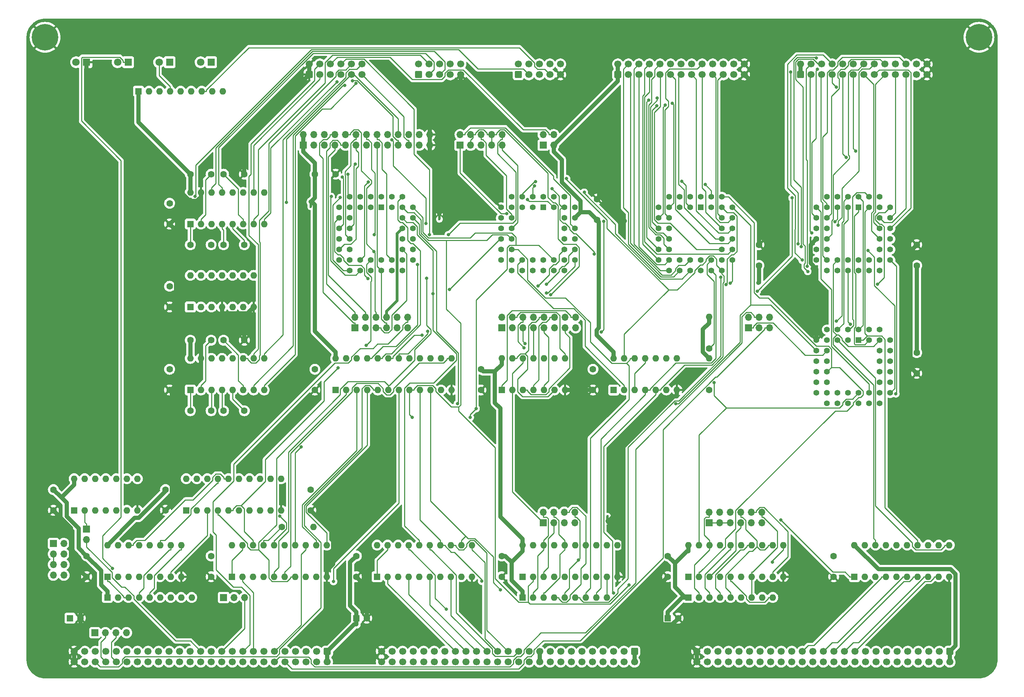
<source format=gbr>
%TF.GenerationSoftware,KiCad,Pcbnew,(6.0.11)*%
%TF.CreationDate,2023-10-31T06:11:17-04:00*%
%TF.ProjectId,input-output.Zilog,696e7075-742d-46f7-9574-7075742e5a69,rev?*%
%TF.SameCoordinates,Original*%
%TF.FileFunction,Copper,L2,Bot*%
%TF.FilePolarity,Positive*%
%FSLAX46Y46*%
G04 Gerber Fmt 4.6, Leading zero omitted, Abs format (unit mm)*
G04 Created by KiCad (PCBNEW (6.0.11)) date 2023-10-31 06:11:17*
%MOMM*%
%LPD*%
G01*
G04 APERTURE LIST*
G04 Aperture macros list*
%AMRoundRect*
0 Rectangle with rounded corners*
0 $1 Rounding radius*
0 $2 $3 $4 $5 $6 $7 $8 $9 X,Y pos of 4 corners*
0 Add a 4 corners polygon primitive as box body*
4,1,4,$2,$3,$4,$5,$6,$7,$8,$9,$2,$3,0*
0 Add four circle primitives for the rounded corners*
1,1,$1+$1,$2,$3*
1,1,$1+$1,$4,$5*
1,1,$1+$1,$6,$7*
1,1,$1+$1,$8,$9*
0 Add four rect primitives between the rounded corners*
20,1,$1+$1,$2,$3,$4,$5,0*
20,1,$1+$1,$4,$5,$6,$7,0*
20,1,$1+$1,$6,$7,$8,$9,0*
20,1,$1+$1,$8,$9,$2,$3,0*%
G04 Aperture macros list end*
%TA.AperFunction,ComponentPad*%
%ADD10RoundRect,0.250000X-0.600000X0.600000X-0.600000X-0.600000X0.600000X-0.600000X0.600000X0.600000X0*%
%TD*%
%TA.AperFunction,ComponentPad*%
%ADD11C,1.700000*%
%TD*%
%TA.AperFunction,ComponentPad*%
%ADD12R,1.800000X1.800000*%
%TD*%
%TA.AperFunction,ComponentPad*%
%ADD13C,1.800000*%
%TD*%
%TA.AperFunction,ComponentPad*%
%ADD14C,6.400000*%
%TD*%
%TA.AperFunction,ComponentPad*%
%ADD15C,1.600000*%
%TD*%
%TA.AperFunction,ComponentPad*%
%ADD16R,1.700000X1.700000*%
%TD*%
%TA.AperFunction,ComponentPad*%
%ADD17O,1.700000X1.700000*%
%TD*%
%TA.AperFunction,ComponentPad*%
%ADD18R,1.600000X1.600000*%
%TD*%
%TA.AperFunction,ComponentPad*%
%ADD19O,1.600000X1.600000*%
%TD*%
%TA.AperFunction,ComponentPad*%
%ADD20RoundRect,0.250000X0.600000X-0.600000X0.600000X0.600000X-0.600000X0.600000X-0.600000X-0.600000X0*%
%TD*%
%TA.AperFunction,ComponentPad*%
%ADD21R,1.422400X1.422400*%
%TD*%
%TA.AperFunction,ComponentPad*%
%ADD22C,1.422400*%
%TD*%
%TA.AperFunction,ComponentPad*%
%ADD23C,0.600000*%
%TD*%
%TA.AperFunction,ViaPad*%
%ADD24C,0.800000*%
%TD*%
%TA.AperFunction,Conductor*%
%ADD25C,0.250000*%
%TD*%
%TA.AperFunction,Conductor*%
%ADD26C,0.700000*%
%TD*%
%TA.AperFunction,Conductor*%
%ADD27C,1.000000*%
%TD*%
G04 APERTURE END LIST*
%TO.C,NT3*%
G36*
X135300000Y-118850000D02*
G01*
X134700000Y-118850000D01*
X134700000Y-117650000D01*
X135300000Y-117650000D01*
X135300000Y-118850000D01*
G37*
%TO.C,NT2*%
G36*
X104300000Y-115850000D02*
G01*
X103700000Y-115850000D01*
X103700000Y-114650000D01*
X104300000Y-114650000D01*
X104300000Y-115850000D01*
G37*
%TO.C,NT1*%
G36*
X175800000Y-191600000D02*
G01*
X175200000Y-191600000D01*
X175200000Y-190400000D01*
X175800000Y-190400000D01*
X175800000Y-191600000D01*
G37*
%TD*%
D10*
%TO.P,P1,1,Pin_1*%
%TO.N,VCC*%
X108000000Y-223000000D03*
D11*
%TO.P,P1,2,Pin_2*%
X108000000Y-225540000D03*
%TO.P,P1,3,Pin_3*%
%TO.N,~{RD}*%
X105460000Y-223000000D03*
%TO.P,P1,4,Pin_4*%
%TO.N,/bus/E*%
X105460000Y-225540000D03*
%TO.P,P1,5,Pin_5*%
%TO.N,/bus/~{WR}*%
X102920000Y-223000000D03*
%TO.P,P1,6,Pin_6*%
%TO.N,/bus/ST*%
X102920000Y-225540000D03*
%TO.P,P1,7,Pin_7*%
%TO.N,~{IORQ}*%
X100380000Y-223000000D03*
%TO.P,P1,8,Pin_8*%
%TO.N,/bus/PHI*%
X100380000Y-225540000D03*
%TO.P,P1,9,Pin_9*%
%TO.N,/bus/~{MREQ}*%
X97840000Y-223000000D03*
%TO.P,P1,10,Pin_10*%
%TO.N,~{INT2}*%
X97840000Y-225540000D03*
%TO.P,P1,11,Pin_11*%
%TO.N,~{M1}*%
X95300000Y-223000000D03*
%TO.P,P1,12,Pin_12*%
%TO.N,~{INT1}*%
X95300000Y-225540000D03*
%TO.P,P1,13,Pin_13*%
%TO.N,/bus/~{BUSACK}*%
X92760000Y-223000000D03*
%TO.P,P1,14,Pin_14*%
%TO.N,/bus/CRUCLK*%
X92760000Y-225540000D03*
%TO.P,P1,15,Pin_15*%
%TO.N,CLK*%
X90220000Y-223000000D03*
%TO.P,P1,16,Pin_16*%
%TO.N,/bus/CRUOUT*%
X90220000Y-225540000D03*
%TO.P,P1,17,Pin_17*%
%TO.N,~{INT0}*%
X87680000Y-223000000D03*
%TO.P,P1,18,Pin_18*%
%TO.N,/bus/CRUIN*%
X87680000Y-225540000D03*
%TO.P,P1,19,Pin_19*%
%TO.N,/bus/~{NMI}*%
X85140000Y-223000000D03*
%TO.P,P1,20,Pin_20*%
%TO.N,~{RES_IN}*%
X85140000Y-225540000D03*
%TO.P,P1,21,Pin_21*%
%TO.N,~{RES_OUT}*%
X82600000Y-223000000D03*
%TO.P,P1,22,Pin_22*%
%TO.N,/bus/USER8*%
X82600000Y-225540000D03*
%TO.P,P1,23,Pin_23*%
%TO.N,/bus/~{BUSRQ}*%
X80060000Y-223000000D03*
%TO.P,P1,24,Pin_24*%
%TO.N,/bus/USER7*%
X80060000Y-225540000D03*
%TO.P,P1,25,Pin_25*%
%TO.N,~{WAIT}*%
X77520000Y-223000000D03*
%TO.P,P1,26,Pin_26*%
%TO.N,/bus/USER6*%
X77520000Y-225540000D03*
%TO.P,P1,27,Pin_27*%
%TO.N,/bus/~{HALT}*%
X74980000Y-223000000D03*
%TO.P,P1,28,Pin_28*%
%TO.N,/bus/USER5*%
X74980000Y-225540000D03*
%TO.P,P1,29,Pin_29*%
%TO.N,/bus/~{RFSH}*%
X72440000Y-223000000D03*
%TO.P,P1,30,Pin_30*%
%TO.N,/bus/USER4*%
X72440000Y-225540000D03*
%TO.P,P1,31,Pin_31*%
%TO.N,/bus/~{EIRQ7}*%
X69900000Y-223000000D03*
%TO.P,P1,32,Pin_32*%
%TO.N,/bus/USER3*%
X69900000Y-225540000D03*
%TO.P,P1,33,Pin_33*%
%TO.N,/bus/~{EIRQ6}*%
X67360000Y-223000000D03*
%TO.P,P1,34,Pin_34*%
%TO.N,/bus/USER2*%
X67360000Y-225540000D03*
%TO.P,P1,35,Pin_35*%
%TO.N,/bus/~{EIRQ5}*%
X64820000Y-223000000D03*
%TO.P,P1,36,Pin_36*%
%TO.N,/bus/USER1*%
X64820000Y-225540000D03*
%TO.P,P1,37,Pin_37*%
%TO.N,/bus/~{EIRQ4}*%
X62280000Y-223000000D03*
%TO.P,P1,38,Pin_38*%
%TO.N,/bus/USER0*%
X62280000Y-225540000D03*
%TO.P,P1,39,Pin_39*%
%TO.N,/bus/~{EIRQ3}*%
X59740000Y-223000000D03*
%TO.P,P1,40,Pin_40*%
%TO.N,~{BAI}*%
X59740000Y-225540000D03*
%TO.P,P1,41,Pin_41*%
%TO.N,/bus/~{EIRQ2}*%
X57200000Y-223000000D03*
%TO.P,P1,42,Pin_42*%
%TO.N,~{BAO}*%
X57200000Y-225540000D03*
%TO.P,P1,43,Pin_43*%
%TO.N,/bus/~{EIRQ1}*%
X54660000Y-223000000D03*
%TO.P,P1,44,Pin_44*%
%TO.N,~{IEI}*%
X54660000Y-225540000D03*
%TO.P,P1,45,Pin_45*%
%TO.N,/bus/~{EIRQ0}*%
X52120000Y-223000000D03*
%TO.P,P1,46,Pin_46*%
%TO.N,~{IEO}*%
X52120000Y-225540000D03*
%TO.P,P1,47,Pin_47*%
%TO.N,/bus/I2C_SCL*%
X49580000Y-223000000D03*
%TO.P,P1,48,Pin_48*%
%TO.N,/bus/I2C_SDA*%
X49580000Y-225540000D03*
%TO.P,P1,49,Pin_49*%
%TO.N,GND*%
X47040000Y-223000000D03*
%TO.P,P1,50,Pin_50*%
X47040000Y-225540000D03*
%TD*%
D12*
%TO.P,D5,1,K*%
%TO.N,GND*%
X50000000Y-81000000D03*
D13*
%TO.P,D5,2,A*%
%TO.N,470A*%
X47460000Y-81000000D03*
%TD*%
D14*
%TO.P,H1,1,1*%
%TO.N,GND*%
X40000000Y-75000000D03*
%TD*%
D10*
%TO.P,P3,1,Pin_1*%
%TO.N,VCC*%
X258000000Y-223000000D03*
D11*
%TO.P,P3,2,Pin_2*%
X258000000Y-225540000D03*
%TO.P,P3,3,Pin_3*%
%TO.N,/bus/D15*%
X255460000Y-223000000D03*
%TO.P,P3,4,Pin_4*%
%TO.N,/bus/D31*%
X255460000Y-225540000D03*
%TO.P,P3,5,Pin_5*%
%TO.N,/bus/D14*%
X252920000Y-223000000D03*
%TO.P,P3,6,Pin_6*%
%TO.N,/bus/D30*%
X252920000Y-225540000D03*
%TO.P,P3,7,Pin_7*%
%TO.N,/bus/D13*%
X250380000Y-223000000D03*
%TO.P,P3,8,Pin_8*%
%TO.N,/bus/D29*%
X250380000Y-225540000D03*
%TO.P,P3,9,Pin_9*%
%TO.N,/bus/D12*%
X247840000Y-223000000D03*
%TO.P,P3,10,Pin_10*%
%TO.N,/bus/D28*%
X247840000Y-225540000D03*
%TO.P,P3,11,Pin_11*%
%TO.N,/bus/D11*%
X245300000Y-223000000D03*
%TO.P,P3,12,Pin_12*%
%TO.N,/bus/D27*%
X245300000Y-225540000D03*
%TO.P,P3,13,Pin_13*%
%TO.N,/bus/D10*%
X242760000Y-223000000D03*
%TO.P,P3,14,Pin_14*%
%TO.N,/bus/D26*%
X242760000Y-225540000D03*
%TO.P,P3,15,Pin_15*%
%TO.N,/bus/D9*%
X240220000Y-223000000D03*
%TO.P,P3,16,Pin_16*%
%TO.N,/bus/D25*%
X240220000Y-225540000D03*
%TO.P,P3,17,Pin_17*%
%TO.N,/bus/D8*%
X237680000Y-223000000D03*
%TO.P,P3,18,Pin_18*%
%TO.N,/bus/D24*%
X237680000Y-225540000D03*
%TO.P,P3,19,Pin_19*%
%TO.N,D7*%
X235140000Y-223000000D03*
%TO.P,P3,20,Pin_20*%
%TO.N,/bus/D23*%
X235140000Y-225540000D03*
%TO.P,P3,21,Pin_21*%
%TO.N,D6*%
X232600000Y-223000000D03*
%TO.P,P3,22,Pin_22*%
%TO.N,/bus/D22*%
X232600000Y-225540000D03*
%TO.P,P3,23,Pin_23*%
%TO.N,D5*%
X230060000Y-223000000D03*
%TO.P,P3,24,Pin_24*%
%TO.N,/bus/D21*%
X230060000Y-225540000D03*
%TO.P,P3,25,Pin_25*%
%TO.N,D4*%
X227520000Y-223000000D03*
%TO.P,P3,26,Pin_26*%
%TO.N,/bus/D20*%
X227520000Y-225540000D03*
%TO.P,P3,27,Pin_27*%
%TO.N,D3*%
X224980000Y-223000000D03*
%TO.P,P3,28,Pin_28*%
%TO.N,/bus/D19*%
X224980000Y-225540000D03*
%TO.P,P3,29,Pin_29*%
%TO.N,D2*%
X222440000Y-223000000D03*
%TO.P,P3,30,Pin_30*%
%TO.N,/bus/D18*%
X222440000Y-225540000D03*
%TO.P,P3,31,Pin_31*%
%TO.N,D1*%
X219900000Y-223000000D03*
%TO.P,P3,32,Pin_32*%
%TO.N,/bus/D17*%
X219900000Y-225540000D03*
%TO.P,P3,33,Pin_33*%
%TO.N,D0*%
X217360000Y-223000000D03*
%TO.P,P3,34,Pin_34*%
%TO.N,/bus/D16*%
X217360000Y-225540000D03*
%TO.P,P3,35,Pin_35*%
%TO.N,/bus/~{BUSERR}*%
X214820000Y-223000000D03*
%TO.P,P3,36,Pin_36*%
%TO.N,/bus/UDS*%
X214820000Y-225540000D03*
%TO.P,P3,37,Pin_37*%
%TO.N,/bus/~{VPA}*%
X212280000Y-223000000D03*
%TO.P,P3,38,Pin_38*%
%TO.N,/bus/LDS*%
X212280000Y-225540000D03*
%TO.P,P3,39,Pin_39*%
%TO.N,/bus/~{VMA}*%
X209740000Y-223000000D03*
%TO.P,P3,40,Pin_40*%
%TO.N,/bus/S2*%
X209740000Y-225540000D03*
%TO.P,P3,41,Pin_41*%
%TO.N,/bus/~{BHE}*%
X207200000Y-223000000D03*
%TO.P,P3,42,Pin_42*%
%TO.N,/bus/S1*%
X207200000Y-225540000D03*
%TO.P,P3,43,Pin_43*%
%TO.N,/bus/IPL2*%
X204660000Y-223000000D03*
%TO.P,P3,44,Pin_44*%
%TO.N,/bus/S0*%
X204660000Y-225540000D03*
%TO.P,P3,45,Pin_45*%
%TO.N,/bus/IPL1*%
X202120000Y-223000000D03*
%TO.P,P3,46,Pin_46*%
%TO.N,/bus/AUXCLK3*%
X202120000Y-225540000D03*
%TO.P,P3,47,Pin_47*%
%TO.N,/bus/IPL0*%
X199580000Y-223000000D03*
%TO.P,P3,48,Pin_48*%
%TO.N,/bus/AUXCLK2*%
X199580000Y-225540000D03*
%TO.P,P3,49,Pin_49*%
%TO.N,GND*%
X197040000Y-223000000D03*
%TO.P,P3,50,Pin_50*%
X197040000Y-225540000D03*
%TD*%
D10*
%TO.P,P2,1,Pin_1*%
%TO.N,VCC*%
X182000000Y-223000000D03*
D11*
%TO.P,P2,2,Pin_2*%
X182000000Y-225540000D03*
%TO.P,P2,3,Pin_3*%
%TO.N,/bus/A15*%
X179460000Y-223000000D03*
%TO.P,P2,4,Pin_4*%
%TO.N,/bus/A31*%
X179460000Y-225540000D03*
%TO.P,P2,5,Pin_5*%
%TO.N,/bus/A14*%
X176920000Y-223000000D03*
%TO.P,P2,6,Pin_6*%
%TO.N,/bus/A30*%
X176920000Y-225540000D03*
%TO.P,P2,7,Pin_7*%
%TO.N,/bus/A13*%
X174380000Y-223000000D03*
%TO.P,P2,8,Pin_8*%
%TO.N,/bus/A29*%
X174380000Y-225540000D03*
%TO.P,P2,9,Pin_9*%
%TO.N,/bus/A12*%
X171840000Y-223000000D03*
%TO.P,P2,10,Pin_10*%
%TO.N,/bus/A28*%
X171840000Y-225540000D03*
%TO.P,P2,11,Pin_11*%
%TO.N,/bus/A11*%
X169300000Y-223000000D03*
%TO.P,P2,12,Pin_12*%
%TO.N,/bus/A27*%
X169300000Y-225540000D03*
%TO.P,P2,13,Pin_13*%
%TO.N,/bus/A10*%
X166760000Y-223000000D03*
%TO.P,P2,14,Pin_14*%
%TO.N,/bus/A26*%
X166760000Y-225540000D03*
%TO.P,P2,15,Pin_15*%
%TO.N,/bus/A9*%
X164220000Y-223000000D03*
%TO.P,P2,16,Pin_16*%
%TO.N,/bus/A25*%
X164220000Y-225540000D03*
%TO.P,P2,17,Pin_17*%
%TO.N,/bus/A8*%
X161680000Y-223000000D03*
%TO.P,P2,18,Pin_18*%
%TO.N,/bus/A24*%
X161680000Y-225540000D03*
%TO.P,P2,19,Pin_19*%
%TO.N,+12V*%
X159140000Y-223000000D03*
%TO.P,P2,20,Pin_20*%
X159140000Y-225540000D03*
%TO.P,P2,21,Pin_21*%
%TO.N,A7*%
X156600000Y-223000000D03*
%TO.P,P2,22,Pin_22*%
%TO.N,/bus/A23*%
X156600000Y-225540000D03*
%TO.P,P2,23,Pin_23*%
%TO.N,A6*%
X154060000Y-223000000D03*
%TO.P,P2,24,Pin_24*%
%TO.N,/bus/A22*%
X154060000Y-225540000D03*
%TO.P,P2,25,Pin_25*%
%TO.N,A5*%
X151520000Y-223000000D03*
%TO.P,P2,26,Pin_26*%
%TO.N,/bus/A21*%
X151520000Y-225540000D03*
%TO.P,P2,27,Pin_27*%
%TO.N,A4*%
X148980000Y-223000000D03*
%TO.P,P2,28,Pin_28*%
%TO.N,/bus/A20*%
X148980000Y-225540000D03*
%TO.P,P2,29,Pin_29*%
%TO.N,A3*%
X146440000Y-223000000D03*
%TO.P,P2,30,Pin_30*%
%TO.N,/bus/A19*%
X146440000Y-225540000D03*
%TO.P,P2,31,Pin_31*%
%TO.N,A2*%
X143900000Y-223000000D03*
%TO.P,P2,32,Pin_32*%
%TO.N,/bus/A18*%
X143900000Y-225540000D03*
%TO.P,P2,33,Pin_33*%
%TO.N,A1*%
X141360000Y-223000000D03*
%TO.P,P2,34,Pin_34*%
%TO.N,/bus/A17*%
X141360000Y-225540000D03*
%TO.P,P2,35,Pin_35*%
%TO.N,A0*%
X138820000Y-223000000D03*
%TO.P,P2,36,Pin_36*%
%TO.N,/bus/A16*%
X138820000Y-225540000D03*
%TO.P,P2,37,Pin_37*%
%TO.N,-12V*%
X136280000Y-223000000D03*
%TO.P,P2,38,Pin_38*%
X136280000Y-225540000D03*
%TO.P,P2,39,Pin_39*%
%TO.N,/bus/IC3*%
X133740000Y-223000000D03*
%TO.P,P2,40,Pin_40*%
%TO.N,/bus/~{TEND1}*%
X133740000Y-225540000D03*
%TO.P,P2,41,Pin_41*%
%TO.N,/bus/IC2*%
X131200000Y-223000000D03*
%TO.P,P2,42,Pin_42*%
%TO.N,/bus/~{DREQ1}*%
X131200000Y-225540000D03*
%TO.P,P2,43,Pin_43*%
%TO.N,/bus/IC1*%
X128660000Y-223000000D03*
%TO.P,P2,44,Pin_44*%
%TO.N,/bus/~{TEND0}*%
X128660000Y-225540000D03*
%TO.P,P2,45,Pin_45*%
%TO.N,/bus/IC0*%
X126120000Y-223000000D03*
%TO.P,P2,46,Pin_46*%
%TO.N,/bus/~{DREQ0}*%
X126120000Y-225540000D03*
%TO.P,P2,47,Pin_47*%
%TO.N,/bus/AUXCLK1*%
X123580000Y-223000000D03*
%TO.P,P2,48,Pin_48*%
%TO.N,/bus/AUXCLK0*%
X123580000Y-225540000D03*
%TO.P,P2,49,Pin_49*%
%TO.N,GND*%
X121040000Y-223000000D03*
%TO.P,P2,50,Pin_50*%
X121040000Y-225540000D03*
%TD*%
D15*
%TO.P,C1,1*%
%TO.N,VCC*%
X105000000Y-108000000D03*
%TO.P,C1,2*%
%TO.N,GND*%
X110000000Y-108000000D03*
%TD*%
D14*
%TO.P,H2,1,1*%
%TO.N,GND*%
X265000000Y-75000000D03*
%TD*%
D16*
%TO.P,JP2,1,Pin_1*%
%TO.N,ZERO*%
X160000000Y-192000000D03*
D17*
%TO.P,JP2,2,Pin_2*%
%TO.N,Net-(JP2-Pad2)*%
X160000000Y-189460000D03*
%TO.P,JP2,3,Pin_3*%
%TO.N,ZERO*%
X162540000Y-192000000D03*
%TO.P,JP2,4,Pin_4*%
%TO.N,Net-(JP2-Pad4)*%
X162540000Y-189460000D03*
%TO.P,JP2,5,Pin_5*%
%TO.N,ZERO*%
X165080000Y-192000000D03*
%TO.P,JP2,6,Pin_6*%
%TO.N,Net-(JP2-Pad6)*%
X165080000Y-189460000D03*
%TO.P,JP2,7,Pin_7*%
%TO.N,ZERO*%
X167620000Y-192000000D03*
%TO.P,JP2,8,Pin_8*%
%TO.N,Net-(JP2-Pad8)*%
X167620000Y-189460000D03*
%TD*%
D18*
%TO.P,RN2,1,common*%
%TO.N,VCC*%
X155000000Y-210000000D03*
D19*
%TO.P,RN2,2,R1*%
%TO.N,Net-(JP2-Pad2)*%
X157540000Y-210000000D03*
%TO.P,RN2,3,R2*%
%TO.N,Net-(JP2-Pad4)*%
X160080000Y-210000000D03*
%TO.P,RN2,4,R3*%
%TO.N,Net-(JP2-Pad6)*%
X162620000Y-210000000D03*
%TO.P,RN2,5,R4*%
%TO.N,Net-(JP2-Pad8)*%
X165160000Y-210000000D03*
%TO.P,RN2,6,R5*%
%TO.N,IEO_SIO1*%
X167700000Y-210000000D03*
%TO.P,RN2,7,R6*%
%TO.N,IEO_CTC1*%
X170240000Y-210000000D03*
%TO.P,RN2,8,R7*%
%TO.N,IEO_PIO1*%
X172780000Y-210000000D03*
%TO.P,RN2,9,R8*%
%TO.N,Net-(RN2-Pad9)*%
X175320000Y-210000000D03*
%TD*%
D18*
%TO.P,U24,1,G*%
%TO.N,ZERO*%
X155000000Y-205000000D03*
D19*
%TO.P,U24,2,P0*%
%TO.N,~{bIORQ}*%
X157540000Y-205000000D03*
%TO.P,U24,3,R0*%
%TO.N,ZERO*%
X160080000Y-205000000D03*
%TO.P,U24,4,P1*%
%TO.N,Net-(RN2-Pad9)*%
X162620000Y-205000000D03*
%TO.P,U24,5,R1*%
X165160000Y-205000000D03*
%TO.P,U24,6,P2*%
X167700000Y-205000000D03*
%TO.P,U24,7,R2*%
X170240000Y-205000000D03*
%TO.P,U24,8,P3*%
X172780000Y-205000000D03*
%TO.P,U24,9,R3*%
X175320000Y-205000000D03*
%TO.P,U24,10,GND*%
%TO.N,GND*%
X177860000Y-205000000D03*
%TO.P,U24,11,P4*%
%TO.N,bA4*%
X177860000Y-197380000D03*
%TO.P,U24,12,R4*%
%TO.N,Net-(JP2-Pad8)*%
X175320000Y-197380000D03*
%TO.P,U24,13,P5*%
%TO.N,bA5*%
X172780000Y-197380000D03*
%TO.P,U24,14,R5*%
%TO.N,Net-(JP2-Pad6)*%
X170240000Y-197380000D03*
%TO.P,U24,15,P6*%
%TO.N,bA6*%
X167700000Y-197380000D03*
%TO.P,U24,16,R6*%
%TO.N,Net-(JP2-Pad4)*%
X165160000Y-197380000D03*
%TO.P,U24,17,P7*%
%TO.N,bA7*%
X162620000Y-197380000D03*
%TO.P,U24,18,R7*%
%TO.N,Net-(JP2-Pad2)*%
X160080000Y-197380000D03*
%TO.P,U24,19,P=R*%
%TO.N,~{CS1}*%
X157540000Y-197380000D03*
%TO.P,U24,20,VCC*%
%TO.N,VCC*%
X155000000Y-197380000D03*
%TD*%
D15*
%TO.P,C2,1*%
%TO.N,VCC*%
X80000000Y-200000000D03*
%TO.P,C2,2*%
%TO.N,GND*%
X80000000Y-205000000D03*
%TD*%
%TO.P,C3,1*%
%TO.N,VCC*%
X105000000Y-155000000D03*
%TO.P,C3,2*%
%TO.N,GND*%
X105000000Y-160000000D03*
%TD*%
%TO.P,C7,1*%
%TO.N,VCC*%
X172000000Y-155000000D03*
%TO.P,C7,2*%
%TO.N,GND*%
X172000000Y-160000000D03*
%TD*%
%TO.P,C8,1*%
%TO.N,VCC*%
X212000000Y-130000000D03*
%TO.P,C8,2*%
%TO.N,GND*%
X212000000Y-125000000D03*
%TD*%
D18*
%TO.P,C10,1*%
%TO.N,VCC*%
X46000000Y-215000000D03*
D15*
%TO.P,C10,2*%
%TO.N,GND*%
X48500000Y-215000000D03*
%TD*%
D18*
%TO.P,C11,1*%
%TO.N,VCC*%
X115000000Y-215000000D03*
D15*
%TO.P,C11,2*%
%TO.N,GND*%
X117500000Y-215000000D03*
%TD*%
%TO.P,C12,1*%
%TO.N,VCC*%
X173000000Y-119000000D03*
%TO.P,C12,2*%
%TO.N,GND*%
X173000000Y-114000000D03*
%TD*%
%TO.P,C13,1*%
%TO.N,VCC*%
X150000000Y-200000000D03*
%TO.P,C13,2*%
%TO.N,GND*%
X150000000Y-205000000D03*
%TD*%
%TO.P,C24,1*%
%TO.N,VCC*%
X145000000Y-155000000D03*
%TO.P,C24,2*%
%TO.N,GND*%
X145000000Y-160000000D03*
%TD*%
D12*
%TO.P,D1,1,K*%
%TO.N,Net-(D1-Pad1)*%
X60000000Y-81000000D03*
D13*
%TO.P,D1,2,A*%
%TO.N,470B*%
X57460000Y-81000000D03*
%TD*%
D12*
%TO.P,D3,1,K*%
%TO.N,~{bINT}*%
X80000000Y-81000000D03*
D13*
%TO.P,D3,2,A*%
%TO.N,470D*%
X77460000Y-81000000D03*
%TD*%
D16*
%TO.P,J2,1,Pin_1*%
%TO.N,VCC*%
X160000000Y-101000000D03*
D17*
%TO.P,J2,2,Pin_2*%
%TO.N,/CTC-SIO/1PWRA*%
X160000000Y-98460000D03*
%TO.P,J2,3,Pin_3*%
%TO.N,VCC*%
X162540000Y-101000000D03*
%TO.P,J2,4,Pin_4*%
%TO.N,/CTC-SIO/1PWRB*%
X162540000Y-98460000D03*
%TD*%
D20*
%TO.P,X8,1,Pin_1*%
%TO.N,GND*%
X103650000Y-84000000D03*
D11*
%TO.P,X8,2,Pin_2*%
X103650000Y-81460000D03*
%TO.P,X8,3,Pin_3*%
%TO.N,/CTC-SIO/~{1RTSA}*%
X106190000Y-84000000D03*
%TO.P,X8,4,Pin_4*%
%TO.N,/CTC-SIO/~{1RTSB}*%
X106190000Y-81460000D03*
%TO.P,X8,5,Pin_5*%
%TO.N,/CTC-SIO/1PWRA*%
X108730000Y-84000000D03*
%TO.P,X8,6,Pin_6*%
%TO.N,/CTC-SIO/1PWRB*%
X108730000Y-81460000D03*
%TO.P,X8,7,Pin_7*%
%TO.N,/CTC-SIO/1RXDA*%
X111270000Y-84000000D03*
%TO.P,X8,8,Pin_8*%
%TO.N,/CTC-SIO/1RXDB*%
X111270000Y-81460000D03*
%TO.P,X8,9,Pin_9*%
%TO.N,/CTC-SIO/1TXDA*%
X113810000Y-84000000D03*
%TO.P,X8,10,Pin_10*%
%TO.N,/CTC-SIO/1TXDB*%
X113810000Y-81460000D03*
%TO.P,X8,11,Pin_11*%
%TO.N,/CTC-SIO/~{1CTSA}*%
X116350000Y-84000000D03*
%TO.P,X8,12,Pin_12*%
%TO.N,/CTC-SIO/~{1CTSB}*%
X116350000Y-81460000D03*
%TD*%
D16*
%TO.P,X5,1,Pin_1*%
%TO.N,unconnected-(X5-Pad1)*%
X150000000Y-145000000D03*
D17*
%TO.P,X5,2,Pin_2*%
%TO.N,unconnected-(X5-Pad2)*%
X150000000Y-142460000D03*
%TO.P,X5,3,Pin_3*%
%TO.N,/CTC-SIO/1PHI_X*%
X152540000Y-145000000D03*
%TO.P,X5,4,Pin_4*%
%TO.N,/CTC-SIO/1Q3B*%
X152540000Y-142460000D03*
%TO.P,X5,5,Pin_5*%
%TO.N,/CTC-SIO/1Q2B*%
X155080000Y-145000000D03*
%TO.P,X5,6,Pin_6*%
%TO.N,/CTC-SIO/1Q1B*%
X155080000Y-142460000D03*
%TO.P,X5,7,Pin_7*%
%TO.N,/CTC-SIO/1Q0B*%
X157620000Y-145000000D03*
%TO.P,X5,8,Pin_8*%
%TO.N,/CTC-SIO/1PHI_X*%
X157620000Y-142460000D03*
%TO.P,X5,9,Pin_9*%
%TO.N,/CTC-SIO/1Q2A*%
X160160000Y-145000000D03*
%TO.P,X5,10,Pin_10*%
%TO.N,/CTC-SIO/1Q3A*%
X160160000Y-142460000D03*
%TO.P,X5,11,Pin_11*%
%TO.N,/CTC-SIO/1PHI_X*%
X162700000Y-145000000D03*
%TO.P,X5,12,Pin_12*%
%TO.N,/CTC-SIO/1Q1A*%
X162700000Y-142460000D03*
%TO.P,X5,13,Pin_13*%
%TO.N,/CTC-SIO/1Q0A*%
X165240000Y-145000000D03*
%TO.P,X5,14,Pin_14*%
%TO.N,bCLK*%
X165240000Y-142460000D03*
%TO.P,X5,15,Pin_15*%
%TO.N,CLK_ZILOG*%
X167780000Y-145000000D03*
%TO.P,X5,16,Pin_16*%
%TO.N,/CTC-SIO/1CPA*%
X167780000Y-142460000D03*
%TD*%
D15*
%TO.P,R10,1*%
%TO.N,~{IEO}*%
X200000000Y-160000000D03*
D19*
%TO.P,R10,2*%
%TO.N,VCC*%
X200000000Y-152380000D03*
%TD*%
D15*
%TO.P,R11,1*%
%TO.N,~{bINT}*%
X200000000Y-150000000D03*
D19*
%TO.P,R11,2*%
%TO.N,VCC*%
X200000000Y-142380000D03*
%TD*%
D18*
%TO.P,U2,1,OEa*%
%TO.N,ZERO*%
X120000000Y-205000000D03*
D19*
%TO.P,U2,2,I0a*%
%TO.N,A0*%
X122540000Y-205000000D03*
%TO.P,U2,3,O3b*%
%TO.N,bA7*%
X125080000Y-205000000D03*
%TO.P,U2,4,I1a*%
%TO.N,A1*%
X127620000Y-205000000D03*
%TO.P,U2,5,O2b*%
%TO.N,bA6*%
X130160000Y-205000000D03*
%TO.P,U2,6,I2a*%
%TO.N,A2*%
X132700000Y-205000000D03*
%TO.P,U2,7,O1b*%
%TO.N,bA5*%
X135240000Y-205000000D03*
%TO.P,U2,8,I3a*%
%TO.N,A3*%
X137780000Y-205000000D03*
%TO.P,U2,9,O0b*%
%TO.N,bA4*%
X140320000Y-205000000D03*
%TO.P,U2,10,GND*%
%TO.N,GND*%
X142860000Y-205000000D03*
%TO.P,U2,11,I0b*%
%TO.N,A4*%
X142860000Y-197380000D03*
%TO.P,U2,12,O3a*%
%TO.N,bA3*%
X140320000Y-197380000D03*
%TO.P,U2,13,I1b*%
%TO.N,A5*%
X137780000Y-197380000D03*
%TO.P,U2,14,O2a*%
%TO.N,bA2*%
X135240000Y-197380000D03*
%TO.P,U2,15,I2b*%
%TO.N,A6*%
X132700000Y-197380000D03*
%TO.P,U2,16,O1a*%
%TO.N,bA1*%
X130160000Y-197380000D03*
%TO.P,U2,17,I3b*%
%TO.N,A7*%
X127620000Y-197380000D03*
%TO.P,U2,18,O0a*%
%TO.N,bA0*%
X125080000Y-197380000D03*
%TO.P,U2,19,OEb*%
%TO.N,ZERO*%
X122540000Y-197380000D03*
%TO.P,U2,20,VCC*%
%TO.N,VCC*%
X120000000Y-197380000D03*
%TD*%
D18*
%TO.P,U3,1,A->B*%
%TO.N,DATA_DIR*%
X235000000Y-205000000D03*
D19*
%TO.P,U3,2,A0*%
%TO.N,D0*%
X237540000Y-205000000D03*
%TO.P,U3,3,A1*%
%TO.N,D1*%
X240080000Y-205000000D03*
%TO.P,U3,4,A2*%
%TO.N,D2*%
X242620000Y-205000000D03*
%TO.P,U3,5,A3*%
%TO.N,D3*%
X245160000Y-205000000D03*
%TO.P,U3,6,A4*%
%TO.N,D4*%
X247700000Y-205000000D03*
%TO.P,U3,7,A5*%
%TO.N,D5*%
X250240000Y-205000000D03*
%TO.P,U3,8,A6*%
%TO.N,D6*%
X252780000Y-205000000D03*
%TO.P,U3,9,A7*%
%TO.N,D7*%
X255320000Y-205000000D03*
%TO.P,U3,10,GND*%
%TO.N,GND*%
X257860000Y-205000000D03*
%TO.P,U3,11,B7*%
%TO.N,bD7*%
X257860000Y-197380000D03*
%TO.P,U3,12,B6*%
%TO.N,bD6*%
X255320000Y-197380000D03*
%TO.P,U3,13,B5*%
%TO.N,bD5*%
X252780000Y-197380000D03*
%TO.P,U3,14,B4*%
%TO.N,bD4*%
X250240000Y-197380000D03*
%TO.P,U3,15,B3*%
%TO.N,bD3*%
X247700000Y-197380000D03*
%TO.P,U3,16,B2*%
%TO.N,bD2*%
X245160000Y-197380000D03*
%TO.P,U3,17,B1*%
%TO.N,bD1*%
X242620000Y-197380000D03*
%TO.P,U3,18,B0*%
%TO.N,bD0*%
X240080000Y-197380000D03*
%TO.P,U3,19,CE*%
%TO.N,ZERO*%
X237540000Y-197380000D03*
%TO.P,U3,20,VCC*%
%TO.N,VCC*%
X235000000Y-197380000D03*
%TD*%
D18*
%TO.P,U8,1,Pin_1*%
%TO.N,VCC*%
X75000000Y-140000000D03*
D19*
%TO.P,U8,2,Pin_2*%
%TO.N,unconnected-(U8-Pad2)*%
X77540000Y-140000000D03*
%TO.P,U8,3,Pin_3*%
%TO.N,unconnected-(U8-Pad3)*%
X80080000Y-140000000D03*
%TO.P,U8,4,Pin_4*%
%TO.N,GND*%
X82620000Y-140000000D03*
%TO.P,U8,5,Pin_5*%
%TO.N,unconnected-(U8-Pad5)*%
X85160000Y-140000000D03*
%TO.P,U8,6,Pin_6*%
%TO.N,unconnected-(U8-Pad6)*%
X87700000Y-140000000D03*
%TO.P,U8,7,Pin_7*%
%TO.N,GND*%
X90240000Y-140000000D03*
%TO.P,U8,8,Pin_8*%
%TO.N,BASE_CLK*%
X90240000Y-132380000D03*
%TO.P,U8,9,Pin_9*%
%TO.N,unconnected-(U8-Pad9)*%
X87700000Y-132380000D03*
%TO.P,U8,10,Pin_10*%
%TO.N,unconnected-(U8-Pad10)*%
X85160000Y-132380000D03*
%TO.P,U8,11,Pin_11*%
%TO.N,BASE_CLK*%
X82620000Y-132380000D03*
%TO.P,U8,12,Pin_12*%
%TO.N,unconnected-(U8-Pad12)*%
X80080000Y-132380000D03*
%TO.P,U8,13,Pin_13*%
%TO.N,unconnected-(U8-Pad13)*%
X77540000Y-132380000D03*
%TO.P,U8,14,Pin_14*%
%TO.N,VCC*%
X75000000Y-132380000D03*
%TD*%
D21*
%TO.P,U14,1,D2*%
%TO.N,bD2*%
X236000000Y-116000000D03*
D22*
%TO.P,U14,2,D7*%
%TO.N,bD7*%
X233460000Y-113460000D03*
%TO.P,U14,3,D6*%
%TO.N,bD6*%
X233460000Y-116000000D03*
%TO.P,U14,4,~{CE}*%
%TO.N,~{CS_PIO2}*%
X230920000Y-113460000D03*
%TO.P,U14,5,C/~{D}*%
%TO.N,bA1*%
X230920000Y-116000000D03*
%TO.P,U14,6,NC*%
%TO.N,unconnected-(U14-Pad6)*%
X228380000Y-113460000D03*
%TO.P,U14,7,B/~{A}*%
%TO.N,bA0*%
X225840000Y-116000000D03*
%TO.P,U14,8,PA7*%
%TO.N,/dualPIO/2PA7*%
X228380000Y-116000000D03*
%TO.P,U14,9,PA6*%
%TO.N,/dualPIO/2PA6*%
X225840000Y-118540000D03*
%TO.P,U14,10,PA5*%
%TO.N,/dualPIO/2PA5*%
X228380000Y-118540000D03*
%TO.P,U14,11,PA4*%
%TO.N,/dualPIO/2PA4*%
X225840000Y-121080000D03*
%TO.P,U14,12,NC*%
%TO.N,unconnected-(U14-Pad12)*%
X228380000Y-121080000D03*
%TO.P,U14,13,GND*%
%TO.N,GND*%
X225840000Y-123620000D03*
%TO.P,U14,14,PA3*%
%TO.N,/dualPIO/2PA3*%
X228380000Y-123620000D03*
%TO.P,U14,15,PA2*%
%TO.N,/dualPIO/2PA2*%
X225840000Y-126160000D03*
%TO.P,U14,16,PA1*%
%TO.N,/dualPIO/2PA1*%
X228380000Y-126160000D03*
%TO.P,U14,17,PA0*%
%TO.N,/dualPIO/2PA0*%
X225840000Y-128700000D03*
%TO.P,U14,18,~{ASTB}*%
%TO.N,/dualPIO/~{2ASTB}*%
X228380000Y-131240000D03*
%TO.P,U14,19,~{BSTB}*%
%TO.N,/dualPIO/~{2BSTB}*%
X228380000Y-128700000D03*
%TO.P,U14,20,ARDY*%
%TO.N,/dualPIO/2ARDY*%
X230920000Y-131240000D03*
%TO.P,U14,21,D0*%
%TO.N,bD0*%
X230920000Y-128700000D03*
%TO.P,U14,22,D1*%
%TO.N,bD1*%
X233460000Y-131240000D03*
%TO.P,U14,23,BRDY*%
%TO.N,/dualPIO/2BRDY*%
X233460000Y-128700000D03*
%TO.P,U14,24,NC*%
%TO.N,unconnected-(U14-Pad24)*%
X236000000Y-131240000D03*
%TO.P,U14,25,NC*%
%TO.N,unconnected-(U14-Pad25)*%
X236000000Y-128700000D03*
%TO.P,U14,26,IEO*%
%TO.N,IEO_PIO2*%
X238540000Y-131240000D03*
%TO.P,U14,27,~{INT}*%
%TO.N,~{bINT}*%
X238540000Y-128700000D03*
%TO.P,U14,28,IEI*%
%TO.N,IEO_PIO1*%
X241080000Y-131240000D03*
%TO.P,U14,29,CLK*%
%TO.N,bCLK*%
X243620000Y-128700000D03*
%TO.P,U14,30,VCC*%
%TO.N,VCC*%
X241080000Y-128700000D03*
%TO.P,U14,31,PB0*%
%TO.N,/dualPIO/2PB0*%
X243620000Y-126160000D03*
%TO.P,U14,32,PB1*%
%TO.N,/dualPIO/2PB1*%
X241080000Y-126160000D03*
%TO.P,U14,33,PB2*%
%TO.N,/dualPIO/2PB2*%
X243620000Y-123620000D03*
%TO.P,U14,34,PB3*%
%TO.N,/dualPIO/2PB3*%
X241080000Y-123620000D03*
%TO.P,U14,35,PB4*%
%TO.N,/dualPIO/2PB4*%
X243620000Y-121080000D03*
%TO.P,U14,36,PB5*%
%TO.N,/dualPIO/2PB5*%
X241080000Y-121080000D03*
%TO.P,U14,37,PB6*%
%TO.N,/dualPIO/2PB6*%
X243620000Y-118540000D03*
%TO.P,U14,38,PB7*%
%TO.N,/dualPIO/2PB7*%
X241080000Y-118540000D03*
%TO.P,U14,39,~{RD}*%
%TO.N,~{bRD}*%
X243620000Y-116000000D03*
%TO.P,U14,40,~{IORQ}*%
%TO.N,~{bIORQ}*%
X241080000Y-113460000D03*
%TO.P,U14,41,~{M1}*%
%TO.N,~{PM1}*%
X241080000Y-116000000D03*
%TO.P,U14,42,D5*%
%TO.N,bD5*%
X238540000Y-113460000D03*
%TO.P,U14,43,D4*%
%TO.N,bD4*%
X238540000Y-116000000D03*
%TO.P,U14,44,D3*%
%TO.N,bD3*%
X236000000Y-113460000D03*
%TD*%
D21*
%TO.P,U18,1,D2*%
%TO.N,bD2*%
X198000000Y-116000000D03*
D22*
%TO.P,U18,2,D7*%
%TO.N,bD7*%
X195460000Y-113460000D03*
%TO.P,U18,3,D6*%
%TO.N,bD6*%
X195460000Y-116000000D03*
%TO.P,U18,4,~{CE}*%
%TO.N,~{CS_PIO1}*%
X192920000Y-113460000D03*
%TO.P,U18,5,C/~{D}*%
%TO.N,bA1*%
X192920000Y-116000000D03*
%TO.P,U18,6,NC*%
%TO.N,unconnected-(U18-Pad6)*%
X190380000Y-113460000D03*
%TO.P,U18,7,B/~{A}*%
%TO.N,bA0*%
X187840000Y-116000000D03*
%TO.P,U18,8,PA7*%
%TO.N,/dualPIO/1PA7*%
X190380000Y-116000000D03*
%TO.P,U18,9,PA6*%
%TO.N,/dualPIO/1PA6*%
X187840000Y-118540000D03*
%TO.P,U18,10,PA5*%
%TO.N,/dualPIO/1PA5*%
X190380000Y-118540000D03*
%TO.P,U18,11,PA4*%
%TO.N,/dualPIO/1PA4*%
X187840000Y-121080000D03*
%TO.P,U18,12,NC*%
%TO.N,unconnected-(U18-Pad12)*%
X190380000Y-121080000D03*
%TO.P,U18,13,GND*%
%TO.N,GND*%
X187840000Y-123620000D03*
%TO.P,U18,14,PA3*%
%TO.N,/dualPIO/1PA3*%
X190380000Y-123620000D03*
%TO.P,U18,15,PA2*%
%TO.N,/dualPIO/1PA2*%
X187840000Y-126160000D03*
%TO.P,U18,16,PA1*%
%TO.N,/dualPIO/1PA1*%
X190380000Y-126160000D03*
%TO.P,U18,17,PA0*%
%TO.N,/dualPIO/1PA0*%
X187840000Y-128700000D03*
%TO.P,U18,18,~{ASTB}*%
%TO.N,/dualPIO/~{1ASTB}*%
X190380000Y-131240000D03*
%TO.P,U18,19,~{BSTB}*%
%TO.N,/dualPIO/~{1BSTB}*%
X190380000Y-128700000D03*
%TO.P,U18,20,ARDY*%
%TO.N,/dualPIO/1ARDY*%
X192920000Y-131240000D03*
%TO.P,U18,21,D0*%
%TO.N,bD0*%
X192920000Y-128700000D03*
%TO.P,U18,22,D1*%
%TO.N,bD1*%
X195460000Y-131240000D03*
%TO.P,U18,23,BRDY*%
%TO.N,/dualPIO/1BRDY*%
X195460000Y-128700000D03*
%TO.P,U18,24,NC*%
%TO.N,unconnected-(U18-Pad24)*%
X198000000Y-131240000D03*
%TO.P,U18,25,NC*%
%TO.N,unconnected-(U18-Pad25)*%
X198000000Y-128700000D03*
%TO.P,U18,26,IEO*%
%TO.N,IEO_PIO1*%
X200540000Y-131240000D03*
%TO.P,U18,27,~{INT}*%
%TO.N,~{bINT}*%
X200540000Y-128700000D03*
%TO.P,U18,28,IEI*%
%TO.N,IEO_SIO1*%
X203080000Y-131240000D03*
%TO.P,U18,29,CLK*%
%TO.N,bCLK*%
X205620000Y-128700000D03*
%TO.P,U18,30,VCC*%
%TO.N,VCC*%
X203080000Y-128700000D03*
%TO.P,U18,31,PB0*%
%TO.N,/dualPIO/1PB0*%
X205620000Y-126160000D03*
%TO.P,U18,32,PB1*%
%TO.N,/dualPIO/1PB1*%
X203080000Y-126160000D03*
%TO.P,U18,33,PB2*%
%TO.N,/dualPIO/1PB2*%
X205620000Y-123620000D03*
%TO.P,U18,34,PB3*%
%TO.N,/dualPIO/1PB3*%
X203080000Y-123620000D03*
%TO.P,U18,35,PB4*%
%TO.N,/dualPIO/1PB4*%
X205620000Y-121080000D03*
%TO.P,U18,36,PB5*%
%TO.N,/dualPIO/1PB5*%
X203080000Y-121080000D03*
%TO.P,U18,37,PB6*%
%TO.N,/dualPIO/1PB6*%
X205620000Y-118540000D03*
%TO.P,U18,38,PB7*%
%TO.N,/dualPIO/1PB7*%
X203080000Y-118540000D03*
%TO.P,U18,39,~{RD}*%
%TO.N,~{bRD}*%
X205620000Y-116000000D03*
%TO.P,U18,40,~{IORQ}*%
%TO.N,~{bIORQ}*%
X203080000Y-113460000D03*
%TO.P,U18,41,~{M1}*%
%TO.N,~{PM1}*%
X203080000Y-116000000D03*
%TO.P,U18,42,D5*%
%TO.N,bD5*%
X200540000Y-113460000D03*
%TO.P,U18,43,D4*%
%TO.N,bD4*%
X200540000Y-116000000D03*
%TO.P,U18,44,D3*%
%TO.N,bD3*%
X198000000Y-113460000D03*
%TD*%
D20*
%TO.P,X1,1,Pin_1*%
%TO.N,VCC*%
X178000000Y-84000000D03*
D11*
%TO.P,X1,2,Pin_2*%
X178000000Y-81460000D03*
%TO.P,X1,3,Pin_3*%
%TO.N,/dualPIO/1BRDY*%
X180540000Y-84000000D03*
%TO.P,X1,4,Pin_4*%
%TO.N,/dualPIO/1ARDY*%
X180540000Y-81460000D03*
%TO.P,X1,5,Pin_5*%
%TO.N,/dualPIO/~{1BSTB}*%
X183080000Y-84000000D03*
%TO.P,X1,6,Pin_6*%
%TO.N,/dualPIO/~{1ASTB}*%
X183080000Y-81460000D03*
%TO.P,X1,7,Pin_7*%
%TO.N,/dualPIO/1PB0*%
X185620000Y-84000000D03*
%TO.P,X1,8,Pin_8*%
%TO.N,/dualPIO/1PA0*%
X185620000Y-81460000D03*
%TO.P,X1,9,Pin_9*%
%TO.N,/dualPIO/1PB1*%
X188160000Y-84000000D03*
%TO.P,X1,10,Pin_10*%
%TO.N,/dualPIO/1PA1*%
X188160000Y-81460000D03*
%TO.P,X1,11,Pin_11*%
%TO.N,/dualPIO/1PB2*%
X190700000Y-84000000D03*
%TO.P,X1,12,Pin_12*%
%TO.N,/dualPIO/1PA2*%
X190700000Y-81460000D03*
%TO.P,X1,13,Pin_13*%
%TO.N,/dualPIO/1PB3*%
X193240000Y-84000000D03*
%TO.P,X1,14,Pin_14*%
%TO.N,/dualPIO/1PA3*%
X193240000Y-81460000D03*
%TO.P,X1,15,Pin_15*%
%TO.N,/dualPIO/1PB4*%
X195780000Y-84000000D03*
%TO.P,X1,16,Pin_16*%
%TO.N,/dualPIO/1PA4*%
X195780000Y-81460000D03*
%TO.P,X1,17,Pin_17*%
%TO.N,/dualPIO/1PB5*%
X198320000Y-84000000D03*
%TO.P,X1,18,Pin_18*%
%TO.N,/dualPIO/1PA5*%
X198320000Y-81460000D03*
%TO.P,X1,19,Pin_19*%
%TO.N,/dualPIO/1PB6*%
X200860000Y-84000000D03*
%TO.P,X1,20,Pin_20*%
%TO.N,/dualPIO/1PA6*%
X200860000Y-81460000D03*
%TO.P,X1,21,Pin_21*%
%TO.N,/dualPIO/1PB7*%
X203400000Y-84000000D03*
%TO.P,X1,22,Pin_22*%
%TO.N,/dualPIO/1PA7*%
X203400000Y-81460000D03*
%TO.P,X1,23,Pin_23*%
%TO.N,unconnected-(X1-Pad23)*%
X205940000Y-84000000D03*
%TO.P,X1,24,Pin_24*%
%TO.N,unconnected-(X1-Pad24)*%
X205940000Y-81460000D03*
%TO.P,X1,25,Pin_25*%
%TO.N,GND*%
X208480000Y-84000000D03*
%TO.P,X1,26,Pin_26*%
X208480000Y-81460000D03*
%TD*%
D20*
%TO.P,X2,1,Pin_1*%
%TO.N,VCC*%
X222000000Y-84000000D03*
D11*
%TO.P,X2,2,Pin_2*%
X222000000Y-81460000D03*
%TO.P,X2,3,Pin_3*%
%TO.N,/dualPIO/2BRDY*%
X224540000Y-84000000D03*
%TO.P,X2,4,Pin_4*%
%TO.N,/dualPIO/2ARDY*%
X224540000Y-81460000D03*
%TO.P,X2,5,Pin_5*%
%TO.N,/dualPIO/~{2BSTB}*%
X227080000Y-84000000D03*
%TO.P,X2,6,Pin_6*%
%TO.N,/dualPIO/~{2ASTB}*%
X227080000Y-81460000D03*
%TO.P,X2,7,Pin_7*%
%TO.N,/dualPIO/2PB0*%
X229620000Y-84000000D03*
%TO.P,X2,8,Pin_8*%
%TO.N,/dualPIO/2PA0*%
X229620000Y-81460000D03*
%TO.P,X2,9,Pin_9*%
%TO.N,/dualPIO/2PB1*%
X232160000Y-84000000D03*
%TO.P,X2,10,Pin_10*%
%TO.N,/dualPIO/2PA1*%
X232160000Y-81460000D03*
%TO.P,X2,11,Pin_11*%
%TO.N,/dualPIO/2PB2*%
X234700000Y-84000000D03*
%TO.P,X2,12,Pin_12*%
%TO.N,/dualPIO/2PA2*%
X234700000Y-81460000D03*
%TO.P,X2,13,Pin_13*%
%TO.N,/dualPIO/2PB3*%
X237240000Y-84000000D03*
%TO.P,X2,14,Pin_14*%
%TO.N,/dualPIO/2PA3*%
X237240000Y-81460000D03*
%TO.P,X2,15,Pin_15*%
%TO.N,/dualPIO/2PB4*%
X239780000Y-84000000D03*
%TO.P,X2,16,Pin_16*%
%TO.N,/dualPIO/2PA4*%
X239780000Y-81460000D03*
%TO.P,X2,17,Pin_17*%
%TO.N,/dualPIO/2PB5*%
X242320000Y-84000000D03*
%TO.P,X2,18,Pin_18*%
%TO.N,/dualPIO/2PA5*%
X242320000Y-81460000D03*
%TO.P,X2,19,Pin_19*%
%TO.N,/dualPIO/2PB6*%
X244860000Y-84000000D03*
%TO.P,X2,20,Pin_20*%
%TO.N,/dualPIO/2PA6*%
X244860000Y-81460000D03*
%TO.P,X2,21,Pin_21*%
%TO.N,/dualPIO/2PB7*%
X247400000Y-84000000D03*
%TO.P,X2,22,Pin_22*%
%TO.N,/dualPIO/2PA7*%
X247400000Y-81460000D03*
%TO.P,X2,23,Pin_23*%
%TO.N,unconnected-(X2-Pad23)*%
X249940000Y-84000000D03*
%TO.P,X2,24,Pin_24*%
%TO.N,unconnected-(X2-Pad24)*%
X249940000Y-81460000D03*
%TO.P,X2,25,Pin_25*%
%TO.N,GND*%
X252480000Y-84000000D03*
%TO.P,X2,26,Pin_26*%
X252480000Y-81460000D03*
%TD*%
D20*
%TO.P,X3,1,Pin_1*%
%TO.N,unconnected-(X3-Pad1)*%
X154000000Y-84000000D03*
D11*
%TO.P,X3,2,Pin_2*%
%TO.N,unconnected-(X3-Pad2)*%
X154000000Y-81460000D03*
%TO.P,X3,3,Pin_3*%
%TO.N,/CTC-SIO/~{1RXDB_IN}*%
X156540000Y-84000000D03*
%TO.P,X3,4,Pin_4*%
%TO.N,/CTC-SIO/1RTSB_OUT*%
X156540000Y-81460000D03*
%TO.P,X3,5,Pin_5*%
%TO.N,/CTC-SIO/~{1TXDB_OUT}*%
X159080000Y-84000000D03*
%TO.P,X3,6,Pin_6*%
%TO.N,/CTC-SIO/1CTSB_IN*%
X159080000Y-81460000D03*
%TO.P,X3,7,Pin_7*%
%TO.N,470F*%
X161620000Y-84000000D03*
%TO.P,X3,8,Pin_8*%
%TO.N,unconnected-(X3-Pad8)*%
X161620000Y-81460000D03*
%TO.P,X3,9,Pin_9*%
%TO.N,GND*%
X164160000Y-84000000D03*
%TO.P,X3,10,Pin_10*%
%TO.N,unconnected-(X3-Pad10)*%
X164160000Y-81460000D03*
%TD*%
D16*
%TO.P,X4,1,Pin_1*%
%TO.N,VCC*%
X102220000Y-101000000D03*
D17*
%TO.P,X4,2,Pin_2*%
X102220000Y-98460000D03*
%TO.P,X4,3,Pin_3*%
%TO.N,/CTC-SIO/1CTC_TG0*%
X104760000Y-101000000D03*
%TO.P,X4,4,Pin_4*%
%TO.N,/CTC-SIO/1CTC_ZC0*%
X104760000Y-98460000D03*
%TO.P,X4,5,Pin_5*%
%TO.N,/CTC-SIO/1CTC_TG1*%
X107300000Y-101000000D03*
%TO.P,X4,6,Pin_6*%
%TO.N,/CTC-SIO/1CTC_ZC1*%
X107300000Y-98460000D03*
%TO.P,X4,7,Pin_7*%
%TO.N,/CTC-SIO/1CTC_TG2*%
X109840000Y-101000000D03*
%TO.P,X4,8,Pin_8*%
%TO.N,/CTC-SIO/1CTC_ZC2*%
X109840000Y-98460000D03*
%TO.P,X4,9,Pin_9*%
%TO.N,/CTC-SIO/1CTC_TG3*%
X112380000Y-101000000D03*
%TO.P,X4,10,Pin_10*%
%TO.N,/CTC-SIO/~{1TXCB}*%
X112380000Y-98460000D03*
%TO.P,X4,11,Pin_11*%
%TO.N,/CTC-SIO/~{1TXCA}*%
X114920000Y-101000000D03*
%TO.P,X4,12,Pin_12*%
%TO.N,/CTC-SIO/~{1RXCA}*%
X114920000Y-98460000D03*
%TO.P,X4,13,Pin_13*%
%TO.N,/CTC-SIO/~{1W-RDYB}*%
X117460000Y-101000000D03*
%TO.P,X4,14,Pin_14*%
%TO.N,/CTC-SIO/~{1RIB}*%
X117460000Y-98460000D03*
%TO.P,X4,15,Pin_15*%
%TO.N,/CTC-SIO/~{1DCDB}*%
X120000000Y-101000000D03*
%TO.P,X4,16,Pin_16*%
%TO.N,/CTC-SIO/~{1DTRB}*%
X120000000Y-98460000D03*
%TO.P,X4,17,Pin_17*%
%TO.N,/CTC-SIO/~{1W-RDYA}*%
X122540000Y-101000000D03*
%TO.P,X4,18,Pin_18*%
%TO.N,/CTC-SIO/~{1RIA}*%
X122540000Y-98460000D03*
%TO.P,X4,19,Pin_19*%
%TO.N,/CTC-SIO/1RXDA*%
X125080000Y-101000000D03*
%TO.P,X4,20,Pin_20*%
%TO.N,/CTC-SIO/1TXDA*%
X125080000Y-98460000D03*
%TO.P,X4,21,Pin_21*%
%TO.N,/CTC-SIO/~{1CTSA}*%
X127620000Y-101000000D03*
%TO.P,X4,22,Pin_22*%
%TO.N,/CTC-SIO/~{1RTSA}*%
X127620000Y-98460000D03*
%TO.P,X4,23,Pin_23*%
%TO.N,/CTC-SIO/~{1DCDA}*%
X130160000Y-101000000D03*
%TO.P,X4,24,Pin_24*%
%TO.N,/CTC-SIO/~{1DTRA}*%
X130160000Y-98460000D03*
%TO.P,X4,25,Pin_25*%
%TO.N,GND*%
X132700000Y-101000000D03*
%TO.P,X4,26,Pin_26*%
X132700000Y-98460000D03*
%TD*%
D16*
%TO.P,X6,1,Pin_1*%
%TO.N,/CTC-SIO/1CTC_TG1*%
X140000000Y-101000000D03*
D17*
%TO.P,X6,2,Pin_2*%
%TO.N,/CTC-SIO/1CTC_TG0*%
X140000000Y-98460000D03*
%TO.P,X6,3,Pin_3*%
%TO.N,/CTC-SIO/1PHI_X*%
X142540000Y-101000000D03*
%TO.P,X6,4,Pin_4*%
X142540000Y-98460000D03*
%TO.P,X6,5,Pin_5*%
%TO.N,/CTC-SIO/~{1TXCA}*%
X145080000Y-101000000D03*
%TO.P,X6,6,Pin_6*%
%TO.N,/CTC-SIO/1CTC_ZC0*%
X145080000Y-98460000D03*
%TO.P,X6,7,Pin_7*%
%TO.N,/CTC-SIO/1PHI_X*%
X147620000Y-101000000D03*
%TO.P,X6,8,Pin_8*%
X147620000Y-98460000D03*
%TO.P,X6,9,Pin_9*%
%TO.N,/CTC-SIO/1CTC_ZC1*%
X150160000Y-101000000D03*
%TO.P,X6,10,Pin_10*%
%TO.N,/CTC-SIO/~{1RxCB}*%
X150160000Y-98460000D03*
%TD*%
D20*
%TO.P,X7,1,Pin_1*%
%TO.N,unconnected-(X7-Pad1)*%
X130000000Y-84000000D03*
D11*
%TO.P,X7,2,Pin_2*%
%TO.N,unconnected-(X7-Pad2)*%
X130000000Y-81460000D03*
%TO.P,X7,3,Pin_3*%
%TO.N,/CTC-SIO/~{1RXDA_IN}*%
X132540000Y-84000000D03*
%TO.P,X7,4,Pin_4*%
%TO.N,/CTC-SIO/1RTSA_OUT*%
X132540000Y-81460000D03*
%TO.P,X7,5,Pin_5*%
%TO.N,/CTC-SIO/~{1TXDA_OUT}*%
X135080000Y-84000000D03*
%TO.P,X7,6,Pin_6*%
%TO.N,/CTC-SIO/1CTSA_IN*%
X135080000Y-81460000D03*
%TO.P,X7,7,Pin_7*%
%TO.N,470E*%
X137620000Y-84000000D03*
%TO.P,X7,8,Pin_8*%
%TO.N,unconnected-(X7-Pad8)*%
X137620000Y-81460000D03*
%TO.P,X7,9,Pin_9*%
%TO.N,GND*%
X140160000Y-84000000D03*
%TO.P,X7,10,Pin_10*%
%TO.N,unconnected-(X7-Pad10)*%
X140160000Y-81460000D03*
%TD*%
D21*
%TO.P,U7,1,D4*%
%TO.N,bD4*%
X160000000Y-116000000D03*
D22*
%TO.P,U7,2,D5*%
%TO.N,bD5*%
X157460000Y-113460000D03*
%TO.P,U7,3,NC*%
%TO.N,unconnected-(U7-Pad3)*%
X157460000Y-116000000D03*
%TO.P,U7,4,D6*%
%TO.N,bD6*%
X154920000Y-113460000D03*
%TO.P,U7,5,D7*%
%TO.N,bD7*%
X154920000Y-116000000D03*
%TO.P,U7,6,NC*%
%TO.N,unconnected-(U7-Pad6)*%
X152380000Y-113460000D03*
%TO.P,U7,7,GND*%
%TO.N,GND*%
X149840000Y-116000000D03*
%TO.P,U7,8,NC*%
%TO.N,unconnected-(U7-Pad8)*%
X152380000Y-116000000D03*
%TO.P,U7,9,~{RD}*%
%TO.N,~{bRD}*%
X149840000Y-118540000D03*
%TO.P,U7,10,ZC/TO0*%
%TO.N,/CTC-SIO/1CTC_ZC0*%
X152380000Y-118540000D03*
%TO.P,U7,11,NC*%
%TO.N,unconnected-(U7-Pad11)*%
X149840000Y-121080000D03*
%TO.P,U7,12,ZC/TO1*%
%TO.N,/CTC-SIO/1CTC_ZC1*%
X152380000Y-121080000D03*
%TO.P,U7,13,ZC/TO2*%
%TO.N,/CTC-SIO/1CTC_ZC2*%
X149840000Y-123620000D03*
%TO.P,U7,14,~{IORQ}*%
%TO.N,~{bIORQ}*%
X152380000Y-123620000D03*
%TO.P,U7,15,NC*%
%TO.N,unconnected-(U7-Pad15)*%
X149840000Y-126160000D03*
%TO.P,U7,16,IEO*%
%TO.N,IEO_CTC1*%
X152380000Y-126160000D03*
%TO.P,U7,17,NC*%
%TO.N,unconnected-(U7-Pad17)*%
X149840000Y-128700000D03*
%TO.P,U7,18,NC*%
%TO.N,unconnected-(U7-Pad18)*%
X152380000Y-131240000D03*
%TO.P,U7,19,~{INT}*%
%TO.N,~{bINT}*%
X152380000Y-128700000D03*
%TO.P,U7,20,NC*%
%TO.N,unconnected-(U7-Pad20)*%
X154920000Y-131240000D03*
%TO.P,U7,21,IEI*%
%TO.N,IEO_CTC2*%
X154920000Y-128700000D03*
%TO.P,U7,22,~{M1}*%
%TO.N,~{bM1}*%
X157460000Y-131240000D03*
%TO.P,U7,23,NC*%
%TO.N,unconnected-(U7-Pad23)*%
X157460000Y-128700000D03*
%TO.P,U7,24,CLK*%
%TO.N,bCLK*%
X160000000Y-131240000D03*
%TO.P,U7,25,~{CE}*%
%TO.N,~{CS_CTC1}*%
X160000000Y-128700000D03*
%TO.P,U7,26,~{RESET}*%
%TO.N,~{bRESET}*%
X162540000Y-131240000D03*
%TO.P,U7,27,CS0*%
%TO.N,bA0*%
X162540000Y-128700000D03*
%TO.P,U7,28,NC*%
%TO.N,unconnected-(U7-Pad28)*%
X165080000Y-131240000D03*
%TO.P,U7,29,CS1*%
%TO.N,bA1*%
X167620000Y-128700000D03*
%TO.P,U7,30,NC*%
%TO.N,unconnected-(U7-Pad30)*%
X165080000Y-128700000D03*
%TO.P,U7,31,CLK/TRG3*%
%TO.N,/CTC-SIO/1CTC_TG3*%
X167620000Y-126160000D03*
%TO.P,U7,32,CLK/TRG2*%
%TO.N,/CTC-SIO/1CTC_TG2*%
X165080000Y-126160000D03*
%TO.P,U7,33,CLK/TRG1*%
%TO.N,/CTC-SIO/1CTC_TG1*%
X167620000Y-123620000D03*
%TO.P,U7,34,NC*%
%TO.N,unconnected-(U7-Pad34)*%
X165080000Y-123620000D03*
%TO.P,U7,35,CLK/TRG0*%
%TO.N,/CTC-SIO/1CTC_TG0*%
X167620000Y-121080000D03*
%TO.P,U7,36,NC*%
%TO.N,unconnected-(U7-Pad36)*%
X165080000Y-121080000D03*
%TO.P,U7,37,+5V*%
%TO.N,VCC*%
X167620000Y-118540000D03*
%TO.P,U7,38,NC*%
%TO.N,unconnected-(U7-Pad38)*%
X165080000Y-118540000D03*
%TO.P,U7,39,NC*%
%TO.N,unconnected-(U7-Pad39)*%
X167620000Y-116000000D03*
%TO.P,U7,40,NC*%
%TO.N,unconnected-(U7-Pad40)*%
X165080000Y-113460000D03*
%TO.P,U7,41,D0*%
%TO.N,bD0*%
X165080000Y-116000000D03*
%TO.P,U7,42,D1*%
%TO.N,bD1*%
X162540000Y-113460000D03*
%TO.P,U7,43,D2*%
%TO.N,bD2*%
X162540000Y-116000000D03*
%TO.P,U7,44,D3*%
%TO.N,bD3*%
X160000000Y-113460000D03*
%TD*%
D18*
%TO.P,U4,1,OEa*%
%TO.N,ZERO*%
X85000000Y-205000000D03*
D19*
%TO.P,U4,2,I0a*%
%TO.N,CLK*%
X87540000Y-205000000D03*
%TO.P,U4,3,O3b*%
%TO.N,~{bIEI}*%
X90080000Y-205000000D03*
%TO.P,U4,4,I1a*%
%TO.N,~{IORQ}*%
X92620000Y-205000000D03*
%TO.P,U4,5,O2b*%
%TO.N,~{bRESET}*%
X95160000Y-205000000D03*
%TO.P,U4,6,I2a*%
%TO.N,~{CS2}*%
X97700000Y-205000000D03*
%TO.P,U4,7,O1b*%
%TO.N,~{bM1}*%
X100240000Y-205000000D03*
%TO.P,U4,8,I3a*%
%TO.N,~{RD}*%
X102780000Y-205000000D03*
%TO.P,U4,9,O0b*%
%TO.N,Net-(D1-Pad1)*%
X105320000Y-205000000D03*
%TO.P,U4,10,GND*%
%TO.N,GND*%
X107860000Y-205000000D03*
%TO.P,U4,11,I0b*%
%TO.N,~{CS1}*%
X107860000Y-197380000D03*
%TO.P,U4,12,O3a*%
%TO.N,~{bRD}*%
X105320000Y-197380000D03*
%TO.P,U4,13,I1b*%
%TO.N,~{M1}*%
X102780000Y-197380000D03*
%TO.P,U4,14,O2a*%
%TO.N,Net-(D2-Pad1)*%
X100240000Y-197380000D03*
%TO.P,U4,15,I2b*%
%TO.N,Net-(J11-Pad2)*%
X97700000Y-197380000D03*
%TO.P,U4,16,O1a*%
%TO.N,~{bIORQ_RAW}*%
X95160000Y-197380000D03*
%TO.P,U4,17,I3b*%
%TO.N,~{IEI}*%
X92620000Y-197380000D03*
%TO.P,U4,18,O0a*%
%TO.N,bCLK*%
X90080000Y-197380000D03*
%TO.P,U4,19,OEb*%
%TO.N,ZERO*%
X87540000Y-197380000D03*
%TO.P,U4,20,VCC*%
%TO.N,VCC*%
X85000000Y-197380000D03*
%TD*%
D15*
%TO.P,C9,1*%
%TO.N,VCC*%
X115000000Y-200000000D03*
%TO.P,C9,2*%
%TO.N,GND*%
X115000000Y-205000000D03*
%TD*%
%TO.P,C18,1*%
%TO.N,Net-(C18-Pad1)*%
X83000000Y-148000000D03*
%TO.P,C18,2*%
%TO.N,GND*%
X88000000Y-148000000D03*
%TD*%
%TO.P,C16,1*%
%TO.N,VCC*%
X75000000Y-148000000D03*
%TO.P,C16,2*%
%TO.N,Net-(C16-Pad2)*%
X80000000Y-148000000D03*
%TD*%
%TO.P,C14,1*%
%TO.N,Net-(C14-Pad1)*%
X75000000Y-165000000D03*
%TO.P,C14,2*%
%TO.N,Net-(C14-Pad2)*%
X80000000Y-165000000D03*
%TD*%
%TO.P,C17,1*%
%TO.N,VCC*%
X70000000Y-155000000D03*
%TO.P,C17,2*%
%TO.N,GND*%
X70000000Y-160000000D03*
%TD*%
%TO.P,C19,1*%
%TO.N,Net-(C19-Pad1)*%
X75000000Y-125000000D03*
%TO.P,C19,2*%
%TO.N,Net-(C19-Pad2)*%
X80000000Y-125000000D03*
%TD*%
%TO.P,C20,1*%
%TO.N,Net-(C20-Pad1)*%
X83000000Y-125000000D03*
%TO.P,C20,2*%
%TO.N,Net-(C20-Pad2)*%
X88000000Y-125000000D03*
%TD*%
%TO.P,C21,1*%
%TO.N,VCC*%
X75000000Y-108000000D03*
%TO.P,C21,2*%
%TO.N,Net-(C21-Pad2)*%
X80000000Y-108000000D03*
%TD*%
%TO.P,C22,1*%
%TO.N,VCC*%
X70000000Y-115000000D03*
%TO.P,C22,2*%
%TO.N,GND*%
X70000000Y-120000000D03*
%TD*%
%TO.P,C23,1*%
%TO.N,Net-(C23-Pad1)*%
X83000000Y-108000000D03*
%TO.P,C23,2*%
%TO.N,GND*%
X88000000Y-108000000D03*
%TD*%
%TO.P,C15,1*%
%TO.N,Net-(C15-Pad1)*%
X83000000Y-165000000D03*
%TO.P,C15,2*%
%TO.N,Net-(C15-Pad2)*%
X88000000Y-165000000D03*
%TD*%
D18*
%TO.P,U11,1,C1+*%
%TO.N,Net-(C19-Pad1)*%
X75000000Y-120000000D03*
D19*
%TO.P,U11,2,VS+*%
%TO.N,Net-(C21-Pad2)*%
X77540000Y-120000000D03*
%TO.P,U11,3,C1-*%
%TO.N,Net-(C19-Pad2)*%
X80080000Y-120000000D03*
%TO.P,U11,4,C2+*%
%TO.N,Net-(C20-Pad1)*%
X82620000Y-120000000D03*
%TO.P,U11,5,C2-*%
%TO.N,Net-(C20-Pad2)*%
X85160000Y-120000000D03*
%TO.P,U11,6,VS-*%
%TO.N,Net-(C23-Pad1)*%
X87700000Y-120000000D03*
%TO.P,U11,7,T2OUT*%
%TO.N,/CTC-SIO/1RTSA_OUT*%
X90240000Y-120000000D03*
%TO.P,U11,8,R2IN*%
%TO.N,/CTC-SIO/1CTSA_IN*%
X92780000Y-120000000D03*
%TO.P,U11,9,R2OUT*%
%TO.N,/CTC-SIO/~{1CTSA}*%
X92780000Y-112380000D03*
%TO.P,U11,10,T2IN*%
%TO.N,/CTC-SIO/~{1RTSA}*%
X90240000Y-112380000D03*
%TO.P,U11,11,T1IN*%
%TO.N,/CTC-SIO/1TXDA*%
X87700000Y-112380000D03*
%TO.P,U11,12,R1OUT*%
%TO.N,/CTC-SIO/1RXDA*%
X85160000Y-112380000D03*
%TO.P,U11,13,R1IN*%
%TO.N,/CTC-SIO/~{1RXDA_IN}*%
X82620000Y-112380000D03*
%TO.P,U11,14,T1OUT*%
%TO.N,/CTC-SIO/~{1TXDA_OUT}*%
X80080000Y-112380000D03*
%TO.P,U11,15,GND*%
%TO.N,GND*%
X77540000Y-112380000D03*
%TO.P,U11,16,VCC*%
%TO.N,VCC*%
X75000000Y-112380000D03*
%TD*%
D18*
%TO.P,U10,1,C1+*%
%TO.N,Net-(C14-Pad1)*%
X75000000Y-160000000D03*
D19*
%TO.P,U10,2,VS+*%
%TO.N,Net-(C16-Pad2)*%
X77540000Y-160000000D03*
%TO.P,U10,3,C1-*%
%TO.N,Net-(C14-Pad2)*%
X80080000Y-160000000D03*
%TO.P,U10,4,C2+*%
%TO.N,Net-(C15-Pad1)*%
X82620000Y-160000000D03*
%TO.P,U10,5,C2-*%
%TO.N,Net-(C15-Pad2)*%
X85160000Y-160000000D03*
%TO.P,U10,6,VS-*%
%TO.N,Net-(C18-Pad1)*%
X87700000Y-160000000D03*
%TO.P,U10,7,T2OUT*%
%TO.N,/CTC-SIO/1RTSB_OUT*%
X90240000Y-160000000D03*
%TO.P,U10,8,R2IN*%
%TO.N,/CTC-SIO/1CTSB_IN*%
X92780000Y-160000000D03*
%TO.P,U10,9,R2OUT*%
%TO.N,/CTC-SIO/~{1CTSB}*%
X92780000Y-152380000D03*
%TO.P,U10,10,T2IN*%
%TO.N,/CTC-SIO/~{1RTSB}*%
X90240000Y-152380000D03*
%TO.P,U10,11,T1IN*%
%TO.N,/CTC-SIO/1TXDB*%
X87700000Y-152380000D03*
%TO.P,U10,12,R1OUT*%
%TO.N,/CTC-SIO/1RXDB*%
X85160000Y-152380000D03*
%TO.P,U10,13,R1IN*%
%TO.N,/CTC-SIO/~{1RXDB_IN}*%
X82620000Y-152380000D03*
%TO.P,U10,14,T1OUT*%
%TO.N,/CTC-SIO/~{1TXDB_OUT}*%
X80080000Y-152380000D03*
%TO.P,U10,15,GND*%
%TO.N,GND*%
X77540000Y-152380000D03*
%TO.P,U10,16,VCC*%
%TO.N,VCC*%
X75000000Y-152380000D03*
%TD*%
D18*
%TO.P,C27,1*%
%TO.N,VCC*%
X190000000Y-215000000D03*
D15*
%TO.P,C27,2*%
%TO.N,GND*%
X192500000Y-215000000D03*
%TD*%
D21*
%TO.P,U9,1,D0*%
%TO.N,bD0*%
X121000000Y-116000000D03*
D22*
%TO.P,U9,2,D1*%
%TO.N,bD1*%
X118460000Y-113460000D03*
%TO.P,U9,3,D3*%
%TO.N,bD3*%
X118460000Y-116000000D03*
%TO.P,U9,4,D5*%
%TO.N,bD5*%
X115920000Y-113460000D03*
%TO.P,U9,5,D7*%
%TO.N,bD7*%
X115920000Y-116000000D03*
%TO.P,U9,6,~{INT}*%
%TO.N,~{bINT}*%
X113380000Y-113460000D03*
%TO.P,U9,7,IEI*%
%TO.N,IEO_CTC1*%
X110840000Y-116000000D03*
%TO.P,U9,8,IEO*%
%TO.N,IEO_SIO1*%
X113380000Y-116000000D03*
%TO.P,U9,9,~{M1}*%
%TO.N,~{bM1}*%
X110840000Y-118540000D03*
%TO.P,U9,10,+5V*%
%TO.N,/CTC-SIO/VCC-SIO4*%
X113380000Y-118540000D03*
%TO.P,U9,11,~{W}/~{RDYA}*%
%TO.N,/CTC-SIO/~{1W-RDYA}*%
X110840000Y-121080000D03*
%TO.P,U9,12,~{SYNCA}*%
%TO.N,/CTC-SIO/~{1RIA}*%
X113380000Y-121080000D03*
%TO.P,U9,13,RXDA*%
%TO.N,/CTC-SIO/1RXDA*%
X110840000Y-123620000D03*
%TO.P,U9,14,~{RXCA}*%
%TO.N,/CTC-SIO/~{1RXCA}*%
X113380000Y-123620000D03*
%TO.P,U9,15,~{TXCA}*%
%TO.N,/CTC-SIO/~{1TXCA}*%
X110840000Y-126160000D03*
%TO.P,U9,16,TXDA*%
%TO.N,/CTC-SIO/1TXDA*%
X113380000Y-126160000D03*
%TO.P,U9,17,NC*%
%TO.N,unconnected-(U9-Pad17)*%
X110840000Y-128700000D03*
%TO.P,U9,18,~{DTRA}*%
%TO.N,/CTC-SIO/~{1DTRA}*%
X113380000Y-131240000D03*
%TO.P,U9,19,~{RTSA}*%
%TO.N,/CTC-SIO/~{1RTSA}*%
X113380000Y-128700000D03*
%TO.P,U9,20,~{CTSA}*%
%TO.N,/CTC-SIO/~{1CTSA}*%
X115920000Y-131240000D03*
%TO.P,U9,21,~{DCDA}*%
%TO.N,/CTC-SIO/~{1DCDA}*%
X115920000Y-128700000D03*
%TO.P,U9,22,CLK*%
%TO.N,bCLK*%
X118460000Y-131240000D03*
%TO.P,U9,23,~{RESET}*%
%TO.N,~{bRESET}*%
X118460000Y-128700000D03*
%TO.P,U9,24,~{DCDB}*%
%TO.N,/CTC-SIO/~{1DCDB}*%
X121000000Y-131240000D03*
%TO.P,U9,25,~{CTSB}*%
%TO.N,/CTC-SIO/~{1CTSB}*%
X121000000Y-128700000D03*
%TO.P,U9,26,~{RTSB}*%
%TO.N,/CTC-SIO/~{1RTSB}*%
X123540000Y-131240000D03*
%TO.P,U9,27,~{DTRB}*%
%TO.N,/CTC-SIO/~{1DTRB}*%
X123540000Y-128700000D03*
%TO.P,U9,28,NC*%
%TO.N,unconnected-(U9-Pad28)*%
X126080000Y-131240000D03*
%TO.P,U9,29,NC*%
%TO.N,unconnected-(U9-Pad29)*%
X128620000Y-128700000D03*
%TO.P,U9,30,TXDB*%
%TO.N,/CTC-SIO/1TXDB*%
X126080000Y-128700000D03*
%TO.P,U9,31,~{TXCB}*%
%TO.N,/CTC-SIO/~{1TXCB}*%
X128620000Y-126160000D03*
%TO.P,U9,32,~{RXCB}*%
%TO.N,/CTC-SIO/~{1RxCB}*%
X126080000Y-126160000D03*
%TO.P,U9,33,RXDB*%
%TO.N,/CTC-SIO/1RXDB*%
X128620000Y-123620000D03*
%TO.P,U9,34,~{SYNCB}*%
%TO.N,/CTC-SIO/~{1RIB}*%
X126080000Y-123620000D03*
%TO.P,U9,35,~{W}/~{RDYB}*%
%TO.N,/CTC-SIO/~{1W-RDYB}*%
X128620000Y-121080000D03*
%TO.P,U9,36,GND*%
%TO.N,/CTC-SIO/GND-SIO4*%
X126080000Y-121080000D03*
%TO.P,U9,37,~{RD}*%
%TO.N,~{bRD}*%
X128620000Y-118540000D03*
%TO.P,U9,38,C/~{D}*%
%TO.N,bA1*%
X126080000Y-118540000D03*
%TO.P,U9,39,B/~{A}*%
%TO.N,bA0*%
X128620000Y-116000000D03*
%TO.P,U9,40,~{CE}*%
%TO.N,~{CS_SIO1}*%
X126080000Y-113460000D03*
%TO.P,U9,41,~{IORQ}*%
%TO.N,~{bIORQ}*%
X126080000Y-116000000D03*
%TO.P,U9,42,D6*%
%TO.N,bD6*%
X123540000Y-113460000D03*
%TO.P,U9,43,D4*%
%TO.N,bD4*%
X123540000Y-116000000D03*
%TO.P,U9,44,D2*%
%TO.N,bD2*%
X121000000Y-113460000D03*
%TD*%
D18*
%TO.P,U13,1*%
%TO.N,~{bIEI}*%
X177000000Y-160000000D03*
D19*
%TO.P,U13,2*%
%TO.N,IEO_CTC2*%
X179540000Y-160000000D03*
%TO.P,U13,3*%
%TO.N,~{IEO}*%
X182080000Y-160000000D03*
%TO.P,U13,4*%
%TO.N,IEO_PIO1*%
X184620000Y-160000000D03*
%TO.P,U13,5*%
%TO.N,IEO_PIO2*%
X187160000Y-160000000D03*
%TO.P,U13,6*%
%TO.N,~{IEO}*%
X189700000Y-160000000D03*
%TO.P,U13,7,GND*%
%TO.N,GND*%
X192240000Y-160000000D03*
%TO.P,U13,8*%
%TO.N,/CTC-SIO/~{INT0}-EN*%
X192240000Y-152380000D03*
%TO.P,U13,9*%
%TO.N,~{bINT}*%
X189700000Y-152380000D03*
%TO.P,U13,10*%
X187160000Y-152380000D03*
%TO.P,U13,11*%
%TO.N,~{IEO}*%
X184620000Y-152380000D03*
%TO.P,U13,12*%
%TO.N,IEO_CTC1*%
X182080000Y-152380000D03*
%TO.P,U13,13*%
%TO.N,IEO_SIO1*%
X179540000Y-152380000D03*
%TO.P,U13,14,VCC*%
%TO.N,VCC*%
X177000000Y-152380000D03*
%TD*%
D15*
%TO.P,C4,1*%
%TO.N,VCC*%
X190000000Y-200000000D03*
%TO.P,C4,2*%
%TO.N,GND*%
X190000000Y-205000000D03*
%TD*%
%TO.P,C6,1*%
%TO.N,VCC*%
X250000000Y-130000000D03*
%TO.P,C6,2*%
%TO.N,GND*%
X250000000Y-125000000D03*
%TD*%
D18*
%TO.P,U12,1,CP*%
%TO.N,/CTC-SIO/1CPA*%
X150000000Y-160000000D03*
D19*
%TO.P,U12,2,MR*%
%TO.N,ZERO*%
X152540000Y-160000000D03*
%TO.P,U12,3,Q0*%
%TO.N,/CTC-SIO/1Q0A*%
X155080000Y-160000000D03*
%TO.P,U12,4,Q1*%
%TO.N,/CTC-SIO/1Q1A*%
X157620000Y-160000000D03*
%TO.P,U12,5,Q2*%
%TO.N,/CTC-SIO/1Q2A*%
X160160000Y-160000000D03*
%TO.P,U12,6,Q3*%
%TO.N,/CTC-SIO/1Q3A*%
X162700000Y-160000000D03*
%TO.P,U12,7,GND*%
%TO.N,GND*%
X165240000Y-160000000D03*
%TO.P,U12,8,Q3*%
%TO.N,/CTC-SIO/1Q3B*%
X165240000Y-152380000D03*
%TO.P,U12,9,Q2*%
%TO.N,/CTC-SIO/1Q2B*%
X162700000Y-152380000D03*
%TO.P,U12,10,Q1*%
%TO.N,/CTC-SIO/1Q1B*%
X160160000Y-152380000D03*
%TO.P,U12,11,Q0*%
%TO.N,/CTC-SIO/1Q0B*%
X157620000Y-152380000D03*
%TO.P,U12,12,MR*%
%TO.N,ZERO*%
X155080000Y-152380000D03*
%TO.P,U12,13,CP*%
%TO.N,/CTC-SIO/1Q3A*%
X152540000Y-152380000D03*
%TO.P,U12,14,VCC*%
%TO.N,VCC*%
X150000000Y-152380000D03*
%TD*%
D15*
%TO.P,C5,1*%
%TO.N,VCC*%
X70000000Y-135000000D03*
%TO.P,C5,2*%
%TO.N,GND*%
X70000000Y-140000000D03*
%TD*%
D18*
%TO.P,U1,1,I0/CLK*%
%TO.N,unconnected-(U1-Pad1)*%
X110000000Y-160000000D03*
D19*
%TO.P,U1,2,I1*%
%TO.N,~{bRESET}*%
X112540000Y-160000000D03*
%TO.P,U1,3,I2*%
%TO.N,~{bRD}*%
X115080000Y-160000000D03*
%TO.P,U1,4,I3*%
%TO.N,~{CS1}*%
X117620000Y-160000000D03*
%TO.P,U1,5,I4*%
%TO.N,~{IEO}*%
X120160000Y-160000000D03*
%TO.P,U1,6,I5*%
%TO.N,~{bM1}*%
X122700000Y-160000000D03*
%TO.P,U1,7,I6*%
%TO.N,~{bIEI}*%
X125240000Y-160000000D03*
%TO.P,U1,8,I7*%
%TO.N,~{bIORQ}*%
X127780000Y-160000000D03*
%TO.P,U1,9,I8*%
%TO.N,bA2*%
X130320000Y-160000000D03*
%TO.P,U1,10,I9*%
%TO.N,bA3*%
X132860000Y-160000000D03*
%TO.P,U1,11,I10*%
%TO.N,BASE_CLK*%
X135400000Y-160000000D03*
%TO.P,U1,12,GND*%
%TO.N,GND*%
X137940000Y-160000000D03*
%TO.P,U1,13,I11*%
%TO.N,~{CS2}*%
X137940000Y-152380000D03*
%TO.P,U1,14,O9*%
%TO.N,unconnected-(U1-Pad14)*%
X135400000Y-152380000D03*
%TO.P,U1,15,O8*%
%TO.N,unconnected-(U1-Pad15)*%
X132860000Y-152380000D03*
%TO.P,U1,16,O7*%
%TO.N,unconnected-(U1-Pad16)*%
X130320000Y-152380000D03*
%TO.P,U1,17,O6*%
%TO.N,CLK_ZILOG*%
X127780000Y-152380000D03*
%TO.P,U1,18,O5*%
%TO.N,~{CS_PIO2}*%
X125240000Y-152380000D03*
%TO.P,U1,19,O4*%
%TO.N,~{CS_PIO1}*%
X122700000Y-152380000D03*
%TO.P,U1,20,O3*%
%TO.N,~{CS_SIO1}*%
X120160000Y-152380000D03*
%TO.P,U1,21,O2*%
%TO.N,~{CS_CTC1}*%
X117620000Y-152380000D03*
%TO.P,U1,22,O1*%
%TO.N,DATA_DIR*%
X115080000Y-152380000D03*
%TO.P,U1,23,O0*%
%TO.N,~{PM1}*%
X112540000Y-152380000D03*
%TO.P,U1,24,VCC*%
%TO.N,VCC*%
X110000000Y-152380000D03*
%TD*%
D16*
%TO.P,JP1,1,Pin_1*%
%TO.N,ZERO*%
X200000000Y-192000000D03*
D17*
%TO.P,JP1,2,Pin_2*%
%TO.N,Net-(JP1-Pad2)*%
X200000000Y-189460000D03*
%TO.P,JP1,3,Pin_3*%
%TO.N,ZERO*%
X202540000Y-192000000D03*
%TO.P,JP1,4,Pin_4*%
%TO.N,Net-(JP1-Pad4)*%
X202540000Y-189460000D03*
%TO.P,JP1,5,Pin_5*%
%TO.N,ZERO*%
X205080000Y-192000000D03*
%TO.P,JP1,6,Pin_6*%
%TO.N,Net-(JP1-Pad6)*%
X205080000Y-189460000D03*
%TO.P,JP1,7,Pin_7*%
%TO.N,ZERO*%
X207620000Y-192000000D03*
%TO.P,JP1,8,Pin_8*%
%TO.N,Net-(JP1-Pad8)*%
X207620000Y-189460000D03*
%TO.P,JP1,9,Pin_9*%
%TO.N,ZERO*%
X210160000Y-192000000D03*
%TO.P,JP1,10,Pin_10*%
%TO.N,Net-(JP1-Pad10)*%
X210160000Y-189460000D03*
%TO.P,JP1,11,Pin_11*%
%TO.N,ZERO*%
X212700000Y-192000000D03*
%TO.P,JP1,12,Pin_12*%
%TO.N,Net-(JP1-Pad12)*%
X212700000Y-189460000D03*
%TD*%
D18*
%TO.P,U5,1,G*%
%TO.N,ZERO*%
X195000000Y-205000000D03*
D19*
%TO.P,U5,2,P0*%
%TO.N,~{bIORQ}*%
X197540000Y-205000000D03*
%TO.P,U5,3,R0*%
%TO.N,ZERO*%
X200080000Y-205000000D03*
%TO.P,U5,4,P1*%
%TO.N,Net-(RN1-Pad9)*%
X202620000Y-205000000D03*
%TO.P,U5,5,R1*%
X205160000Y-205000000D03*
%TO.P,U5,6,P2*%
%TO.N,bA2*%
X207700000Y-205000000D03*
%TO.P,U5,7,R2*%
%TO.N,Net-(JP1-Pad12)*%
X210240000Y-205000000D03*
%TO.P,U5,8,P3*%
%TO.N,bA3*%
X212780000Y-205000000D03*
%TO.P,U5,9,R3*%
%TO.N,Net-(JP1-Pad10)*%
X215320000Y-205000000D03*
%TO.P,U5,10,GND*%
%TO.N,GND*%
X217860000Y-205000000D03*
%TO.P,U5,11,P4*%
%TO.N,bA4*%
X217860000Y-197380000D03*
%TO.P,U5,12,R4*%
%TO.N,Net-(JP1-Pad8)*%
X215320000Y-197380000D03*
%TO.P,U5,13,P5*%
%TO.N,bA5*%
X212780000Y-197380000D03*
%TO.P,U5,14,R5*%
%TO.N,Net-(JP1-Pad6)*%
X210240000Y-197380000D03*
%TO.P,U5,15,P6*%
%TO.N,bA6*%
X207700000Y-197380000D03*
%TO.P,U5,16,R6*%
%TO.N,Net-(JP1-Pad4)*%
X205160000Y-197380000D03*
%TO.P,U5,17,P7*%
%TO.N,bA7*%
X202620000Y-197380000D03*
%TO.P,U5,18,R7*%
%TO.N,Net-(JP1-Pad2)*%
X200080000Y-197380000D03*
%TO.P,U5,19,P=R*%
%TO.N,~{CS2}*%
X197540000Y-197380000D03*
%TO.P,U5,20,VCC*%
%TO.N,VCC*%
X195000000Y-197380000D03*
%TD*%
D21*
%TO.P,U6,1,D4*%
%TO.N,bD4*%
X236000000Y-148000000D03*
D22*
%TO.P,U6,2,D5*%
%TO.N,bD5*%
X233460000Y-145460000D03*
%TO.P,U6,3,NC*%
%TO.N,unconnected-(U6-Pad3)*%
X233460000Y-148000000D03*
%TO.P,U6,4,D6*%
%TO.N,bD6*%
X230920000Y-145460000D03*
%TO.P,U6,5,D7*%
%TO.N,bD7*%
X230920000Y-148000000D03*
%TO.P,U6,6,NC*%
%TO.N,unconnected-(U6-Pad6)*%
X228380000Y-145460000D03*
%TO.P,U6,7,GND*%
%TO.N,GND*%
X225840000Y-148000000D03*
%TO.P,U6,8,NC*%
%TO.N,unconnected-(U6-Pad8)*%
X228380000Y-148000000D03*
%TO.P,U6,9,~{RD}*%
%TO.N,~{bRD}*%
X225840000Y-150540000D03*
%TO.P,U6,10,ZC/TO0*%
%TO.N,/CTC-INT/2CTC_ZC0*%
X228380000Y-150540000D03*
%TO.P,U6,11,NC*%
%TO.N,unconnected-(U6-Pad11)*%
X225840000Y-153080000D03*
%TO.P,U6,12,ZC/TO1*%
%TO.N,/CTC-INT/2CTC_ZC1*%
X228380000Y-153080000D03*
%TO.P,U6,13,ZC/TO2*%
%TO.N,/CTC-INT/2CTC_ZC2*%
X225840000Y-155620000D03*
%TO.P,U6,14,~{IORQ}*%
%TO.N,~{bIORQ}*%
X228380000Y-155620000D03*
%TO.P,U6,15,NC*%
%TO.N,unconnected-(U6-Pad15)*%
X225840000Y-158160000D03*
%TO.P,U6,16,IEO*%
%TO.N,IEO_CTC2*%
X228380000Y-158160000D03*
%TO.P,U6,17,NC*%
%TO.N,unconnected-(U6-Pad17)*%
X225840000Y-160700000D03*
%TO.P,U6,18,NC*%
%TO.N,unconnected-(U6-Pad18)*%
X228380000Y-163240000D03*
%TO.P,U6,19,~{INT}*%
%TO.N,~{bINT}*%
X228380000Y-160700000D03*
%TO.P,U6,20,NC*%
%TO.N,unconnected-(U6-Pad20)*%
X230920000Y-163240000D03*
%TO.P,U6,21,IEI*%
%TO.N,~{bIEI}*%
X230920000Y-160700000D03*
%TO.P,U6,22,~{M1}*%
%TO.N,~{bM1}*%
X233460000Y-163240000D03*
%TO.P,U6,23,NC*%
%TO.N,unconnected-(U6-Pad23)*%
X233460000Y-160700000D03*
%TO.P,U6,24,CLK*%
%TO.N,bCLK*%
X236000000Y-163240000D03*
%TO.P,U6,25,~{CE}*%
%TO.N,~{CS2}*%
X236000000Y-160700000D03*
%TO.P,U6,26,~{RESET}*%
%TO.N,~{bRESET}*%
X238540000Y-163240000D03*
%TO.P,U6,27,CS0*%
%TO.N,bA0*%
X238540000Y-160700000D03*
%TO.P,U6,28,NC*%
%TO.N,unconnected-(U6-Pad28)*%
X241080000Y-163240000D03*
%TO.P,U6,29,CS1*%
%TO.N,bA1*%
X243620000Y-160700000D03*
%TO.P,U6,30,NC*%
%TO.N,unconnected-(U6-Pad30)*%
X241080000Y-160700000D03*
%TO.P,U6,31,CLK/TRG3*%
%TO.N,/CTC-INT/2CTC_TG3*%
X243620000Y-158160000D03*
%TO.P,U6,32,CLK/TRG2*%
%TO.N,/CTC-INT/2CTC_TG2*%
X241080000Y-158160000D03*
%TO.P,U6,33,CLK/TRG1*%
%TO.N,/CTC-INT/2CTC_TG1*%
X243620000Y-155620000D03*
%TO.P,U6,34,NC*%
%TO.N,unconnected-(U6-Pad34)*%
X241080000Y-155620000D03*
%TO.P,U6,35,CLK/TRG0*%
%TO.N,CLK_ZILOG*%
X243620000Y-153080000D03*
%TO.P,U6,36,NC*%
%TO.N,unconnected-(U6-Pad36)*%
X241080000Y-153080000D03*
%TO.P,U6,37,+5V*%
%TO.N,VCC*%
X243620000Y-150540000D03*
%TO.P,U6,38,NC*%
%TO.N,unconnected-(U6-Pad38)*%
X241080000Y-150540000D03*
%TO.P,U6,39,NC*%
%TO.N,unconnected-(U6-Pad39)*%
X243620000Y-148000000D03*
%TO.P,U6,40,NC*%
%TO.N,unconnected-(U6-Pad40)*%
X241080000Y-145460000D03*
%TO.P,U6,41,D0*%
%TO.N,bD0*%
X241080000Y-148000000D03*
%TO.P,U6,42,D1*%
%TO.N,bD1*%
X238540000Y-145460000D03*
%TO.P,U6,43,D2*%
%TO.N,bD2*%
X238540000Y-148000000D03*
%TO.P,U6,44,D3*%
%TO.N,bD3*%
X236000000Y-145460000D03*
%TD*%
D15*
%TO.P,C25,1*%
%TO.N,VCC*%
X250000000Y-151000000D03*
%TO.P,C25,2*%
%TO.N,GND*%
X250000000Y-156000000D03*
%TD*%
%TO.P,C26,1*%
%TO.N,VCC*%
X230000000Y-200000000D03*
%TO.P,C26,2*%
%TO.N,GND*%
X230000000Y-205000000D03*
%TD*%
D18*
%TO.P,RN1,1,common*%
%TO.N,VCC*%
X195000000Y-210000000D03*
D19*
%TO.P,RN1,2,R1*%
%TO.N,Net-(JP1-Pad2)*%
X197540000Y-210000000D03*
%TO.P,RN1,3,R2*%
%TO.N,Net-(JP1-Pad4)*%
X200080000Y-210000000D03*
%TO.P,RN1,4,R3*%
%TO.N,Net-(JP1-Pad6)*%
X202620000Y-210000000D03*
%TO.P,RN1,5,R4*%
%TO.N,Net-(JP1-Pad8)*%
X205160000Y-210000000D03*
%TO.P,RN1,6,R5*%
%TO.N,Net-(JP1-Pad10)*%
X207700000Y-210000000D03*
%TO.P,RN1,7,R6*%
%TO.N,Net-(JP1-Pad12)*%
X210240000Y-210000000D03*
%TO.P,RN1,8,R7*%
%TO.N,IEO_PIO2*%
X212780000Y-210000000D03*
%TO.P,RN1,9,R8*%
%TO.N,Net-(RN1-Pad9)*%
X215320000Y-210000000D03*
%TD*%
D12*
%TO.P,D2,1,K*%
%TO.N,Net-(D2-Pad1)*%
X70000000Y-81000000D03*
D13*
%TO.P,D2,2,A*%
%TO.N,470C*%
X67460000Y-81000000D03*
%TD*%
D18*
%TO.P,RN3,1,common*%
%TO.N,VCC*%
X55000000Y-210000000D03*
D19*
%TO.P,RN3,2,R1*%
%TO.N,Net-(JP3-Pad2)*%
X57540000Y-210000000D03*
%TO.P,RN3,3,R2*%
%TO.N,Net-(JP3-Pad4)*%
X60080000Y-210000000D03*
%TO.P,RN3,4,R3*%
%TO.N,Net-(JP3-Pad6)*%
X62620000Y-210000000D03*
%TO.P,RN3,5,R4*%
%TO.N,Net-(JP3-Pad8)*%
X65160000Y-210000000D03*
%TO.P,RN3,6,R5*%
%TO.N,unconnected-(RN3-Pad6)*%
X67700000Y-210000000D03*
%TO.P,RN3,7,R6*%
%TO.N,unconnected-(RN3-Pad7)*%
X70240000Y-210000000D03*
%TO.P,RN3,8,R7*%
%TO.N,unconnected-(RN3-Pad8)*%
X72780000Y-210000000D03*
%TO.P,RN3,9,R8*%
%TO.N,unconnected-(RN3-Pad9)*%
X75320000Y-210000000D03*
%TD*%
D18*
%TO.P,U17,1,P1*%
%TO.N,Net-(JP3-Pad4)*%
X55000000Y-205000000D03*
D19*
%TO.P,U17,2,Q1*%
%TO.N,unconnected-(U17-Pad2)*%
X57540000Y-205000000D03*
%TO.P,U17,3,Q0*%
%TO.N,unconnected-(U17-Pad3)*%
X60080000Y-205000000D03*
%TO.P,U17,4,Ce*%
%TO.N,ZERO*%
X62620000Y-205000000D03*
%TO.P,U17,5,D/U*%
X65160000Y-205000000D03*
%TO.P,U17,6,Q2*%
%TO.N,unconnected-(U17-Pad6)*%
X67700000Y-205000000D03*
%TO.P,U17,7,Q3*%
%TO.N,/GAL/DEL_CNT*%
X70240000Y-205000000D03*
%TO.P,U17,8,GND*%
%TO.N,GND*%
X72780000Y-205000000D03*
%TO.P,U17,9,P3*%
%TO.N,Net-(JP3-Pad8)*%
X72780000Y-197380000D03*
%TO.P,U17,10,P2*%
%TO.N,Net-(JP3-Pad6)*%
X70240000Y-197380000D03*
%TO.P,U17,11,Pl*%
%TO.N,/GAL/bM1*%
X67700000Y-197380000D03*
%TO.P,U17,12,Tc*%
%TO.N,unconnected-(U17-Pad12)*%
X65160000Y-197380000D03*
%TO.P,U17,13,Rc*%
%TO.N,unconnected-(U17-Pad13)*%
X62620000Y-197380000D03*
%TO.P,U17,14,Cp*%
%TO.N,/GAL/~{bCLK}*%
X60080000Y-197380000D03*
%TO.P,U17,15,P0*%
%TO.N,Net-(JP3-Pad2)*%
X57540000Y-197380000D03*
%TO.P,U17,16,VCC*%
%TO.N,VCC*%
X55000000Y-197380000D03*
%TD*%
D18*
%TO.P,U20,1*%
%TO.N,/GAL/~{bWAIT}*%
X47000000Y-189000000D03*
D19*
%TO.P,U20,2*%
%TO.N,Net-(JP4-Pad1)*%
X49540000Y-189000000D03*
%TO.P,U20,3*%
%TO.N,unconnected-(U20-Pad3)*%
X52080000Y-189000000D03*
%TO.P,U20,4*%
%TO.N,unconnected-(U20-Pad4)*%
X54620000Y-189000000D03*
%TO.P,U20,5*%
%TO.N,unconnected-(U20-Pad5)*%
X57160000Y-189000000D03*
%TO.P,U20,6*%
%TO.N,unconnected-(U20-Pad6)*%
X59700000Y-189000000D03*
%TO.P,U20,7,GND*%
%TO.N,GND*%
X62240000Y-189000000D03*
%TO.P,U20,8*%
%TO.N,unconnected-(U20-Pad8)*%
X62240000Y-181380000D03*
%TO.P,U20,9*%
%TO.N,unconnected-(U20-Pad9)*%
X59700000Y-181380000D03*
%TO.P,U20,10*%
%TO.N,unconnected-(U20-Pad10)*%
X57160000Y-181380000D03*
%TO.P,U20,11*%
%TO.N,unconnected-(U20-Pad11)*%
X54620000Y-181380000D03*
%TO.P,U20,12*%
%TO.N,unconnected-(U20-Pad12)*%
X52080000Y-181380000D03*
%TO.P,U20,13*%
%TO.N,unconnected-(U20-Pad13)*%
X49540000Y-181380000D03*
%TO.P,U20,14,VCC*%
%TO.N,VCC*%
X47000000Y-181380000D03*
%TD*%
D16*
%TO.P,JP3,1,Pin_1*%
%TO.N,ZERO*%
X42000000Y-197000000D03*
D17*
%TO.P,JP3,2,Pin_2*%
%TO.N,Net-(JP3-Pad2)*%
X44540000Y-197000000D03*
%TO.P,JP3,3,Pin_3*%
%TO.N,ZERO*%
X42000000Y-199540000D03*
%TO.P,JP3,4,Pin_4*%
%TO.N,Net-(JP3-Pad4)*%
X44540000Y-199540000D03*
%TO.P,JP3,5,Pin_5*%
%TO.N,ZERO*%
X42000000Y-202080000D03*
%TO.P,JP3,6,Pin_6*%
%TO.N,Net-(JP3-Pad6)*%
X44540000Y-202080000D03*
%TO.P,JP3,7,Pin_7*%
%TO.N,ZERO*%
X42000000Y-204620000D03*
%TO.P,JP3,8,Pin_8*%
%TO.N,Net-(JP3-Pad8)*%
X44540000Y-204620000D03*
%TD*%
D15*
%TO.P,C28,1*%
%TO.N,VCC*%
X42000000Y-184000000D03*
%TO.P,C28,2*%
%TO.N,GND*%
X42000000Y-189000000D03*
%TD*%
%TO.P,C29,1*%
%TO.N,VCC*%
X50000000Y-200000000D03*
%TO.P,C29,2*%
%TO.N,GND*%
X50000000Y-205000000D03*
%TD*%
%TO.P,C31,1*%
%TO.N,VCC*%
X104000000Y-184000000D03*
%TO.P,C31,2*%
%TO.N,GND*%
X104000000Y-189000000D03*
%TD*%
%TO.P,C30,1*%
%TO.N,VCC*%
X69000000Y-184000000D03*
%TO.P,C30,2*%
%TO.N,GND*%
X69000000Y-189000000D03*
%TD*%
D16*
%TO.P,JP4,1,A*%
%TO.N,Net-(JP4-Pad1)*%
X50000000Y-193500000D03*
D17*
%TO.P,JP4,2,B*%
%TO.N,~{WAIT}*%
X50000000Y-196040000D03*
%TD*%
D18*
%TO.P,U21,1,I1/CLK*%
%TO.N,unconnected-(U21-Pad1)*%
X74000000Y-189000000D03*
D19*
%TO.P,U21,2,I2*%
%TO.N,~{bIORQ_RAW}*%
X76540000Y-189000000D03*
%TO.P,U21,3,I3*%
%TO.N,/GAL/DEL_CNT*%
X79080000Y-189000000D03*
%TO.P,U21,4,I4*%
%TO.N,~{bM1}*%
X81620000Y-189000000D03*
%TO.P,U21,5,I5*%
%TO.N,bCLK*%
X84160000Y-189000000D03*
%TO.P,U21,6,I6*%
%TO.N,unconnected-(U21-Pad6)*%
X86700000Y-189000000D03*
%TO.P,U21,7,I7*%
%TO.N,unconnected-(U21-Pad7)*%
X89240000Y-189000000D03*
%TO.P,U21,8,I8*%
%TO.N,unconnected-(U21-Pad8)*%
X91780000Y-189000000D03*
%TO.P,U21,9,I9*%
%TO.N,unconnected-(U21-Pad9)*%
X94320000Y-189000000D03*
%TO.P,U21,10,GND*%
%TO.N,GND*%
X96860000Y-189000000D03*
%TO.P,U21,11,I10/~{OE}*%
%TO.N,unconnected-(U21-Pad11)*%
X96860000Y-181380000D03*
%TO.P,U21,12,IO8*%
%TO.N,unconnected-(U21-Pad12)*%
X94320000Y-181380000D03*
%TO.P,U21,13,IO7*%
%TO.N,unconnected-(U21-Pad13)*%
X91780000Y-181380000D03*
%TO.P,U21,14,IO6*%
%TO.N,unconnected-(U21-Pad14)*%
X89240000Y-181380000D03*
%TO.P,U21,15,IO5*%
%TO.N,unconnected-(U21-Pad15)*%
X86700000Y-181380000D03*
%TO.P,U21,16,IO4*%
%TO.N,/GAL/~{bCLK}*%
X84160000Y-181380000D03*
%TO.P,U21,17,I03*%
%TO.N,/GAL/bM1*%
X81620000Y-181380000D03*
%TO.P,U21,18,IO2*%
%TO.N,/GAL/~{bWAIT}*%
X79080000Y-181380000D03*
%TO.P,U21,19,IO1*%
%TO.N,~{bIORQ}*%
X76540000Y-181380000D03*
%TO.P,U21,20,VCC*%
%TO.N,VCC*%
X74000000Y-181380000D03*
%TD*%
D18*
%TO.P,RN4,1,common*%
%TO.N,VCC*%
X62500000Y-88000000D03*
D19*
%TO.P,RN4,2,R1*%
%TO.N,470A*%
X65040000Y-88000000D03*
%TO.P,RN4,3,R2*%
%TO.N,470B*%
X67580000Y-88000000D03*
%TO.P,RN4,4,R3*%
%TO.N,470C*%
X70120000Y-88000000D03*
%TO.P,RN4,5,R4*%
%TO.N,470D*%
X72660000Y-88000000D03*
%TO.P,RN4,6,R5*%
%TO.N,470E*%
X75200000Y-88000000D03*
%TO.P,RN4,7,R6*%
%TO.N,470F*%
X77740000Y-88000000D03*
%TO.P,RN4,8,R7*%
%TO.N,unconnected-(RN4-Pad8)*%
X80280000Y-88000000D03*
%TO.P,RN4,9,R8*%
%TO.N,unconnected-(RN4-Pad9)*%
X82820000Y-88000000D03*
%TD*%
D16*
%TO.P,P9,1,Pin_1*%
%TO.N,~{IEO}*%
X52000000Y-218500000D03*
D17*
%TO.P,P9,2,Pin_2*%
%TO.N,~{IEI}*%
X54540000Y-218500000D03*
%TO.P,P9,3,Pin_3*%
%TO.N,~{BAO}*%
X57080000Y-218500000D03*
%TO.P,P9,4,Pin_4*%
%TO.N,~{BAI}*%
X59620000Y-218500000D03*
%TD*%
D15*
%TO.P,R5,1*%
%TO.N,~{IEI}*%
X97000000Y-193000000D03*
D19*
%TO.P,R5,2*%
%TO.N,VCC*%
X104620000Y-193000000D03*
%TD*%
D16*
%TO.P,X9,1,Pin_1*%
%TO.N,/CTC-SIO/1CTC_ZC2*%
X114650000Y-145000000D03*
D17*
%TO.P,X9,2,Pin_2*%
%TO.N,/CTC-SIO/1CTC_TG3*%
X114650000Y-142460000D03*
%TO.P,X9,3,Pin_3*%
%TO.N,/CTC-SIO/1Q2A*%
X117190000Y-145000000D03*
%TO.P,X9,4,Pin_4*%
%TO.N,/CTC-SIO/1CTC_TG2*%
X117190000Y-142460000D03*
%TO.P,X9,5,Pin_5*%
%TO.N,/CTC-SIO/~{1RxCB}*%
X119730000Y-145000000D03*
%TO.P,X9,6,Pin_6*%
%TO.N,/CTC-SIO/~{1TXCB}*%
X119730000Y-142460000D03*
%TO.P,X9,7,Pin_7*%
%TO.N,/CTC-SIO/~{1DCDB}*%
X122270000Y-145000000D03*
%TO.P,X9,8,Pin_8*%
%TO.N,/CTC-SIO/GND-SIO4*%
X122270000Y-142460000D03*
%TO.P,X9,9,Pin_9*%
%TO.N,CLK_ZILOG*%
X124810000Y-145000000D03*
%TO.P,X9,10,Pin_10*%
%TO.N,/CTC-SIO/1PHI_X*%
X124810000Y-142460000D03*
%TO.P,X9,11,Pin_11*%
%TO.N,/CTC-SIO/~{INT0}-EN*%
X127350000Y-145000000D03*
%TO.P,X9,12,Pin_12*%
%TO.N,~{INT0}*%
X127350000Y-142460000D03*
%TD*%
D23*
%TO.P,NT3,1,1*%
%TO.N,GND*%
X135000000Y-117650000D03*
%TO.P,NT3,2,2*%
%TO.N,/CTC-SIO/GND-SIO4*%
X135000000Y-118850000D03*
%TD*%
D16*
%TO.P,X10,1,Pin_1*%
%TO.N,/CTC-INT/2CTC_ZC0*%
X209475000Y-145005000D03*
D17*
%TO.P,X10,2,Pin_2*%
%TO.N,/CTC-INT/2CTC_TG3*%
X209475000Y-142465000D03*
%TO.P,X10,3,Pin_3*%
%TO.N,/CTC-INT/2CTC_TG1*%
X212015000Y-145005000D03*
%TO.P,X10,4,Pin_4*%
%TO.N,~{INT1}*%
X212015000Y-142465000D03*
%TO.P,X10,5,Pin_5*%
%TO.N,~{INT2}*%
X214555000Y-145005000D03*
%TO.P,X10,6,Pin_6*%
%TO.N,/CTC-INT/2CTC_TG2*%
X214555000Y-142465000D03*
%TD*%
D23*
%TO.P,NT2,1,1*%
%TO.N,VCC*%
X104000000Y-114650000D03*
%TO.P,NT2,2,2*%
%TO.N,/CTC-SIO/VCC-SIO4*%
X104000000Y-115850000D03*
%TD*%
%TO.P,NT1,1,1*%
%TO.N,GND*%
X175500000Y-191600000D03*
%TO.P,NT1,2,2*%
%TO.N,ZERO*%
X175500000Y-190400000D03*
%TD*%
D16*
%TO.P,J11,1,Pin_1*%
%TO.N,~{RES_IN}*%
X83000000Y-210000000D03*
D17*
%TO.P,J11,2,Pin_2*%
%TO.N,Net-(J11-Pad2)*%
X85540000Y-210000000D03*
%TO.P,J11,3,Pin_3*%
%TO.N,~{RES_OUT}*%
X88080000Y-210000000D03*
%TD*%
D24*
%TO.N,IEO_SIO1*%
X165624100Y-109050400D03*
%TO.N,IEO_PIO2*%
X202804800Y-132795500D03*
X176967900Y-208912100D03*
%TO.N,~{bIORQ_RAW}*%
X96525500Y-190413000D03*
%TO.N,Net-(D2-Pad1)*%
X101697500Y-173716000D03*
%TO.N,/dualPIO/1PA7*%
X191124700Y-90877800D03*
%TO.N,/dualPIO/1PA3*%
X187459300Y-89633800D03*
%TO.N,/dualPIO/1PA6*%
X189447000Y-91363800D03*
%TO.N,/dualPIO/1PA4*%
X187398700Y-91457100D03*
%TO.N,/dualPIO/1PA2*%
X185404600Y-90111000D03*
%TO.N,/dualPIO/2PA1*%
X219608700Y-83342300D03*
X221432900Y-124730600D03*
%TO.N,/dualPIO/2PA6*%
X226096100Y-82669200D03*
%TO.N,/dualPIO/2PA4*%
X231059600Y-120292000D03*
%TO.N,/dualPIO/2PA2*%
X225812700Y-79984100D03*
X222200700Y-125475900D03*
%TO.N,/dualPIO/2PA0*%
X222390100Y-128700000D03*
%TO.N,/dualPIO/2BRDY*%
X224725800Y-122162000D03*
%TO.N,/dualPIO/~{2ASTB}*%
X223745300Y-131426700D03*
%TO.N,/dualPIO/2ARDY*%
X223617000Y-130187000D03*
%TO.N,/dualPIO/2PB1*%
X233034500Y-103947300D03*
%TO.N,/dualPIO/2PB0*%
X230631900Y-87008000D03*
%TO.N,/dualPIO/2PB2*%
X235329100Y-102405900D03*
%TO.N,/CTC-SIO/1Q2B*%
X155658100Y-148805700D03*
%TO.N,/CTC-SIO/1Q1B*%
X155407300Y-149815900D03*
%TO.N,/CTC-SIO/1CTSA_IN*%
X110309800Y-85721700D03*
%TO.N,/CTC-SIO/~{1RXDB_IN}*%
X76123200Y-113304200D03*
%TO.N,/CTC-SIO/1RTSB_OUT*%
X112175500Y-86602400D03*
%TO.N,/CTC-SIO/1CTSB_IN*%
X114883000Y-86117700D03*
%TO.N,/CTC-SIO/~{1RIA}*%
X114753400Y-105588000D03*
%TO.N,/CTC-SIO/1TXDA*%
X98159600Y-114766900D03*
%TO.N,/CTC-SIO/~{1W-RDYA}*%
X111581300Y-108710900D03*
%TO.N,/CTC-SIO/1RXDA*%
X114076000Y-85509900D03*
%TO.N,/CTC-SIO/~{1DCDA}*%
X117877100Y-109886800D03*
%TO.N,/CTC-SIO/~{1DTRA}*%
X111119600Y-113616000D03*
%TO.N,/CTC-SIO/~{1CTSA}*%
X108943400Y-113382200D03*
%TO.N,/CTC-SIO/~{1RIB}*%
X119287200Y-122533100D03*
%TO.N,/CTC-SIO/1RXDB*%
X132625700Y-122585400D03*
%TO.N,/CTC-SIO/~{1W-RDYB}*%
X131745800Y-119885500D03*
X123535300Y-99707900D03*
%TO.N,/CTC-SIO/1CTC_TG1*%
X151185600Y-117503400D03*
%TO.N,~{CS2}*%
X201195300Y-158236100D03*
%TO.N,bCLK*%
X205080100Y-134277000D03*
X110598900Y-154700200D03*
X244978600Y-160909800D03*
%TO.N,bD7*%
X230620400Y-143436200D03*
%TO.N,bD6*%
X193390400Y-109721900D03*
X158157300Y-109775700D03*
%TO.N,bD5*%
X199057000Y-110477600D03*
X157940200Y-110790700D03*
%TO.N,bD2*%
X156190000Y-114092700D03*
%TO.N,bD1*%
X234044300Y-144172900D03*
X169907200Y-112353000D03*
%TO.N,bD0*%
X172282500Y-127262300D03*
X162106100Y-111516000D03*
%TO.N,bA1*%
X230259900Y-119452900D03*
X160828800Y-136656200D03*
X133451700Y-136797600D03*
X238236800Y-126410900D03*
%TO.N,bA0*%
X143830100Y-164467800D03*
X142415800Y-166603900D03*
%TO.N,bA4*%
X215194200Y-201514300D03*
%TO.N,~{bRESET}*%
X117355900Y-149254600D03*
%TO.N,~{bRD}*%
X139344900Y-163301200D03*
X191969700Y-163301200D03*
X240530300Y-134506100D03*
%TO.N,~{bM1}*%
X117818100Y-133115700D03*
X131951400Y-133088400D03*
%TO.N,~{CS_PIO2}*%
X132208900Y-145875600D03*
X211563700Y-136194600D03*
X219982600Y-113712700D03*
%TO.N,~{bIEI}*%
X109489600Y-206155700D03*
%TO.N,~{CS_PIO1}*%
X130799400Y-146819700D03*
X173998500Y-146016200D03*
X174588600Y-119362200D03*
%TO.N,~{bIORQ}*%
X180708400Y-206966600D03*
X128471300Y-166587200D03*
%TO.N,bA2*%
X145214000Y-206077800D03*
%TO.N,~{CS_CTC1}*%
X129706900Y-129744600D03*
%TO.N,bA3*%
X149693800Y-208142200D03*
%TO.N,DATA_DIR*%
X217299200Y-191344400D03*
%TO.N,~{PM1}*%
X204018300Y-134563200D03*
%TO.N,~{bINT}*%
X112981900Y-108014400D03*
%TO.N,/CTC-SIO/1CTC_ZC2*%
X137420400Y-135815300D03*
%TO.N,/CTC-SIO/1CTC_TG3*%
X160795600Y-134486700D03*
%TO.N,/CTC-SIO/~{1RxCB}*%
X137146900Y-122585300D03*
%TO.N,/CTC-SIO/~{1TXCB}*%
X119227500Y-126625900D03*
%TO.N,/CTC-SIO/1PHI_X*%
X161834900Y-137053100D03*
%TO.N,/CTC-SIO/1CTC_TG2*%
X158731300Y-134961900D03*
%TO.N,A7*%
X136651300Y-212858900D03*
%TO.N,Net-(JP2-Pad8)*%
X168493600Y-200941200D03*
%TO.N,Net-(D1-Pad1)*%
X56258100Y-202962500D03*
%TO.N,VCC*%
X211855400Y-134191300D03*
%TO.N,GND*%
X173510800Y-92424300D03*
X179663200Y-119252100D03*
%TD*%
D25*
%TO.N,IEO_PIO1*%
X173905300Y-171840000D02*
X184620000Y-161125300D01*
X173905300Y-207749400D02*
X173905300Y-171840000D01*
X172780000Y-208874700D02*
X173905300Y-207749400D01*
X201635700Y-132335700D02*
X200540000Y-131240000D01*
X201635700Y-152345900D02*
X201635700Y-132335700D01*
X200476200Y-153505400D02*
X201635700Y-152345900D01*
X191958600Y-153505400D02*
X200476200Y-153505400D01*
X185745300Y-159718700D02*
X191958600Y-153505400D01*
X185745300Y-160000000D02*
X185745300Y-159718700D01*
X184620000Y-160000000D02*
X185745300Y-160000000D01*
X172780000Y-210000000D02*
X172780000Y-208874700D01*
X184620000Y-160000000D02*
X184620000Y-161125300D01*
%TO.N,~{RES_OUT}*%
X88080000Y-217520000D02*
X82600000Y-223000000D01*
X88080000Y-210000000D02*
X88080000Y-217520000D01*
%TO.N,IEO_CTC1*%
X171365300Y-207749400D02*
X170240000Y-208874700D01*
X171365300Y-171617000D02*
X171365300Y-207749400D01*
X180667900Y-162314400D02*
X171365300Y-171617000D01*
X180667900Y-154141900D02*
X180667900Y-162314400D01*
X180071000Y-153545000D02*
X180667900Y-154141900D01*
X180954700Y-152661300D02*
X180071000Y-153545000D01*
X180954700Y-152380000D02*
X180954700Y-152661300D01*
X182080000Y-152380000D02*
X180954700Y-152380000D01*
X170240000Y-210000000D02*
X170240000Y-208874700D01*
X153893800Y-126160000D02*
X152380000Y-126160000D01*
X156190000Y-128456200D02*
X153893800Y-126160000D01*
X156190000Y-133454700D02*
X156190000Y-128456200D01*
X160513800Y-137778500D02*
X156190000Y-133454700D01*
X165398200Y-137778500D02*
X160513800Y-137778500D01*
X171392000Y-143772300D02*
X165398200Y-137778500D01*
X171392000Y-148376500D02*
X171392000Y-143772300D01*
X176560500Y-153545000D02*
X171392000Y-148376500D01*
X180071000Y-153545000D02*
X176560500Y-153545000D01*
%TO.N,470F*%
X77740000Y-88000000D02*
X78865300Y-88000000D01*
X78865300Y-87718700D02*
X78865300Y-88000000D01*
X89087300Y-77496700D02*
X78865300Y-87718700D01*
X154242200Y-77496700D02*
X89087300Y-77496700D01*
X157904600Y-81159100D02*
X154242200Y-77496700D01*
X157904600Y-81985600D02*
X157904600Y-81159100D01*
X158649000Y-82730000D02*
X157904600Y-81985600D01*
X160350000Y-82730000D02*
X158649000Y-82730000D01*
X161620000Y-84000000D02*
X160350000Y-82730000D01*
%TO.N,470C*%
X67460000Y-84214700D02*
X67460000Y-81000000D01*
X70120000Y-86874700D02*
X67460000Y-84214700D01*
X70120000Y-88000000D02*
X70120000Y-86874700D01*
%TO.N,IEO_SIO1*%
X192298200Y-135880900D02*
X190221800Y-135880900D01*
X196496600Y-131682500D02*
X192298200Y-135880900D01*
X196496600Y-131221400D02*
X196496600Y-131682500D01*
X197900000Y-129818000D02*
X196496600Y-131221400D01*
X198410600Y-129818000D02*
X197900000Y-129818000D01*
X199270000Y-128958600D02*
X198410600Y-129818000D01*
X199270000Y-128472800D02*
X199270000Y-128958600D01*
X200090700Y-127652100D02*
X199270000Y-128472800D01*
X200969800Y-127652100D02*
X200090700Y-127652100D01*
X201810000Y-128492300D02*
X200969800Y-127652100D01*
X201810000Y-129970000D02*
X201810000Y-128492300D01*
X203080000Y-131240000D02*
X201810000Y-129970000D01*
X179540000Y-146562700D02*
X179540000Y-152380000D01*
X190221800Y-135880900D02*
X179540000Y-146562700D01*
X167700000Y-210000000D02*
X168825300Y-210000000D01*
X168825300Y-210281400D02*
X168825300Y-210000000D01*
X169669200Y-211125300D02*
X168825300Y-210281400D01*
X175791100Y-211125300D02*
X169669200Y-211125300D01*
X177972500Y-208943900D02*
X175791100Y-211125300D01*
X177972500Y-207960000D02*
X177972500Y-208943900D01*
X180432600Y-205499900D02*
X177972500Y-207960000D01*
X180432600Y-173812600D02*
X180432600Y-205499900D01*
X191669300Y-162575900D02*
X180432600Y-173812600D01*
X192679500Y-162575900D02*
X191669300Y-162575900D01*
X203293000Y-151962400D02*
X192679500Y-162575900D01*
X203293000Y-134262800D02*
X203293000Y-151962400D01*
X203530100Y-134025700D02*
X203293000Y-134262800D01*
X203530100Y-132495000D02*
X203530100Y-134025700D01*
X203080100Y-132045000D02*
X203530100Y-132495000D01*
X203080000Y-132045000D02*
X203080100Y-132045000D01*
X203080000Y-131240000D02*
X203080000Y-132045000D01*
X165624100Y-109290400D02*
X165624100Y-109050400D01*
X175351200Y-119017500D02*
X165624100Y-109290400D01*
X175351200Y-121010300D02*
X175351200Y-119017500D01*
X190221800Y-135880900D02*
X175351200Y-121010300D01*
%TO.N,IEO_PIO2*%
X187160000Y-160000000D02*
X188285300Y-160000000D01*
X176711000Y-208655200D02*
X176967900Y-208912100D01*
X176711000Y-196375600D02*
X176711000Y-208655200D01*
X174626100Y-194290700D02*
X176711000Y-196375600D01*
X174626100Y-173659200D02*
X174626100Y-194290700D01*
X187160000Y-161125300D02*
X174626100Y-173659200D01*
X187160000Y-160000000D02*
X187160000Y-161125300D01*
X188285300Y-159718700D02*
X188285300Y-160000000D01*
X194048300Y-153955700D02*
X188285300Y-159718700D01*
X200662800Y-153955700D02*
X194048300Y-153955700D01*
X202804800Y-151813700D02*
X200662800Y-153955700D01*
X202804800Y-132795500D02*
X202804800Y-151813700D01*
%TO.N,Net-(JP4-Pad1)*%
X49540000Y-191864700D02*
X49540000Y-189000000D01*
X50000000Y-192324700D02*
X49540000Y-191864700D01*
X50000000Y-193500000D02*
X50000000Y-192324700D01*
%TO.N,~{BAO}*%
X56001900Y-224341900D02*
X57200000Y-225540000D01*
X56001900Y-220753400D02*
X56001900Y-224341900D01*
X57080000Y-219675300D02*
X56001900Y-220753400D01*
X57080000Y-218500000D02*
X57080000Y-219675300D01*
%TO.N,/GAL/bM1*%
X68825300Y-196254700D02*
X67700000Y-196254700D01*
X75125400Y-189954600D02*
X68825300Y-196254700D01*
X75125400Y-188718600D02*
X75125400Y-189954600D01*
X81338700Y-182505300D02*
X75125400Y-188718600D01*
X81620000Y-182505300D02*
X81338700Y-182505300D01*
X81620000Y-181380000D02*
X81620000Y-182505300D01*
X67700000Y-197380000D02*
X67700000Y-196254700D01*
%TO.N,/GAL/~{bCLK}*%
X84160000Y-181380000D02*
X83034700Y-181380000D01*
X60080000Y-197380000D02*
X61205300Y-197380000D01*
X61205300Y-197098600D02*
X61205300Y-197380000D01*
X62049200Y-196254700D02*
X61205300Y-197098600D01*
X64027800Y-196254700D02*
X62049200Y-196254700D01*
X73790500Y-186492000D02*
X64027800Y-196254700D01*
X75631800Y-186492000D02*
X73790500Y-186492000D01*
X80349300Y-181774500D02*
X75631800Y-186492000D01*
X80349300Y-181043600D02*
X80349300Y-181774500D01*
X81144000Y-180248900D02*
X80349300Y-181043600D01*
X82184900Y-180248900D02*
X81144000Y-180248900D01*
X83034700Y-181098700D02*
X82184900Y-180248900D01*
X83034700Y-181380000D02*
X83034700Y-181098700D01*
%TO.N,/GAL/DEL_CNT*%
X79080000Y-195034700D02*
X70240000Y-203874700D01*
X79080000Y-189000000D02*
X79080000Y-195034700D01*
X70240000Y-205000000D02*
X70240000Y-203874700D01*
%TO.N,~{bIORQ_RAW}*%
X95338300Y-196254700D02*
X95160000Y-196254700D01*
X98129800Y-193463200D02*
X95338300Y-196254700D01*
X98129800Y-192017300D02*
X98129800Y-193463200D01*
X96525500Y-190413000D02*
X98129800Y-192017300D01*
X95160000Y-197380000D02*
X95160000Y-196254700D01*
%TO.N,~{WAIT}*%
X74985600Y-220465600D02*
X77520000Y-223000000D01*
X71438300Y-220465600D02*
X74985600Y-220465600D01*
X61350000Y-210377300D02*
X71438300Y-220465600D01*
X61350000Y-209629200D02*
X61350000Y-210377300D01*
X59220800Y-207500000D02*
X61350000Y-209629200D01*
X58440300Y-207500000D02*
X59220800Y-207500000D01*
X56125400Y-205185100D02*
X58440300Y-207500000D01*
X56125400Y-203931000D02*
X56125400Y-205185100D01*
X50000000Y-197805600D02*
X56125400Y-203931000D01*
X50000000Y-196040000D02*
X50000000Y-197805600D01*
%TO.N,Net-(JP3-Pad4)*%
X55341300Y-206125300D02*
X55000000Y-206125300D01*
X58954700Y-209738700D02*
X55341300Y-206125300D01*
X58954700Y-210000000D02*
X58954700Y-209738700D01*
X60080000Y-210000000D02*
X58954700Y-210000000D01*
X55000000Y-205000000D02*
X55000000Y-206125300D01*
%TO.N,Net-(JP3-Pad6)*%
X63745300Y-207749400D02*
X62620000Y-208874700D01*
X63745300Y-204718700D02*
X63745300Y-207749400D01*
X69958700Y-198505300D02*
X63745300Y-204718700D01*
X70240000Y-198505300D02*
X69958700Y-198505300D01*
X70240000Y-197380000D02*
X70240000Y-198505300D01*
X62620000Y-210000000D02*
X62620000Y-208874700D01*
%TO.N,Net-(JP3-Pad8)*%
X72498700Y-198505300D02*
X72780000Y-198505300D01*
X66285300Y-204718700D02*
X72498700Y-198505300D01*
X66285300Y-207749400D02*
X66285300Y-204718700D01*
X65160000Y-208874700D02*
X66285300Y-207749400D01*
X65160000Y-210000000D02*
X65160000Y-208874700D01*
X72780000Y-197380000D02*
X72780000Y-198505300D01*
%TO.N,Net-(D2-Pad1)*%
X100240000Y-175173500D02*
X100240000Y-196254700D01*
X101697500Y-173716000D02*
X100240000Y-175173500D01*
X100240000Y-197380000D02*
X100240000Y-196254700D01*
%TO.N,/CTC-INT/2CTC_ZC0*%
X227338300Y-151581700D02*
X228380000Y-150540000D01*
X223117000Y-151581700D02*
X227338300Y-151581700D01*
X215360200Y-143824900D02*
X223117000Y-151581700D01*
X211463100Y-143824900D02*
X215360200Y-143824900D01*
X210650300Y-144637700D02*
X211463100Y-143824900D01*
X210650300Y-145005000D02*
X210650300Y-144637700D01*
X209475000Y-145005000D02*
X210650300Y-145005000D01*
%TO.N,IEO_CTC2*%
X153878200Y-129741800D02*
X154920000Y-128700000D01*
X153878200Y-131813300D02*
X153878200Y-129741800D01*
X162448500Y-140383600D02*
X153878200Y-131813300D01*
X167366400Y-140383600D02*
X162448500Y-140383600D01*
X170107800Y-143125000D02*
X167366400Y-140383600D01*
X170107800Y-149442500D02*
X170107800Y-143125000D01*
X179540000Y-158874700D02*
X170107800Y-149442500D01*
X179540000Y-160000000D02*
X179540000Y-158874700D01*
%TO.N,ZERO*%
X205080000Y-192000000D02*
X202540000Y-192000000D01*
X202540000Y-192000000D02*
X200000000Y-192000000D01*
X42000000Y-202080000D02*
X42000000Y-199540000D01*
X152540000Y-156045300D02*
X152540000Y-160000000D01*
X155080000Y-153505300D02*
X152540000Y-156045300D01*
X152540000Y-184540000D02*
X152540000Y-160000000D01*
X160000000Y-192000000D02*
X152540000Y-184540000D01*
X85000000Y-201045300D02*
X85000000Y-205000000D01*
X87540000Y-198505300D02*
X85000000Y-201045300D01*
X87540000Y-197380000D02*
X87540000Y-198505300D01*
X155080000Y-152380000D02*
X155080000Y-153505300D01*
X206430000Y-198650000D02*
X200080000Y-205000000D01*
X206430000Y-194365300D02*
X206430000Y-198650000D01*
X207620000Y-193175300D02*
X206430000Y-194365300D01*
X207620000Y-192000000D02*
X207620000Y-193175300D01*
X161205300Y-202749400D02*
X160080000Y-203874700D01*
X161205300Y-195766300D02*
X161205300Y-202749400D01*
X162540000Y-194431600D02*
X161205300Y-195766300D01*
X162540000Y-192000000D02*
X162540000Y-194431600D01*
X160080000Y-205000000D02*
X160080000Y-203874700D01*
X120000000Y-201045300D02*
X120000000Y-205000000D01*
X122540000Y-198505300D02*
X120000000Y-201045300D01*
X122540000Y-197380000D02*
X122540000Y-198505300D01*
%TO.N,/dualPIO/1PA7*%
X191416500Y-114963500D02*
X190380000Y-116000000D01*
X191416500Y-91169600D02*
X191416500Y-114963500D01*
X191124700Y-90877800D02*
X191416500Y-91169600D01*
%TO.N,/dualPIO/1PA5*%
X197144600Y-82635400D02*
X198320000Y-81460000D01*
X190395300Y-82635400D02*
X197144600Y-82635400D01*
X189481600Y-83549100D02*
X190395300Y-82635400D01*
X189481600Y-89739900D02*
X189481600Y-83549100D01*
X190172300Y-90430600D02*
X189481600Y-89739900D01*
X190172300Y-91664300D02*
X190172300Y-90430600D01*
X189343400Y-92493200D02*
X190172300Y-91664300D01*
X189343400Y-117503400D02*
X189343400Y-92493200D01*
X190380000Y-118540000D02*
X189343400Y-117503400D01*
%TO.N,/dualPIO/1PA3*%
X187459300Y-90182300D02*
X187459300Y-89633800D01*
X185845400Y-91796200D02*
X187459300Y-90182300D01*
X185845400Y-120606400D02*
X185845400Y-91796200D01*
X187355600Y-122116600D02*
X185845400Y-120606400D01*
X188876600Y-122116600D02*
X187355600Y-122116600D01*
X190380000Y-123620000D02*
X188876600Y-122116600D01*
%TO.N,/dualPIO/1PA1*%
X189110000Y-124890000D02*
X190380000Y-126160000D01*
X189110000Y-123414100D02*
X189110000Y-124890000D01*
X188262900Y-122567000D02*
X189110000Y-123414100D01*
X187139100Y-122567000D02*
X188262900Y-122567000D01*
X185389300Y-120817200D02*
X187139100Y-122567000D01*
X185389300Y-91351700D02*
X185389300Y-120817200D01*
X186130000Y-90611000D02*
X185389300Y-91351700D01*
X186130000Y-85152300D02*
X186130000Y-90611000D01*
X186862000Y-84420300D02*
X186130000Y-85152300D01*
X186862000Y-82758000D02*
X186862000Y-84420300D01*
X188160000Y-81460000D02*
X186862000Y-82758000D01*
%TO.N,/dualPIO/1PA6*%
X188893000Y-117487000D02*
X187840000Y-118540000D01*
X188893000Y-91917800D02*
X188893000Y-117487000D01*
X189447000Y-91363800D02*
X188893000Y-91917800D01*
%TO.N,/dualPIO/1PA4*%
X186295700Y-92560100D02*
X187398700Y-91457100D01*
X186295700Y-119535700D02*
X186295700Y-92560100D01*
X187840000Y-121080000D02*
X186295700Y-119535700D01*
%TO.N,/dualPIO/1PA2*%
X184938900Y-90576700D02*
X185404600Y-90111000D01*
X184938900Y-123258900D02*
X184938900Y-90576700D01*
X187840000Y-126160000D02*
X184938900Y-123258900D01*
%TO.N,/dualPIO/1PA0*%
X183994300Y-124854300D02*
X187840000Y-128700000D01*
X183994300Y-89141400D02*
X183994300Y-124854300D01*
X184442800Y-88692900D02*
X183994300Y-89141400D01*
X184442800Y-82637200D02*
X184442800Y-88692900D01*
X185620000Y-81460000D02*
X184442800Y-82637200D01*
%TO.N,/dualPIO/~{1BSTB}*%
X183080000Y-125453700D02*
X183080000Y-84000000D01*
X187373800Y-129747500D02*
X183080000Y-125453700D01*
X189332500Y-129747500D02*
X187373800Y-129747500D01*
X190380000Y-128700000D02*
X189332500Y-129747500D01*
%TO.N,/dualPIO/1BRDY*%
X194190000Y-129970000D02*
X195460000Y-128700000D01*
X192659900Y-129970000D02*
X194190000Y-129970000D01*
X191883400Y-130746500D02*
X192659900Y-129970000D01*
X191883400Y-131212500D02*
X191883400Y-130746500D01*
X190806900Y-132289000D02*
X191883400Y-131212500D01*
X188641500Y-132289000D02*
X190806900Y-132289000D01*
X180990600Y-124638100D02*
X188641500Y-132289000D01*
X180990600Y-84450600D02*
X180990600Y-124638100D01*
X180540000Y-84000000D02*
X180990600Y-84450600D01*
%TO.N,/dualPIO/~{1ASTB}*%
X188229400Y-131240000D02*
X190380000Y-131240000D01*
X181875300Y-124885900D02*
X188229400Y-131240000D01*
X181875300Y-82664700D02*
X181875300Y-124885900D01*
X183080000Y-81460000D02*
X181875300Y-82664700D01*
%TO.N,/dualPIO/1ARDY*%
X179347100Y-82652900D02*
X180540000Y-81460000D01*
X179347100Y-116069400D02*
X179347100Y-82652900D01*
X180540200Y-117262500D02*
X179347100Y-116069400D01*
X180540200Y-124851300D02*
X180540200Y-117262500D01*
X188428300Y-132739400D02*
X180540200Y-124851300D01*
X191420600Y-132739400D02*
X188428300Y-132739400D01*
X192920000Y-131240000D02*
X191420600Y-132739400D01*
%TO.N,/dualPIO/1PB1*%
X188184600Y-84024600D02*
X188160000Y-84000000D01*
X188184600Y-91697000D02*
X188184600Y-84024600D01*
X186761200Y-93120400D02*
X188184600Y-91697000D01*
X186761200Y-118940000D02*
X186761200Y-93120400D01*
X187631200Y-119810000D02*
X186761200Y-118940000D01*
X190621100Y-119810000D02*
X187631200Y-119810000D01*
X196971100Y-126160000D02*
X190621100Y-119810000D01*
X203080000Y-126160000D02*
X196971100Y-126160000D01*
%TO.N,/dualPIO/1PB3*%
X201533200Y-123620000D02*
X203080000Y-123620000D01*
X193956600Y-116043400D02*
X201533200Y-123620000D01*
X193956600Y-111752500D02*
X193956600Y-116043400D01*
X192663200Y-110459100D02*
X193956600Y-111752500D01*
X192663200Y-84576800D02*
X192663200Y-110459100D01*
X193240000Y-84000000D02*
X192663200Y-84576800D01*
%TO.N,/dualPIO/1PB5*%
X199110700Y-117110700D02*
X203080000Y-121080000D01*
X199110700Y-112120000D02*
X199110700Y-117110700D01*
X198320000Y-111329300D02*
X199110700Y-112120000D01*
X198320000Y-84000000D02*
X198320000Y-111329300D01*
%TO.N,/dualPIO/1PB7*%
X202043400Y-117503400D02*
X203080000Y-118540000D01*
X202043400Y-85356600D02*
X202043400Y-117503400D01*
X203400000Y-84000000D02*
X202043400Y-85356600D01*
%TO.N,/dualPIO/1PB0*%
X204578300Y-127201700D02*
X205620000Y-126160000D01*
X187355800Y-127201700D02*
X204578300Y-127201700D01*
X184444600Y-124290500D02*
X187355800Y-127201700D01*
X184444600Y-89392800D02*
X184444600Y-124290500D01*
X185620000Y-88217400D02*
X184444600Y-89392800D01*
X185620000Y-84000000D02*
X185620000Y-88217400D01*
%TO.N,/dualPIO/1PB2*%
X204578300Y-124661700D02*
X205620000Y-123620000D01*
X200109100Y-124661700D02*
X204578300Y-124661700D01*
X191883300Y-116435900D02*
X200109100Y-124661700D01*
X191883300Y-85183300D02*
X191883300Y-116435900D01*
X190700000Y-84000000D02*
X191883300Y-85183300D01*
%TO.N,/dualPIO/1PB4*%
X204578300Y-122121700D02*
X205620000Y-121080000D01*
X202237300Y-122121700D02*
X204578300Y-122121700D01*
X196889300Y-116773700D02*
X202237300Y-122121700D01*
X196889300Y-85109300D02*
X196889300Y-116773700D01*
X195780000Y-84000000D02*
X196889300Y-85109300D01*
%TO.N,/dualPIO/1PB6*%
X201576600Y-84716600D02*
X200860000Y-84000000D01*
X201576600Y-118512400D02*
X201576600Y-84716600D01*
X202645900Y-119581700D02*
X201576600Y-118512400D01*
X204578300Y-119581700D02*
X202645900Y-119581700D01*
X205620000Y-118540000D02*
X204578300Y-119581700D01*
%TO.N,/dualPIO/2PA7*%
X228380000Y-115099200D02*
X228380000Y-116000000D01*
X227327100Y-114046300D02*
X228380000Y-115099200D01*
X227327100Y-99041400D02*
X227327100Y-114046300D01*
X228444600Y-97923900D02*
X227327100Y-99041400D01*
X228444600Y-83510600D02*
X228444600Y-97923900D01*
X229130600Y-82824600D02*
X228444600Y-83510600D01*
X229919700Y-82824600D02*
X229130600Y-82824600D01*
X230984600Y-81759700D02*
X229919700Y-82824600D01*
X230984600Y-80912100D02*
X230984600Y-81759700D01*
X232065100Y-79831600D02*
X230984600Y-80912100D01*
X245771600Y-79831600D02*
X232065100Y-79831600D01*
X247400000Y-81460000D02*
X245771600Y-79831600D01*
%TO.N,/dualPIO/2PA5*%
X241142600Y-80282600D02*
X242320000Y-81460000D01*
X234214800Y-80282600D02*
X241142600Y-80282600D01*
X233491400Y-81006000D02*
X234214800Y-80282600D01*
X233491400Y-81792900D02*
X233491400Y-81006000D01*
X232554300Y-82730000D02*
X233491400Y-81792900D01*
X231765100Y-82730000D02*
X232554300Y-82730000D01*
X230972500Y-83522600D02*
X231765100Y-82730000D01*
X230972500Y-84644000D02*
X230972500Y-83522600D01*
X231357600Y-85029100D02*
X230972500Y-84644000D01*
X231357600Y-87308100D02*
X231357600Y-85029100D01*
X229421100Y-89244600D02*
X231357600Y-87308100D01*
X229421100Y-117498900D02*
X229421100Y-89244600D01*
X228380000Y-118540000D02*
X229421100Y-117498900D01*
%TO.N,/dualPIO/2PA3*%
X235875400Y-82824600D02*
X237240000Y-81460000D01*
X234174400Y-82824600D02*
X235875400Y-82824600D01*
X233491200Y-83507800D02*
X234174400Y-82824600D01*
X233491200Y-103320700D02*
X233491200Y-83507800D01*
X233801600Y-103631100D02*
X233491200Y-103320700D01*
X233801600Y-104232100D02*
X233801600Y-103631100D01*
X229871400Y-108162300D02*
X233801600Y-104232100D01*
X229871400Y-118815700D02*
X229871400Y-108162300D01*
X229534600Y-119152500D02*
X229871400Y-118815700D01*
X229534600Y-122465400D02*
X229534600Y-119152500D01*
X228380000Y-123620000D02*
X229534600Y-122465400D01*
%TO.N,/dualPIO/2PA1*%
X221432900Y-112477200D02*
X221432900Y-124730600D01*
X219608700Y-110653000D02*
X221432900Y-112477200D01*
X219608700Y-83342300D02*
X219608700Y-110653000D01*
%TO.N,/dualPIO/2PA6*%
X225754900Y-83010400D02*
X226096100Y-82669200D01*
X225754900Y-99343600D02*
X225754900Y-83010400D01*
X224747200Y-100351300D02*
X225754900Y-99343600D01*
X224747200Y-117447200D02*
X224747200Y-100351300D01*
X225840000Y-118540000D02*
X224747200Y-117447200D01*
%TO.N,/dualPIO/2PA4*%
X231059600Y-119290100D02*
X231059600Y-120292000D01*
X231957700Y-118392000D02*
X231059600Y-119290100D01*
X231957700Y-111366400D02*
X231957700Y-118392000D01*
X236054600Y-107269500D02*
X231957700Y-111366400D01*
X236054600Y-83427100D02*
X236054600Y-107269500D01*
X236846300Y-82635400D02*
X236054600Y-83427100D01*
X238604600Y-82635400D02*
X236846300Y-82635400D01*
X239780000Y-81460000D02*
X238604600Y-82635400D01*
%TO.N,/dualPIO/2PA2*%
X222166100Y-125441300D02*
X222200700Y-125475900D01*
X222166100Y-111139600D02*
X222166100Y-125441300D01*
X220373200Y-109346700D02*
X222166100Y-111139600D01*
X220373200Y-80689000D02*
X220373200Y-109346700D01*
X221277700Y-79784500D02*
X220373200Y-80689000D01*
X225613100Y-79784500D02*
X221277700Y-79784500D01*
X225812700Y-79984100D02*
X225613100Y-79784500D01*
%TO.N,/dualPIO/2PA0*%
X220658200Y-126968100D02*
X222390100Y-128700000D01*
X220658200Y-121306000D02*
X220658200Y-126968100D01*
X220708000Y-121256200D02*
X220658200Y-121306000D01*
X220708000Y-113187000D02*
X220708000Y-121256200D01*
X218853300Y-111332300D02*
X220708000Y-113187000D01*
X218853300Y-81492400D02*
X218853300Y-111332300D01*
X221086900Y-79258800D02*
X218853300Y-81492400D01*
X227418800Y-79258800D02*
X221086900Y-79258800D01*
X229620000Y-81460000D02*
X227418800Y-79258800D01*
%TO.N,/dualPIO/~{2BSTB}*%
X226876700Y-84203300D02*
X227080000Y-84000000D01*
X226876700Y-114458100D02*
X226876700Y-84203300D01*
X227327000Y-114908400D02*
X226876700Y-114458100D01*
X227327000Y-127647000D02*
X227327000Y-114908400D01*
X228380000Y-128700000D02*
X227327000Y-127647000D01*
%TO.N,/dualPIO/2BRDY*%
X224296800Y-121733000D02*
X224725800Y-122162000D01*
X224296800Y-84243200D02*
X224296800Y-121733000D01*
X224540000Y-84000000D02*
X224296800Y-84243200D01*
%TO.N,/dualPIO/~{2ASTB}*%
X222859700Y-130541100D02*
X223745300Y-131426700D01*
X222859700Y-129674800D02*
X222859700Y-130541100D01*
X223115500Y-129419000D02*
X222859700Y-129674800D01*
X223115500Y-125317000D02*
X223115500Y-129419000D01*
X222616600Y-124818100D02*
X223115500Y-125317000D01*
X222616600Y-86969400D02*
X222616600Y-124818100D01*
X220823600Y-85176400D02*
X222616600Y-86969400D01*
X220823600Y-80875500D02*
X220823600Y-85176400D01*
X221464200Y-80234900D02*
X220823600Y-80875500D01*
X225037600Y-80234900D02*
X221464200Y-80234900D01*
X226262700Y-81460000D02*
X225037600Y-80234900D01*
X227080000Y-81460000D02*
X226262700Y-81460000D01*
%TO.N,/dualPIO/2ARDY*%
X223603000Y-130173000D02*
X223617000Y-130187000D01*
X223603000Y-104721100D02*
X223603000Y-130173000D01*
X223364600Y-104482700D02*
X223603000Y-104721100D01*
X223364600Y-82635400D02*
X223364600Y-104482700D01*
X224540000Y-81460000D02*
X223364600Y-82635400D01*
%TO.N,/dualPIO/2PB1*%
X232160000Y-103072800D02*
X233034500Y-103947300D01*
X232160000Y-84000000D02*
X232160000Y-103072800D01*
%TO.N,/dualPIO/2PB3*%
X239126300Y-121666300D02*
X241080000Y-123620000D01*
X239126300Y-117355300D02*
X239126300Y-121666300D01*
X239576500Y-116905100D02*
X239126300Y-117355300D01*
X239576500Y-86336500D02*
X239576500Y-116905100D01*
X237240000Y-84000000D02*
X239576500Y-86336500D01*
%TO.N,/dualPIO/2PB5*%
X239576600Y-119576600D02*
X241080000Y-121080000D01*
X239576600Y-117541900D02*
X239576600Y-119576600D01*
X240026900Y-117091600D02*
X239576600Y-117541900D01*
X240026900Y-86293100D02*
X240026900Y-117091600D01*
X242320000Y-84000000D02*
X240026900Y-86293100D01*
%TO.N,/dualPIO/2PB7*%
X242121700Y-119581700D02*
X241080000Y-118540000D01*
X244054200Y-119581700D02*
X242121700Y-119581700D01*
X247400000Y-116235900D02*
X244054200Y-119581700D01*
X247400000Y-84000000D02*
X247400000Y-116235900D01*
%TO.N,/dualPIO/2PB0*%
X229620000Y-85996100D02*
X230631900Y-87008000D01*
X229620000Y-84000000D02*
X229620000Y-85996100D01*
%TO.N,/dualPIO/2PB2*%
X234700000Y-101776800D02*
X235329100Y-102405900D01*
X234700000Y-84000000D02*
X234700000Y-101776800D01*
%TO.N,/dualPIO/2PB4*%
X248576900Y-116123100D02*
X243620000Y-121080000D01*
X248576900Y-83475900D02*
X248576900Y-116123100D01*
X247925600Y-82824600D02*
X248576900Y-83475900D01*
X240955400Y-82824600D02*
X247925600Y-82824600D01*
X239780000Y-84000000D02*
X240955400Y-82824600D01*
%TO.N,/dualPIO/2PB6*%
X244860000Y-117300000D02*
X243620000Y-118540000D01*
X244860000Y-84000000D02*
X244860000Y-117300000D01*
%TO.N,/CTC-SIO/1CPA*%
X166604700Y-142092700D02*
X166604700Y-142460000D01*
X165346000Y-140834000D02*
X166604700Y-142092700D01*
X152494600Y-140834000D02*
X165346000Y-140834000D01*
X151270000Y-142058600D02*
X152494600Y-140834000D01*
X151270000Y-157604700D02*
X151270000Y-142058600D01*
X150000000Y-158874700D02*
X151270000Y-157604700D01*
X150000000Y-160000000D02*
X150000000Y-158874700D01*
X167780000Y-142460000D02*
X166604700Y-142460000D01*
%TO.N,/CTC-SIO/1Q3B*%
X163970000Y-149984700D02*
X165240000Y-151254700D01*
X163970000Y-142063000D02*
X163970000Y-149984700D01*
X163191700Y-141284700D02*
X163970000Y-142063000D01*
X154523200Y-141284700D02*
X163191700Y-141284700D01*
X153715300Y-142092600D02*
X154523200Y-141284700D01*
X153715300Y-142460000D02*
X153715300Y-142092600D01*
X152540000Y-142460000D02*
X153715300Y-142460000D01*
X165240000Y-152380000D02*
X165240000Y-151254700D01*
%TO.N,/CTC-SIO/1Q2B*%
X155080000Y-148227600D02*
X155658100Y-148805700D01*
X155080000Y-145000000D02*
X155080000Y-148227600D01*
%TO.N,/CTC-SIO/1Q0A*%
X156205300Y-160281400D02*
X156205300Y-160000000D01*
X157049200Y-161125300D02*
X156205300Y-160281400D01*
X160627800Y-161125300D02*
X157049200Y-161125300D01*
X161364100Y-160389000D02*
X160627800Y-161125300D01*
X161364100Y-159740100D02*
X161364100Y-160389000D01*
X166415300Y-154688900D02*
X161364100Y-159740100D01*
X166415300Y-147350600D02*
X166415300Y-154688900D01*
X165240000Y-146175300D02*
X166415300Y-147350600D01*
X165240000Y-145000000D02*
X165240000Y-146175300D01*
X155080000Y-160000000D02*
X156205300Y-160000000D01*
%TO.N,/CTC-SIO/1Q1B*%
X153904700Y-148313300D02*
X155407300Y-149815900D01*
X153904700Y-144443200D02*
X153904700Y-148313300D01*
X154712600Y-143635300D02*
X153904700Y-144443200D01*
X155080000Y-143635300D02*
X154712600Y-143635300D01*
X155080000Y-142460000D02*
X155080000Y-143635300D01*
%TO.N,/CTC-SIO/1Q1A*%
X158923400Y-157571300D02*
X157620000Y-158874700D01*
X158923400Y-144552400D02*
X158923400Y-157571300D01*
X159840500Y-143635300D02*
X158923400Y-144552400D01*
X160716800Y-143635300D02*
X159840500Y-143635300D01*
X161524700Y-142827400D02*
X160716800Y-143635300D01*
X161524700Y-142460000D02*
X161524700Y-142827400D01*
X162700000Y-142460000D02*
X161524700Y-142460000D01*
X157620000Y-160000000D02*
X157620000Y-158874700D01*
%TO.N,/CTC-SIO/1Q0B*%
X157620000Y-152380000D02*
X157620000Y-145000000D01*
%TO.N,/CTC-SIO/1Q2A*%
X161285300Y-157749400D02*
X160160000Y-158874700D01*
X161285300Y-147300600D02*
X161285300Y-157749400D01*
X160160000Y-146175300D02*
X161285300Y-147300600D01*
X160160000Y-145000000D02*
X160160000Y-146175300D01*
X160160000Y-160000000D02*
X160160000Y-158874700D01*
%TO.N,/CTC-SIO/1Q3A*%
X152540000Y-152380000D02*
X153665300Y-152380000D01*
X160160000Y-142460000D02*
X158984700Y-142460000D01*
X158984700Y-142827400D02*
X158984700Y-142460000D01*
X158176800Y-143635300D02*
X158984700Y-142827400D01*
X157319900Y-143635300D02*
X158176800Y-143635300D01*
X156444600Y-144510600D02*
X157319900Y-143635300D01*
X156444600Y-150424400D02*
X156444600Y-144510600D01*
X155614300Y-151254700D02*
X156444600Y-150424400D01*
X156257900Y-151898300D02*
X155614300Y-151254700D01*
X156257900Y-155004900D02*
X156257900Y-151898300D01*
X153887500Y-157375300D02*
X156257900Y-155004900D01*
X153887500Y-160414200D02*
X153887500Y-157375300D01*
X155049400Y-161576100D02*
X153887500Y-160414200D01*
X161123900Y-161576100D02*
X155049400Y-161576100D01*
X162700000Y-160000000D02*
X161123900Y-161576100D01*
X153665300Y-152098600D02*
X153665300Y-152380000D01*
X154509200Y-151254700D02*
X153665300Y-152098600D01*
X155614300Y-151254700D02*
X154509200Y-151254700D01*
%TO.N,/CTC-SIO/~{1RXDA_IN}*%
X133730600Y-82809400D02*
X132540000Y-84000000D01*
X133730600Y-80951100D02*
X133730600Y-82809400D01*
X131627600Y-78848100D02*
X133730600Y-80951100D01*
X104565300Y-78848100D02*
X131627600Y-78848100D01*
X81836800Y-101576600D02*
X104565300Y-78848100D01*
X81836800Y-110471500D02*
X81836800Y-101576600D01*
X82620000Y-111254700D02*
X81836800Y-110471500D01*
X82620000Y-112380000D02*
X82620000Y-111254700D01*
%TO.N,/CTC-SIO/~{1TXDA_OUT}*%
X136293700Y-82786300D02*
X135080000Y-84000000D01*
X136293700Y-80944900D02*
X136293700Y-82786300D01*
X133746600Y-78397800D02*
X136293700Y-80944900D01*
X104378700Y-78397800D02*
X133746600Y-78397800D01*
X81125300Y-101651200D02*
X104378700Y-78397800D01*
X81125300Y-110209400D02*
X81125300Y-101651200D01*
X80080000Y-111254700D02*
X81125300Y-110209400D01*
X80080000Y-112380000D02*
X80080000Y-111254700D01*
%TO.N,/CTC-SIO/1RTSA_OUT*%
X130378500Y-79298500D02*
X132540000Y-81460000D01*
X109228900Y-79298500D02*
X130378500Y-79298500D01*
X107460000Y-81067400D02*
X109228900Y-79298500D01*
X107460000Y-85982000D02*
X107460000Y-81067400D01*
X91365300Y-102076700D02*
X107460000Y-85982000D01*
X91365300Y-117749400D02*
X91365300Y-102076700D01*
X90240000Y-118874700D02*
X91365300Y-117749400D01*
X90240000Y-120000000D02*
X90240000Y-118874700D01*
%TO.N,/CTC-SIO/1CTSA_IN*%
X94355800Y-101675700D02*
X110309800Y-85721700D01*
X94355800Y-117298900D02*
X94355800Y-101675700D01*
X92780000Y-118874700D02*
X94355800Y-117298900D01*
X92780000Y-120000000D02*
X92780000Y-118874700D01*
%TO.N,/CTC-SIO/~{1RXDB_IN}*%
X76270000Y-113157400D02*
X76123200Y-113304200D01*
X76270000Y-105797900D02*
X76270000Y-113157400D01*
X104120400Y-77947500D02*
X76270000Y-105797900D01*
X139585000Y-77947500D02*
X104120400Y-77947500D01*
X144272900Y-82635400D02*
X139585000Y-77947500D01*
X155175400Y-82635400D02*
X144272900Y-82635400D01*
X156540000Y-84000000D02*
X155175400Y-82635400D01*
%TO.N,/CTC-SIO/1RTSB_OUT*%
X90240000Y-160000000D02*
X90240000Y-158874700D01*
X111766700Y-86602400D02*
X112175500Y-86602400D01*
X99758400Y-98610700D02*
X111766700Y-86602400D01*
X99758400Y-149356300D02*
X99758400Y-98610700D01*
X90240000Y-158874700D02*
X99758400Y-149356300D01*
%TO.N,/CTC-SIO/1CTSB_IN*%
X92780000Y-160000000D02*
X92780000Y-158874700D01*
X108778900Y-92221800D02*
X114883000Y-86117700D01*
X106793000Y-92221800D02*
X108778900Y-92221800D01*
X100225600Y-98789200D02*
X106793000Y-92221800D01*
X100225600Y-151429100D02*
X100225600Y-98789200D01*
X92780000Y-158874700D02*
X100225600Y-151429100D01*
%TO.N,/CTC-SIO/~{1RIA}*%
X114416500Y-105924900D02*
X114753400Y-105588000D01*
X114416500Y-120043500D02*
X114416500Y-105924900D01*
X113380000Y-121080000D02*
X114416500Y-120043500D01*
%TO.N,/CTC-SIO/~{1RXCA}*%
X114920000Y-98460000D02*
X114920000Y-99635300D01*
X112326800Y-122566800D02*
X113380000Y-123620000D01*
X112326800Y-108388500D02*
X112326800Y-122566800D01*
X112241300Y-108303000D02*
X112326800Y-108388500D01*
X112241300Y-107346400D02*
X112241300Y-108303000D01*
X113670700Y-105917000D02*
X112241300Y-107346400D01*
X113670700Y-100517300D02*
X113670700Y-105917000D01*
X114552700Y-99635300D02*
X113670700Y-100517300D01*
X114920000Y-99635300D02*
X114552700Y-99635300D01*
%TO.N,/CTC-SIO/1TXDA*%
X125080000Y-98460000D02*
X125080000Y-97284700D01*
X114428000Y-84000000D02*
X113810000Y-84000000D01*
X125080000Y-94652000D02*
X114428000Y-84000000D01*
X125080000Y-97284700D02*
X125080000Y-94652000D01*
X113717800Y-84000000D02*
X113810000Y-84000000D01*
X98159600Y-99558200D02*
X113717800Y-84000000D01*
X98159600Y-114766900D02*
X98159600Y-99558200D01*
%TO.N,/CTC-SIO/~{1W-RDYA}*%
X111876500Y-109006100D02*
X111581300Y-108710900D01*
X111876500Y-120043500D02*
X111876500Y-109006100D01*
X110840000Y-121080000D02*
X111876500Y-120043500D01*
%TO.N,/CTC-SIO/1RXDA*%
X125080000Y-101000000D02*
X125080000Y-99824700D01*
X114193500Y-85392400D02*
X114076000Y-85509900D01*
X115183500Y-85392400D02*
X114193500Y-85392400D01*
X123810000Y-94018900D02*
X115183500Y-85392400D01*
X123810000Y-98887800D02*
X123810000Y-94018900D01*
X124746900Y-99824700D02*
X123810000Y-98887800D01*
X125080000Y-99824700D02*
X124746900Y-99824700D01*
%TO.N,/CTC-SIO/~{1TXCA}*%
X115483500Y-102738800D02*
X114920000Y-102175300D01*
X115483500Y-106065300D02*
X115483500Y-102738800D01*
X114866900Y-106681900D02*
X115483500Y-106065300D01*
X114866900Y-123638600D02*
X114866900Y-106681900D01*
X113615500Y-124890000D02*
X114866900Y-123638600D01*
X112110000Y-124890000D02*
X113615500Y-124890000D01*
X110840000Y-126160000D02*
X112110000Y-124890000D01*
X114920000Y-101000000D02*
X114920000Y-102175300D01*
%TO.N,/CTC-SIO/~{1RTSA}*%
X106190000Y-85097700D02*
X106190000Y-84000000D01*
X90240000Y-101047700D02*
X106190000Y-85097700D01*
X90240000Y-112380000D02*
X90240000Y-101047700D01*
%TO.N,/CTC-SIO/~{1DCDA}*%
X116964600Y-110799300D02*
X117877100Y-109886800D01*
X116964600Y-127655400D02*
X116964600Y-110799300D01*
X115920000Y-128700000D02*
X116964600Y-127655400D01*
%TO.N,/CTC-SIO/~{1CTSB}*%
X92780000Y-152380000D02*
X92780000Y-151254700D01*
X115080000Y-82730000D02*
X116350000Y-81460000D01*
X113324500Y-82730000D02*
X115080000Y-82730000D01*
X112445300Y-83609200D02*
X113324500Y-82730000D01*
X112445300Y-84618200D02*
X112445300Y-83609200D01*
X97315600Y-99747900D02*
X112445300Y-84618200D01*
X97315600Y-146719100D02*
X97315600Y-99747900D01*
X92780000Y-151254700D02*
X97315600Y-146719100D01*
%TO.N,/CTC-SIO/~{1DTRB}*%
X122235300Y-127395300D02*
X123540000Y-128700000D01*
X122235300Y-107923600D02*
X122235300Y-127395300D01*
X121175300Y-106863600D02*
X122235300Y-107923600D01*
X121175300Y-100443200D02*
X121175300Y-106863600D01*
X120367400Y-99635300D02*
X121175300Y-100443200D01*
X120000000Y-99635300D02*
X120367400Y-99635300D01*
X120000000Y-98460000D02*
X120000000Y-99635300D01*
%TO.N,/CTC-SIO/~{1DTRA}*%
X109287800Y-115447800D02*
X111119600Y-113616000D01*
X109287800Y-128681800D02*
X109287800Y-115447800D01*
X111846000Y-131240000D02*
X109287800Y-128681800D01*
X113380000Y-131240000D02*
X111846000Y-131240000D01*
%TO.N,/CTC-SIO/~{1CTSA}*%
X108837400Y-113488200D02*
X108943400Y-113382200D01*
X108837400Y-128868300D02*
X108837400Y-113488200D01*
X112249300Y-132280200D02*
X108837400Y-128868300D01*
X114879800Y-132280200D02*
X112249300Y-132280200D01*
X115920000Y-131240000D02*
X114879800Y-132280200D01*
X126444700Y-94094700D02*
X116350000Y-84000000D01*
X126444700Y-99016800D02*
X126444700Y-94094700D01*
X127252600Y-99824700D02*
X126444700Y-99016800D01*
X127620000Y-99824700D02*
X127252600Y-99824700D01*
X127620000Y-101000000D02*
X127620000Y-99824700D01*
%TO.N,/CTC-SIO/~{1RTSB}*%
X104920500Y-82729500D02*
X106190000Y-81460000D01*
X104920500Y-85424300D02*
X104920500Y-82729500D01*
X89616800Y-100728000D02*
X104920500Y-85424300D01*
X89616800Y-108025200D02*
X89616800Y-100728000D01*
X89098900Y-108543100D02*
X89616800Y-108025200D01*
X89098900Y-122704200D02*
X89098900Y-108543100D01*
X91369500Y-124974800D02*
X89098900Y-122704200D01*
X91369500Y-150125200D02*
X91369500Y-124974800D01*
X90240000Y-151254700D02*
X91369500Y-150125200D01*
X90240000Y-152380000D02*
X90240000Y-151254700D01*
%TO.N,/CTC-SIO/1TXDB*%
X87700000Y-152380000D02*
X88825300Y-152380000D01*
X88825300Y-152661300D02*
X88825300Y-152380000D01*
X89678600Y-153514600D02*
X88825300Y-152661300D01*
X90730500Y-153514600D02*
X89678600Y-153514600D01*
X91594600Y-152650500D02*
X90730500Y-153514600D01*
X91594600Y-151765200D02*
X91594600Y-152650500D01*
X91823600Y-151536200D02*
X91594600Y-151765200D01*
X91823600Y-124474800D02*
X91823600Y-151536200D01*
X91646800Y-124298000D02*
X91823600Y-124474800D01*
X91646800Y-119107500D02*
X91646800Y-124298000D01*
X93905400Y-116848900D02*
X91646800Y-119107500D01*
X93905400Y-100547200D02*
X93905400Y-116848900D01*
X110094600Y-84358000D02*
X93905400Y-100547200D01*
X110094600Y-83510600D02*
X110094600Y-84358000D01*
X110780600Y-82824600D02*
X110094600Y-83510600D01*
X112445400Y-82824600D02*
X110780600Y-82824600D01*
X113810000Y-81460000D02*
X112445400Y-82824600D01*
%TO.N,/CTC-SIO/~{1RIB}*%
X117460000Y-98460000D02*
X117460000Y-99635300D01*
X119513100Y-122307200D02*
X119287200Y-122533100D01*
X119513100Y-107741400D02*
X119513100Y-122307200D01*
X118635300Y-106863600D02*
X119513100Y-107741400D01*
X118635300Y-100443200D02*
X118635300Y-106863600D01*
X117827400Y-99635300D02*
X118635300Y-100443200D01*
X117460000Y-99635300D02*
X117827400Y-99635300D01*
%TO.N,/CTC-SIO/1RXDB*%
X132625700Y-106882500D02*
X132625700Y-122585400D01*
X128890000Y-103146800D02*
X132625700Y-106882500D01*
X128890000Y-92307400D02*
X128890000Y-103146800D01*
X116815000Y-80232400D02*
X128890000Y-92307400D01*
X112497600Y-80232400D02*
X116815000Y-80232400D01*
X111270000Y-81460000D02*
X112497600Y-80232400D01*
%TO.N,/CTC-SIO/~{1W-RDYB}*%
X131745800Y-113778500D02*
X131745800Y-119885500D01*
X123904600Y-105937300D02*
X131745800Y-113778500D01*
X123904600Y-100077200D02*
X123904600Y-105937300D01*
X123535300Y-99707900D02*
X123904600Y-100077200D01*
%TO.N,/CTC-SIO/1CTC_ZC0*%
X145447400Y-99635300D02*
X145080000Y-99635300D01*
X146255300Y-100443200D02*
X145447400Y-99635300D01*
X146255300Y-103458100D02*
X146255300Y-100443200D01*
X151110000Y-108312800D02*
X146255300Y-103458100D01*
X151110000Y-116378700D02*
X151110000Y-108312800D01*
X152380000Y-117648700D02*
X151110000Y-116378700D01*
X152380000Y-118540000D02*
X152380000Y-117648700D01*
X145080000Y-98460000D02*
X145080000Y-99635300D01*
%TO.N,/CTC-SIO/1CTC_ZC1*%
X153872000Y-105887300D02*
X150160000Y-102175300D01*
X153872000Y-119588000D02*
X153872000Y-105887300D01*
X152380000Y-121080000D02*
X153872000Y-119588000D01*
X150160000Y-101000000D02*
X150160000Y-102175300D01*
%TO.N,/CTC-SIO/1CTC_TG1*%
X149839900Y-117503400D02*
X151185600Y-117503400D01*
X140000000Y-107663500D02*
X149839900Y-117503400D01*
X140000000Y-101000000D02*
X140000000Y-107663500D01*
%TO.N,/CTC-SIO/1CTC_TG0*%
X141175300Y-98092700D02*
X141175300Y-98460000D01*
X142468200Y-96799800D02*
X141175300Y-98092700D01*
X150902000Y-96799800D02*
X142468200Y-96799800D01*
X162491100Y-108388900D02*
X150902000Y-96799800D01*
X162491100Y-109110700D02*
X162491100Y-108388900D01*
X166565200Y-113184800D02*
X162491100Y-109110700D01*
X166565200Y-120025200D02*
X166565200Y-113184800D01*
X167620000Y-121080000D02*
X166565200Y-120025200D01*
X140000000Y-98460000D02*
X141175300Y-98460000D01*
%TO.N,~{CS2}*%
X137940000Y-152380000D02*
X136814700Y-152380000D01*
X97700000Y-205000000D02*
X97700000Y-203874700D01*
X201195300Y-161365000D02*
X201195300Y-158236100D01*
X204107500Y-164277200D02*
X201195300Y-161365000D01*
X197540000Y-170844700D02*
X204107500Y-164277200D01*
X197540000Y-197380000D02*
X197540000Y-170844700D01*
X234496600Y-162203400D02*
X236000000Y-160700000D01*
X232976100Y-162203400D02*
X234496600Y-162203400D01*
X232126400Y-163053100D02*
X232976100Y-162203400D01*
X232126400Y-163539100D02*
X232126400Y-163053100D01*
X231388300Y-164277200D02*
X232126400Y-163539100D01*
X204107500Y-164277200D02*
X231388300Y-164277200D01*
X136814700Y-152661400D02*
X136814700Y-152380000D01*
X135970800Y-153505300D02*
X136814700Y-152661400D01*
X130118200Y-153505300D02*
X135970800Y-153505300D01*
X123970000Y-159653500D02*
X130118200Y-153505300D01*
X123970000Y-160321700D02*
X123970000Y-159653500D01*
X123139000Y-161152700D02*
X123970000Y-160321700D01*
X122252500Y-161152700D02*
X123139000Y-161152700D01*
X121430000Y-160330200D02*
X122252500Y-161152700D01*
X121430000Y-159615400D02*
X121430000Y-160330200D01*
X120234400Y-158419800D02*
X121430000Y-159615400D01*
X115050600Y-158419800D02*
X120234400Y-158419800D01*
X113954600Y-159515800D02*
X115050600Y-158419800D01*
X113954600Y-160433200D02*
X113954600Y-159515800D01*
X99114700Y-175273100D02*
X113954600Y-160433200D01*
X99114700Y-202460000D02*
X99114700Y-175273100D01*
X97700000Y-203874700D02*
X99114700Y-202460000D01*
%TO.N,bCLK*%
X205620000Y-133737100D02*
X205080100Y-134277000D01*
X205620000Y-128700000D02*
X205620000Y-133737100D01*
X84160000Y-189000000D02*
X85285300Y-189000000D01*
X90080000Y-197380000D02*
X90080000Y-196254700D01*
X93050000Y-182012500D02*
X87190900Y-187871600D01*
X93050000Y-176789100D02*
X93050000Y-182012500D01*
X107236400Y-162602700D02*
X93050000Y-176789100D01*
X107236400Y-158062700D02*
X107236400Y-162602700D01*
X110598900Y-154700200D02*
X107236400Y-158062700D01*
X86132400Y-187871600D02*
X87190900Y-187871600D01*
X85285300Y-188718700D02*
X86132400Y-187871600D01*
X85285300Y-189000000D02*
X85285300Y-188718700D01*
X87970000Y-194144700D02*
X90080000Y-196254700D01*
X87970000Y-188650700D02*
X87970000Y-194144700D01*
X87190900Y-187871600D02*
X87970000Y-188650700D01*
X245125100Y-160763300D02*
X244978600Y-160909800D01*
X245125100Y-130205100D02*
X245125100Y-160763300D01*
X243620000Y-128700000D02*
X245125100Y-130205100D01*
%TO.N,bD7*%
X240026900Y-157106900D02*
X230920000Y-148000000D01*
X240026900Y-187906700D02*
X240026900Y-157106900D01*
X248970000Y-196849800D02*
X240026900Y-187906700D01*
X248970000Y-197701800D02*
X248970000Y-196849800D01*
X249773500Y-198505300D02*
X248970000Y-197701800D01*
X255890800Y-198505300D02*
X249773500Y-198505300D01*
X256734700Y-197661400D02*
X255890800Y-198505300D01*
X256734700Y-197380000D02*
X256734700Y-197661400D01*
X257860000Y-197380000D02*
X256734700Y-197380000D01*
X232408100Y-114511900D02*
X233460000Y-113460000D01*
X232408100Y-119281700D02*
X232408100Y-114511900D01*
X231957800Y-119732000D02*
X232408100Y-119281700D01*
X231957800Y-142098800D02*
X231957800Y-119732000D01*
X230620400Y-143436200D02*
X231957800Y-142098800D01*
%TO.N,bD6*%
X233460000Y-119005000D02*
X233460000Y-116000000D01*
X232408200Y-120056800D02*
X233460000Y-119005000D01*
X232408200Y-143971800D02*
X232408200Y-120056800D01*
X230920000Y-145460000D02*
X232408200Y-143971800D01*
X194423500Y-110755000D02*
X193390400Y-109721900D01*
X194423500Y-114963500D02*
X194423500Y-110755000D01*
X195460000Y-116000000D02*
X194423500Y-114963500D01*
X154920000Y-112770600D02*
X154920000Y-113460000D01*
X157914900Y-109775700D02*
X154920000Y-112770600D01*
X158157300Y-109775700D02*
X157914900Y-109775700D01*
%TO.N,bD5*%
X200540000Y-111960600D02*
X199057000Y-110477600D01*
X200540000Y-113460000D02*
X200540000Y-111960600D01*
X237461200Y-112381200D02*
X238540000Y-113460000D01*
X235583200Y-112381200D02*
X237461200Y-112381200D01*
X234513100Y-113451300D02*
X235583200Y-112381200D01*
X234513100Y-142905600D02*
X234513100Y-113451300D01*
X234802400Y-143194900D02*
X234513100Y-142905600D01*
X234802400Y-144440600D02*
X234802400Y-143194900D01*
X233783000Y-145460000D02*
X234802400Y-144440600D01*
X233460000Y-145460000D02*
X233783000Y-145460000D01*
X157460000Y-111270900D02*
X157460000Y-113460000D01*
X157940200Y-110790700D02*
X157460000Y-111270900D01*
%TO.N,bD4*%
X250240000Y-197380000D02*
X250240000Y-196254700D01*
X236000000Y-148000000D02*
X237036500Y-148000000D01*
X237036500Y-148000000D02*
X238073100Y-146963400D01*
X237486900Y-146377200D02*
X238073100Y-146963400D01*
X237486900Y-117053100D02*
X237486900Y-146377200D01*
X238540000Y-116000000D02*
X237486900Y-117053100D01*
X242364000Y-188378700D02*
X250240000Y-196254700D01*
X242364000Y-147807600D02*
X242364000Y-188378700D01*
X241519800Y-146963400D02*
X242364000Y-147807600D01*
X238073100Y-146963400D02*
X241519800Y-146963400D01*
%TO.N,bD3*%
X237036500Y-144423500D02*
X236000000Y-145460000D01*
X237036500Y-114496500D02*
X237036500Y-144423500D01*
X236000000Y-113460000D02*
X237036500Y-114496500D01*
%TO.N,bD2*%
X156606400Y-114509100D02*
X156190000Y-114092700D01*
X161049100Y-114509100D02*
X156606400Y-114509100D01*
X162540000Y-116000000D02*
X161049100Y-114509100D01*
X237503400Y-149036600D02*
X238540000Y-148000000D01*
X235133600Y-149036600D02*
X237503400Y-149036600D01*
X234922500Y-148825500D02*
X235133600Y-149036600D01*
X234922500Y-145050000D02*
X234922500Y-148825500D01*
X235258500Y-144714000D02*
X234922500Y-145050000D01*
X235258500Y-131964300D02*
X235258500Y-144714000D01*
X234963500Y-131669300D02*
X235258500Y-131964300D01*
X234963500Y-118073000D02*
X234963500Y-131669300D01*
X236000000Y-117036500D02*
X234963500Y-118073000D01*
X236000000Y-116000000D02*
X236000000Y-117036500D01*
%TO.N,bD1*%
X233460000Y-143588600D02*
X234044300Y-144172900D01*
X233460000Y-131240000D02*
X233460000Y-143588600D01*
X169907200Y-112616700D02*
X169907200Y-112353000D01*
X177395000Y-120104500D02*
X169907200Y-112616700D01*
X177395000Y-122344900D02*
X177395000Y-120104500D01*
X188258000Y-133207900D02*
X177395000Y-122344900D01*
X193492100Y-133207900D02*
X188258000Y-133207900D01*
X195460000Y-131240000D02*
X193492100Y-133207900D01*
%TO.N,bD0*%
X240080000Y-197380000D02*
X240080000Y-196254700D01*
X239576500Y-195751200D02*
X240080000Y-196254700D01*
X239576500Y-158781900D02*
X239576500Y-195751200D01*
X229883400Y-149088800D02*
X239576500Y-158781900D01*
X229883400Y-147540300D02*
X229883400Y-149088800D01*
X230693700Y-146730000D02*
X229883400Y-147540300D01*
X231180100Y-146730000D02*
X230693700Y-146730000D01*
X231956600Y-147506500D02*
X231180100Y-146730000D01*
X231956600Y-147972500D02*
X231956600Y-147506500D01*
X233491200Y-149507100D02*
X231956600Y-147972500D01*
X239572900Y-149507100D02*
X233491200Y-149507100D01*
X241080000Y-148000000D02*
X239572900Y-149507100D01*
X229883400Y-129736600D02*
X230920000Y-128700000D01*
X229883400Y-145919700D02*
X229883400Y-129736600D01*
X230693700Y-146730000D02*
X229883400Y-145919700D01*
X164553500Y-116000000D02*
X165080000Y-116000000D01*
X164027000Y-116526500D02*
X164553500Y-116000000D01*
X164027000Y-119013600D02*
X164027000Y-116526500D01*
X164823400Y-119810000D02*
X164027000Y-119013600D01*
X165291500Y-119810000D02*
X164823400Y-119810000D01*
X166341700Y-120860200D02*
X165291500Y-119810000D01*
X166341700Y-121283500D02*
X166341700Y-120860200D01*
X167408200Y-122350000D02*
X166341700Y-121283500D01*
X167903200Y-122350000D02*
X167408200Y-122350000D01*
X172282500Y-126729300D02*
X167903200Y-122350000D01*
X172282500Y-127262300D02*
X172282500Y-126729300D01*
X163810000Y-113219900D02*
X162106100Y-111516000D01*
X163810000Y-115167200D02*
X163810000Y-113219900D01*
X164553500Y-115910700D02*
X163810000Y-115167200D01*
X164553500Y-116000000D02*
X164553500Y-115910700D01*
%TO.N,bA1*%
X230920000Y-118792800D02*
X230259900Y-119452900D01*
X230920000Y-116000000D02*
X230920000Y-118792800D01*
X126622600Y-192717300D02*
X130160000Y-196254700D01*
X126622600Y-159530500D02*
X126622600Y-192717300D01*
X127876200Y-158276900D02*
X126622600Y-159530500D01*
X133637700Y-158276900D02*
X127876200Y-158276900D01*
X139077300Y-152837300D02*
X133637700Y-158276900D01*
X139077300Y-151255300D02*
X139077300Y-152837300D01*
X133451700Y-145629700D02*
X139077300Y-151255300D01*
X133451700Y-136797600D02*
X133451700Y-145629700D01*
X161157000Y-136656200D02*
X160828800Y-136656200D01*
X167620000Y-130193200D02*
X161157000Y-136656200D01*
X167620000Y-128700000D02*
X167620000Y-130193200D01*
X130160000Y-197380000D02*
X130160000Y-196254700D01*
X239805000Y-127979100D02*
X238236800Y-126410900D01*
X239805000Y-134806500D02*
X239805000Y-127979100D01*
X244673700Y-139675200D02*
X239805000Y-134806500D01*
X244673700Y-159646300D02*
X244673700Y-139675200D01*
X243620000Y-160700000D02*
X244673700Y-159646300D01*
X133451700Y-126347800D02*
X133451700Y-136797600D01*
X129669600Y-122565700D02*
X133451700Y-126347800D01*
X129669600Y-120663700D02*
X129669600Y-122565700D01*
X128599000Y-119593100D02*
X129669600Y-120663700D01*
X127133100Y-119593100D02*
X128599000Y-119593100D01*
X126080000Y-118540000D02*
X127133100Y-119593100D01*
%TO.N,bA0*%
X158961000Y-125121000D02*
X162540000Y-128700000D01*
X153444200Y-125121000D02*
X158961000Y-125121000D01*
X226876600Y-117036600D02*
X225840000Y-116000000D01*
X226876600Y-133205600D02*
X226876600Y-117036600D01*
X229433000Y-135762000D02*
X226876600Y-133205600D01*
X229433000Y-149488600D02*
X229433000Y-135762000D01*
X238540000Y-158595600D02*
X229433000Y-149488600D01*
X238540000Y-160700000D02*
X238540000Y-158595600D01*
X142415800Y-165882100D02*
X143830100Y-164467800D01*
X142415800Y-166603900D02*
X142415800Y-165882100D01*
X151898600Y-125121000D02*
X153444200Y-125121000D01*
X151343400Y-125676200D02*
X151898600Y-125121000D01*
X151343400Y-130841400D02*
X151343400Y-125676200D01*
X143830100Y-138354700D02*
X151343400Y-130841400D01*
X143830100Y-164467800D02*
X143830100Y-138354700D01*
X153444200Y-123178400D02*
X153444200Y-125121000D01*
X152394900Y-122129100D02*
X153444200Y-123178400D01*
X143605700Y-122129100D02*
X152394900Y-122129100D01*
X142424100Y-123310700D02*
X143605700Y-122129100D01*
X132325300Y-123310700D02*
X142424100Y-123310700D01*
X131020500Y-122005900D02*
X132325300Y-123310700D01*
X131020500Y-118400500D02*
X131020500Y-122005900D01*
X128620000Y-116000000D02*
X131020500Y-118400500D01*
%TO.N,bA4*%
X215194200Y-201171100D02*
X215194200Y-201514300D01*
X217860000Y-198505300D02*
X215194200Y-201171100D01*
X217860000Y-197380000D02*
X217860000Y-198505300D01*
%TO.N,~{bRESET}*%
X95160000Y-205000000D02*
X95160000Y-203874700D01*
X112540000Y-160000000D02*
X112540000Y-161125300D01*
X98656200Y-175009100D02*
X112540000Y-161125300D01*
X98656200Y-194008900D02*
X98656200Y-175009100D01*
X96285300Y-196379800D02*
X98656200Y-194008900D01*
X96285300Y-202749400D02*
X96285300Y-196379800D01*
X95160000Y-203874700D02*
X96285300Y-202749400D01*
X117422500Y-129737500D02*
X118460000Y-128700000D01*
X117422500Y-131668500D02*
X117422500Y-129737500D01*
X118593200Y-132839200D02*
X117422500Y-131668500D01*
X118593200Y-133733200D02*
X118593200Y-132839200D01*
X118460000Y-133866400D02*
X118593200Y-133733200D01*
X118460000Y-148150500D02*
X118460000Y-133866400D01*
X117355900Y-149254600D02*
X118460000Y-148150500D01*
%TO.N,~{bRD}*%
X192628000Y-163301200D02*
X191969700Y-163301200D01*
X207446100Y-148483100D02*
X192628000Y-163301200D01*
X207446100Y-141994600D02*
X207446100Y-148483100D01*
X209974600Y-139466100D02*
X207446100Y-141994600D01*
X115080000Y-160000000D02*
X115080000Y-161125300D01*
X105320000Y-197380000D02*
X105320000Y-196254700D01*
X101961900Y-192896600D02*
X105320000Y-196254700D01*
X101961900Y-187637800D02*
X101961900Y-192896600D01*
X115080000Y-174519700D02*
X101961900Y-187637800D01*
X115080000Y-161125300D02*
X115080000Y-174519700D01*
X242350000Y-117270000D02*
X243620000Y-116000000D01*
X240858400Y-117270000D02*
X242350000Y-117270000D01*
X240026900Y-118101500D02*
X240858400Y-117270000D01*
X240026900Y-119001700D02*
X240026900Y-118101500D01*
X241052100Y-120026900D02*
X240026900Y-119001700D01*
X241518200Y-120026900D02*
X241052100Y-120026900D01*
X242153400Y-120662100D02*
X241518200Y-120026900D01*
X242153400Y-132883000D02*
X242153400Y-120662100D01*
X240530300Y-134506100D02*
X242153400Y-132883000D01*
X139530000Y-163116100D02*
X139344900Y-163301200D01*
X139530000Y-151071100D02*
X139530000Y-163116100D01*
X134273300Y-145814400D02*
X139530000Y-151071100D01*
X134273300Y-126532500D02*
X134273300Y-145814400D01*
X130119900Y-122379100D02*
X134273300Y-126532500D01*
X130119900Y-120039900D02*
X130119900Y-122379100D01*
X128620000Y-118540000D02*
X130119900Y-120039900D01*
X214766100Y-139466100D02*
X225840000Y-150540000D01*
X209974600Y-139466100D02*
X214766100Y-139466100D01*
X209974600Y-120354600D02*
X209974600Y-139466100D01*
X205620000Y-116000000D02*
X209974600Y-120354600D01*
%TO.N,~{CS1}*%
X107860000Y-194493000D02*
X107860000Y-197380000D01*
X102862800Y-189495800D02*
X107860000Y-194493000D01*
X102862800Y-188052900D02*
X102862800Y-189495800D01*
X117620000Y-173295700D02*
X102862800Y-188052900D01*
X117620000Y-160000000D02*
X117620000Y-173295700D01*
%TO.N,~{bM1}*%
X116971100Y-132268700D02*
X117818100Y-133115700D01*
X116971100Y-130799900D02*
X116971100Y-132268700D01*
X116141200Y-129970000D02*
X116971100Y-130799900D01*
X113151200Y-129970000D02*
X116141200Y-129970000D01*
X111896700Y-128715500D02*
X113151200Y-129970000D01*
X111896700Y-128228700D02*
X111896700Y-128715500D01*
X111098000Y-127430000D02*
X111896700Y-128228700D01*
X110572900Y-127430000D02*
X111098000Y-127430000D01*
X109755700Y-126612800D02*
X110572900Y-127430000D01*
X109755700Y-119624300D02*
X109755700Y-126612800D01*
X110840000Y-118540000D02*
X109755700Y-119624300D01*
X122700000Y-160000000D02*
X122700000Y-158874700D01*
X81620000Y-189000000D02*
X81620000Y-190125300D01*
X100240000Y-205000000D02*
X99114700Y-205000000D01*
X89490900Y-198541300D02*
X91471400Y-198541300D01*
X88736100Y-197786500D02*
X89490900Y-198541300D01*
X88736100Y-196960100D02*
X88736100Y-197786500D01*
X81901300Y-190125300D02*
X88736100Y-196960100D01*
X81620000Y-190125300D02*
X81901300Y-190125300D01*
X99114700Y-205281400D02*
X99114700Y-205000000D01*
X98270800Y-206125300D02*
X99114700Y-205281400D01*
X94691400Y-206125300D02*
X98270800Y-206125300D01*
X93890000Y-205323900D02*
X94691400Y-206125300D01*
X93890000Y-200959900D02*
X93890000Y-205323900D01*
X91471400Y-198541300D02*
X93890000Y-200959900D01*
X131951400Y-144452800D02*
X131951400Y-133088400D01*
X132934200Y-145435600D02*
X131951400Y-144452800D01*
X132934200Y-146347600D02*
X132934200Y-145435600D01*
X129050000Y-150231800D02*
X132934200Y-146347600D01*
X129050000Y-152806000D02*
X129050000Y-150231800D01*
X122981300Y-158874700D02*
X129050000Y-152806000D01*
X122700000Y-158874700D02*
X122981300Y-158874700D01*
X91471400Y-196728400D02*
X91471400Y-198541300D01*
X95734600Y-192465200D02*
X91471400Y-196728400D01*
X95734600Y-176516200D02*
X95734600Y-192465200D01*
X111125400Y-161125400D02*
X95734600Y-176516200D01*
X111125400Y-159819700D02*
X111125400Y-161125400D01*
X112986600Y-157958500D02*
X111125400Y-159819700D01*
X121783800Y-157958500D02*
X112986600Y-157958500D01*
X122700000Y-158874700D02*
X121783800Y-157958500D01*
%TO.N,~{CS_PIO2}*%
X125240000Y-152380000D02*
X125240000Y-151254700D01*
X219982600Y-127775700D02*
X211563700Y-136194600D01*
X219982600Y-113712700D02*
X219982600Y-127775700D01*
X132208900Y-146436000D02*
X132208900Y-145875600D01*
X127390200Y-151254700D02*
X132208900Y-146436000D01*
X125240000Y-151254700D02*
X127390200Y-151254700D01*
%TO.N,~{bIEI}*%
X109489600Y-203037400D02*
X109489600Y-206155700D01*
X125240000Y-187287000D02*
X109489600Y-203037400D01*
X125240000Y-160000000D02*
X125240000Y-187287000D01*
%TO.N,~{CS_PIO1}*%
X128968200Y-146819700D02*
X130799400Y-146819700D01*
X123825300Y-151962600D02*
X128968200Y-146819700D01*
X123825300Y-152380000D02*
X123825300Y-151962600D01*
X122700000Y-152380000D02*
X123825300Y-152380000D01*
X174588600Y-145426100D02*
X174588600Y-119362200D01*
X173998500Y-146016200D02*
X174588600Y-145426100D01*
%TO.N,~{bIORQ}*%
X127780000Y-160000000D02*
X128905300Y-160000000D01*
X157540000Y-205000000D02*
X157540000Y-206125300D01*
X137841800Y-164049900D02*
X139637500Y-164049900D01*
X134130000Y-160338100D02*
X137841800Y-164049900D01*
X134130000Y-159668400D02*
X134130000Y-160338100D01*
X133328000Y-158866400D02*
X134130000Y-159668400D01*
X129757600Y-158866400D02*
X133328000Y-158866400D01*
X128905300Y-159718700D02*
X129757600Y-158866400D01*
X128905300Y-160000000D02*
X128905300Y-159718700D01*
X154093500Y-211158200D02*
X156414700Y-211158200D01*
X148431200Y-205495900D02*
X154093500Y-211158200D01*
X148431200Y-173908500D02*
X148431200Y-205495900D01*
X139637500Y-165114800D02*
X148431200Y-173908500D01*
X139637500Y-164049900D02*
X139637500Y-165114800D01*
X156833700Y-211577200D02*
X156414700Y-211158200D01*
X176097800Y-211577200D02*
X156833700Y-211577200D01*
X180708400Y-206966600D02*
X176097800Y-211577200D01*
X156414700Y-207250600D02*
X157540000Y-206125300D01*
X156414700Y-211158200D02*
X156414700Y-207250600D01*
X197540000Y-205000000D02*
X197540000Y-203874700D01*
X127780000Y-165895900D02*
X127780000Y-160000000D01*
X128471300Y-166587200D02*
X127780000Y-165895900D01*
X136657200Y-140514200D02*
X136657200Y-123929600D01*
X140090800Y-143947800D02*
X136657200Y-140514200D01*
X140090800Y-163596600D02*
X140090800Y-143947800D01*
X139637500Y-164049900D02*
X140090800Y-163596600D01*
X132307300Y-123929600D02*
X136657200Y-123929600D01*
X130570200Y-122192500D02*
X132307300Y-123929600D01*
X130570200Y-118990000D02*
X130570200Y-122192500D01*
X128850200Y-117270000D02*
X130570200Y-118990000D01*
X127350000Y-117270000D02*
X128850200Y-117270000D01*
X126080000Y-116000000D02*
X127350000Y-117270000D01*
X151339500Y-122579500D02*
X152380000Y-123620000D01*
X147785100Y-122579500D02*
X151339500Y-122579500D01*
X146435000Y-123929600D02*
X147785100Y-122579500D01*
X136657200Y-123929600D02*
X146435000Y-123929600D01*
X204609800Y-113460000D02*
X203080000Y-113460000D01*
X210838300Y-119688500D02*
X204609800Y-113460000D01*
X210838300Y-136562400D02*
X210838300Y-119688500D01*
X212097200Y-137821300D02*
X210838300Y-136562400D01*
X214195400Y-137821300D02*
X212097200Y-137821300D01*
X225803400Y-149429300D02*
X214195400Y-137821300D01*
X228736000Y-149429300D02*
X225803400Y-149429300D01*
X229436400Y-150129700D02*
X228736000Y-149429300D01*
X229436400Y-154563600D02*
X229436400Y-150129700D01*
X228380000Y-155620000D02*
X229436400Y-154563600D01*
X197821300Y-203874700D02*
X197540000Y-203874700D01*
X203890000Y-197806000D02*
X197821300Y-203874700D01*
X203890000Y-195910300D02*
X203890000Y-197806000D01*
X206350000Y-193450300D02*
X203890000Y-195910300D01*
X206350000Y-189067600D02*
X206350000Y-193450300D01*
X230354600Y-165063000D02*
X206350000Y-189067600D01*
X233183900Y-165063000D02*
X230354600Y-165063000D01*
X234730000Y-163516900D02*
X233183900Y-165063000D01*
X234730000Y-163034200D02*
X234730000Y-163516900D01*
X236027600Y-161736600D02*
X234730000Y-163034200D01*
X236493600Y-161736600D02*
X236027600Y-161736600D01*
X237075900Y-161154300D02*
X236493600Y-161736600D01*
X237075900Y-160279700D02*
X237075900Y-161154300D01*
X231359800Y-154563600D02*
X237075900Y-160279700D01*
X229436400Y-154563600D02*
X231359800Y-154563600D01*
%TO.N,~{CS_SIO1}*%
X120160000Y-152380000D02*
X121285300Y-152380000D01*
X121285300Y-152098600D02*
X121285300Y-152380000D01*
X122129200Y-151254700D02*
X121285300Y-152098600D01*
X123442100Y-151254700D02*
X122129200Y-151254700D01*
X130433100Y-144263700D02*
X123442100Y-151254700D01*
X130433100Y-126504100D02*
X130433100Y-144263700D01*
X128585600Y-124656600D02*
X130433100Y-126504100D01*
X128122200Y-124656600D02*
X128585600Y-124656600D01*
X127350000Y-123884400D02*
X128122200Y-124656600D01*
X127350000Y-120874100D02*
X127350000Y-123884400D01*
X126052500Y-119576600D02*
X127350000Y-120874100D01*
X125586500Y-119576600D02*
X126052500Y-119576600D01*
X125004100Y-118994200D02*
X125586500Y-119576600D01*
X125004100Y-114535900D02*
X125004100Y-118994200D01*
X126080000Y-113460000D02*
X125004100Y-114535900D01*
%TO.N,bA2*%
X130320000Y-191334700D02*
X130320000Y-160000000D01*
X135240000Y-196254700D02*
X130320000Y-191334700D01*
X135240000Y-197380000D02*
X135240000Y-196254700D01*
X135240000Y-197380000D02*
X136365300Y-197380000D01*
X145214000Y-205709900D02*
X145214000Y-206077800D01*
X138583100Y-199079000D02*
X145214000Y-205709900D01*
X137850300Y-199079000D02*
X138583100Y-199079000D01*
X136365300Y-197594000D02*
X137850300Y-199079000D01*
X136365300Y-197380000D02*
X136365300Y-197594000D01*
%TO.N,~{CS_CTC1}*%
X117620000Y-152380000D02*
X118745300Y-152380000D01*
X118745300Y-152169700D02*
X118745300Y-152380000D01*
X121443300Y-149471700D02*
X118745300Y-152169700D01*
X124588200Y-149471700D02*
X121443300Y-149471700D01*
X129706900Y-144353000D02*
X124588200Y-149471700D01*
X129706900Y-129744600D02*
X129706900Y-144353000D01*
%TO.N,bA3*%
X140320000Y-197380000D02*
X140320000Y-196254700D01*
X140320000Y-196254700D02*
X141344600Y-195230100D01*
X132860000Y-186745600D02*
X141344600Y-195230100D01*
X132860000Y-160000000D02*
X132860000Y-186745600D01*
X147980800Y-206429200D02*
X149693800Y-208142200D01*
X147980800Y-200235200D02*
X147980800Y-206429200D01*
X143538400Y-195792800D02*
X147980800Y-200235200D01*
X141907200Y-195792800D02*
X143538400Y-195792800D01*
X141344600Y-195230100D02*
X141907200Y-195792800D01*
%TO.N,DATA_DIR*%
X232749400Y-203874700D02*
X233874700Y-205000000D01*
X229829500Y-203874700D02*
X232749400Y-203874700D01*
X217299200Y-191344400D02*
X229829500Y-203874700D01*
X235000000Y-205000000D02*
X233874700Y-205000000D01*
%TO.N,~{PM1}*%
X204350000Y-117270000D02*
X203080000Y-116000000D01*
X205825900Y-117270000D02*
X204350000Y-117270000D01*
X206661800Y-118105900D02*
X205825900Y-117270000D01*
X206661800Y-126616700D02*
X206661800Y-118105900D01*
X205851700Y-127426800D02*
X206661800Y-126616700D01*
X205368600Y-127426800D02*
X205851700Y-127426800D01*
X204350000Y-128445400D02*
X205368600Y-127426800D01*
X204350000Y-134231500D02*
X204350000Y-128445400D01*
X204018300Y-134563200D02*
X204350000Y-134231500D01*
%TO.N,Net-(RN1-Pad9)*%
X214194700Y-210281400D02*
X214194700Y-210000000D01*
X213350800Y-211125300D02*
X214194700Y-210281400D01*
X209735200Y-211125300D02*
X213350800Y-211125300D01*
X208970000Y-210360100D02*
X209735200Y-211125300D01*
X208970000Y-209654000D02*
X208970000Y-210360100D01*
X205441300Y-206125300D02*
X208970000Y-209654000D01*
X205160000Y-206125300D02*
X205441300Y-206125300D01*
X205160000Y-205000000D02*
X205160000Y-206125300D01*
X215320000Y-210000000D02*
X214194700Y-210000000D01*
%TO.N,~{bINT}*%
X199491800Y-129748200D02*
X200540000Y-128700000D01*
X199491800Y-132156300D02*
X199491800Y-129748200D01*
X201170500Y-133835000D02*
X199491800Y-132156300D01*
X201170500Y-148829500D02*
X201170500Y-133835000D01*
X200000000Y-150000000D02*
X201170500Y-148829500D01*
X112981900Y-113061900D02*
X112981900Y-108014400D01*
X113380000Y-113460000D02*
X112981900Y-113061900D01*
%TO.N,/CTC-SIO/1CTC_ZC2*%
X114282700Y-143824700D02*
X114650000Y-143824700D01*
X106937100Y-136479100D02*
X114282700Y-143824700D01*
X106937100Y-104202200D02*
X106937100Y-136479100D01*
X106124600Y-103389700D02*
X106937100Y-104202200D01*
X106124600Y-100510600D02*
X106124600Y-103389700D01*
X106999900Y-99635300D02*
X106124600Y-100510600D01*
X107856800Y-99635300D02*
X106999900Y-99635300D01*
X108664700Y-98827400D02*
X107856800Y-99635300D01*
X108664700Y-98460000D02*
X108664700Y-98827400D01*
X109840000Y-98460000D02*
X108664700Y-98460000D01*
X114650000Y-145000000D02*
X114650000Y-143824700D01*
X149615700Y-123620000D02*
X149840000Y-123620000D01*
X137420400Y-135815300D02*
X149615700Y-123620000D01*
%TO.N,/CTC-SIO/1CTC_TG3*%
X163810000Y-131472300D02*
X160795600Y-134486700D01*
X163810000Y-130989500D02*
X163810000Y-131472300D01*
X164596100Y-130203400D02*
X163810000Y-130989500D01*
X165097100Y-130203400D02*
X164596100Y-130203400D01*
X166116600Y-129183900D02*
X165097100Y-130203400D01*
X166116600Y-127663400D02*
X166116600Y-129183900D01*
X167620000Y-126160000D02*
X166116600Y-127663400D01*
X112380000Y-101000000D02*
X111204700Y-101000000D01*
X114650000Y-142460000D02*
X114650000Y-141284700D01*
X107767800Y-134402500D02*
X114650000Y-141284700D01*
X107767800Y-102432400D02*
X107767800Y-134402500D01*
X108603400Y-101596800D02*
X107767800Y-102432400D01*
X108603400Y-100552400D02*
X108603400Y-101596800D01*
X109331100Y-99824700D02*
X108603400Y-100552400D01*
X110396800Y-99824700D02*
X109331100Y-99824700D01*
X111204700Y-100632600D02*
X110396800Y-99824700D01*
X111204700Y-101000000D02*
X111204700Y-100632600D01*
%TO.N,/CTC-SIO/~{1RxCB}*%
X127120600Y-127200600D02*
X126080000Y-126160000D01*
X127120600Y-138384500D02*
X127120600Y-127200600D01*
X123540000Y-141965100D02*
X127120600Y-138384500D01*
X123540000Y-145395700D02*
X123540000Y-141965100D01*
X122727100Y-146208600D02*
X123540000Y-145395700D01*
X121746600Y-146208600D02*
X122727100Y-146208600D01*
X120905300Y-145367300D02*
X121746600Y-146208600D01*
X120905300Y-145000000D02*
X120905300Y-145367300D01*
X119730000Y-145000000D02*
X120905300Y-145000000D01*
X149792600Y-99635300D02*
X150160000Y-99635300D01*
X148984700Y-100443200D02*
X149792600Y-99635300D01*
X148984700Y-103035700D02*
X148984700Y-100443200D01*
X153421600Y-107472600D02*
X148984700Y-103035700D01*
X153421600Y-119023200D02*
X153421600Y-107472600D01*
X152634800Y-119810000D02*
X153421600Y-119023200D01*
X139922200Y-119810000D02*
X152634800Y-119810000D01*
X137146900Y-122585300D02*
X139922200Y-119810000D01*
X150160000Y-98460000D02*
X150160000Y-99635300D01*
%TO.N,/CTC-SIO/~{1TXCB}*%
X112380000Y-98460000D02*
X113555300Y-98460000D01*
X119730000Y-142460000D02*
X119730000Y-141284700D01*
X119513100Y-126911500D02*
X119227500Y-126625900D01*
X119513100Y-141067800D02*
X119513100Y-126911500D01*
X119730000Y-141284700D02*
X119513100Y-141067800D01*
X113555300Y-98092600D02*
X113555300Y-98460000D01*
X114363200Y-97284700D02*
X113555300Y-98092600D01*
X115423700Y-97284700D02*
X114363200Y-97284700D01*
X116190000Y-98051000D02*
X115423700Y-97284700D01*
X116190000Y-107119500D02*
X116190000Y-98051000D01*
X118602400Y-109531900D02*
X116190000Y-107119500D01*
X118602400Y-110187300D02*
X118602400Y-109531900D01*
X117415100Y-111374600D02*
X118602400Y-110187300D01*
X117415100Y-124813500D02*
X117415100Y-111374600D01*
X119227500Y-126625900D02*
X117415100Y-124813500D01*
%TO.N,/CTC-SIO/~{1DCDB}*%
X120000000Y-101000000D02*
X120000000Y-102175300D01*
X121000000Y-142922000D02*
X121000000Y-131240000D01*
X121902700Y-143824700D02*
X121000000Y-142922000D01*
X122270000Y-143824700D02*
X121902700Y-143824700D01*
X122270000Y-145000000D02*
X122270000Y-143824700D01*
X119963500Y-102211800D02*
X120000000Y-102175300D01*
X119963500Y-122183600D02*
X119963500Y-102211800D01*
X120013900Y-122234000D02*
X119963500Y-122183600D01*
X120013900Y-123460700D02*
X120013900Y-122234000D01*
X119963500Y-123511100D02*
X120013900Y-123460700D01*
X119963500Y-130203500D02*
X119963500Y-123511100D01*
X121000000Y-131240000D02*
X119963500Y-130203500D01*
D26*
%TO.N,/CTC-SIO/GND-SIO4*%
X124810000Y-122350000D02*
X126080000Y-121080000D01*
X124810000Y-138519700D02*
X124810000Y-122350000D01*
X122270000Y-141059700D02*
X124810000Y-138519700D01*
X122270000Y-142460000D02*
X122270000Y-141059700D01*
D25*
%TO.N,/CTC-SIO/1PHI_X*%
X147620000Y-98460000D02*
X147620000Y-101000000D01*
X146444700Y-98094700D02*
X146444700Y-98460000D01*
X145634700Y-97284700D02*
X146444700Y-98094700D01*
X144523200Y-97284700D02*
X145634700Y-97284700D01*
X143715300Y-98092600D02*
X144523200Y-97284700D01*
X143715300Y-98460000D02*
X143715300Y-98092600D01*
X147620000Y-98460000D02*
X148795300Y-98460000D01*
X147620000Y-98460000D02*
X146444700Y-98460000D01*
X142540000Y-98460000D02*
X143127700Y-98460000D01*
X143127700Y-98460000D02*
X143715300Y-98460000D01*
X143127700Y-99237000D02*
X142540000Y-99824700D01*
X143127700Y-98460000D02*
X143127700Y-99237000D01*
X142540000Y-101000000D02*
X142540000Y-99824700D01*
X168669300Y-130218700D02*
X161834900Y-137053100D01*
X168669300Y-125697800D02*
X168669300Y-130218700D01*
X167861500Y-124890000D02*
X168669300Y-125697800D01*
X164841600Y-124890000D02*
X167861500Y-124890000D01*
X163576600Y-123625000D02*
X164841600Y-124890000D01*
X163576600Y-115570700D02*
X163576600Y-123625000D01*
X162895200Y-114889300D02*
X163576600Y-115570700D01*
X162458500Y-114889300D02*
X162895200Y-114889300D01*
X161159800Y-113590600D02*
X162458500Y-114889300D01*
X161159800Y-107779100D02*
X161159800Y-113590600D01*
X150665400Y-97284700D02*
X161159800Y-107779100D01*
X149603200Y-97284700D02*
X150665400Y-97284700D01*
X148795300Y-98092600D02*
X149603200Y-97284700D01*
X148795300Y-98460000D02*
X148795300Y-98092600D01*
%TO.N,/CTC-SIO/1CTC_TG2*%
X161503400Y-132189800D02*
X158731300Y-134961900D01*
X161503400Y-130756200D02*
X161503400Y-132189800D01*
X162523000Y-129736600D02*
X161503400Y-130756200D01*
X163023900Y-129736600D02*
X162523000Y-129736600D01*
X163810000Y-128950500D02*
X163023900Y-129736600D01*
X163810000Y-127430000D02*
X163810000Y-128950500D01*
X165080000Y-126160000D02*
X163810000Y-127430000D01*
X109840000Y-101000000D02*
X109840000Y-102175300D01*
X117190000Y-142460000D02*
X117190000Y-141284700D01*
X108218100Y-132312800D02*
X117190000Y-141284700D01*
X108218100Y-103797200D02*
X108218100Y-132312800D01*
X109840000Y-102175300D02*
X108218100Y-103797200D01*
%TO.N,D7*%
X252014700Y-206125300D02*
X235140000Y-223000000D01*
X253350800Y-206125300D02*
X252014700Y-206125300D01*
X254194700Y-205281400D02*
X253350800Y-206125300D01*
X254194700Y-205000000D02*
X254194700Y-205281400D01*
X255320000Y-205000000D02*
X254194700Y-205000000D01*
%TO.N,D6*%
X234702600Y-220897400D02*
X232600000Y-223000000D01*
X235941800Y-220897400D02*
X234702600Y-220897400D01*
X251654700Y-205184500D02*
X235941800Y-220897400D01*
X251654700Y-205000000D02*
X251654700Y-205184500D01*
X252780000Y-205000000D02*
X251654700Y-205000000D01*
%TO.N,D5*%
X246934700Y-206125300D02*
X230060000Y-223000000D01*
X248270800Y-206125300D02*
X246934700Y-206125300D01*
X249114700Y-205281400D02*
X248270800Y-206125300D01*
X249114700Y-205000000D02*
X249114700Y-205281400D01*
X250240000Y-205000000D02*
X249114700Y-205000000D01*
%TO.N,D4*%
X229622600Y-220897400D02*
X227520000Y-223000000D01*
X230861800Y-220897400D02*
X229622600Y-220897400D01*
X246574700Y-205184500D02*
X230861800Y-220897400D01*
X246574700Y-205000000D02*
X246574700Y-205184500D01*
X247700000Y-205000000D02*
X246574700Y-205000000D01*
%TO.N,D2*%
X223872300Y-221567700D02*
X222440000Y-223000000D01*
X225183300Y-221567700D02*
X223872300Y-221567700D01*
X241494700Y-205256300D02*
X225183300Y-221567700D01*
X241494700Y-205000000D02*
X241494700Y-205256300D01*
X242620000Y-205000000D02*
X241494700Y-205000000D01*
D27*
%TO.N,+12V*%
X159140000Y-225540000D02*
X159140000Y-223000000D01*
D25*
%TO.N,A7*%
X133970000Y-210177600D02*
X136651300Y-212858900D01*
X133970000Y-204574000D02*
X133970000Y-210177600D01*
X127901300Y-198505300D02*
X133970000Y-204574000D01*
X127620000Y-198505300D02*
X127901300Y-198505300D01*
X127620000Y-197380000D02*
X127620000Y-198505300D01*
%TO.N,A6*%
X132700000Y-197380000D02*
X132700000Y-198505300D01*
X132981300Y-198505300D02*
X132700000Y-198505300D01*
X139050000Y-204574000D02*
X132981300Y-198505300D01*
X139050000Y-213706900D02*
X139050000Y-204574000D01*
X147710000Y-222366900D02*
X139050000Y-213706900D01*
X147710000Y-223497300D02*
X147710000Y-222366900D01*
X148389900Y-224177200D02*
X147710000Y-223497300D01*
X152882800Y-224177200D02*
X148389900Y-224177200D01*
X154060000Y-223000000D02*
X152882800Y-224177200D01*
%TO.N,A5*%
X146389800Y-217869800D02*
X151520000Y-223000000D01*
X146389800Y-199281100D02*
X146389800Y-217869800D01*
X143351900Y-196243200D02*
X146389800Y-199281100D01*
X142392300Y-196243200D02*
X143351900Y-196243200D01*
X141590000Y-197045500D02*
X142392300Y-196243200D01*
X141590000Y-197707500D02*
X141590000Y-197045500D01*
X140792100Y-198505400D02*
X141590000Y-197707500D01*
X139749400Y-198505400D02*
X140792100Y-198505400D01*
X138905300Y-197661300D02*
X139749400Y-198505400D01*
X138905300Y-197380000D02*
X138905300Y-197661300D01*
X137780000Y-197380000D02*
X138905300Y-197380000D01*
%TO.N,A4*%
X142860000Y-197380000D02*
X142860000Y-198505300D01*
X145939400Y-219959400D02*
X148980000Y-223000000D01*
X145939400Y-201584700D02*
X145939400Y-219959400D01*
X142860000Y-198505300D02*
X145939400Y-201584700D01*
%TO.N,A3*%
X137780000Y-214340000D02*
X146440000Y-223000000D01*
X137780000Y-205000000D02*
X137780000Y-214340000D01*
%TO.N,A2*%
X132700000Y-211800000D02*
X143900000Y-223000000D01*
X132700000Y-205000000D02*
X132700000Y-211800000D01*
%TO.N,A1*%
X127620000Y-209260000D02*
X141360000Y-223000000D01*
X127620000Y-205000000D02*
X127620000Y-209260000D01*
%TO.N,A0*%
X122540000Y-206720000D02*
X122540000Y-205000000D01*
X138820000Y-223000000D02*
X122540000Y-206720000D01*
%TO.N,~{M1}*%
X102780000Y-197380000D02*
X102780000Y-198505300D01*
X101654700Y-216645300D02*
X95300000Y-223000000D01*
X101654700Y-199630600D02*
X101654700Y-216645300D01*
X102780000Y-198505300D02*
X101654700Y-199630600D01*
%TO.N,CLK*%
X90220000Y-208805300D02*
X90220000Y-223000000D01*
X87540000Y-206125300D02*
X90220000Y-208805300D01*
X87540000Y-205000000D02*
X87540000Y-206125300D01*
%TO.N,~{IEI}*%
X93745300Y-196254700D02*
X97000000Y-193000000D01*
X92620000Y-196254700D02*
X93745300Y-196254700D01*
X53461900Y-224341900D02*
X54660000Y-225540000D01*
X53461900Y-220753400D02*
X53461900Y-224341900D01*
X54540000Y-219675300D02*
X53461900Y-220753400D01*
X54540000Y-218500000D02*
X54540000Y-219675300D01*
X92620000Y-197380000D02*
X92620000Y-196254700D01*
%TO.N,~{IEO}*%
X182080000Y-156045300D02*
X184620000Y-153505300D01*
X182080000Y-160000000D02*
X182080000Y-156045300D01*
X184620000Y-152380000D02*
X184620000Y-153505300D01*
X119034700Y-159718600D02*
X119034700Y-160000000D01*
X118190800Y-158874700D02*
X119034700Y-159718600D01*
X117144700Y-158874700D02*
X118190800Y-158874700D01*
X116350000Y-159669400D02*
X117144700Y-158874700D01*
X116350000Y-173928800D02*
X116350000Y-159669400D01*
X102412300Y-187866500D02*
X116350000Y-173928800D01*
X102412300Y-192710100D02*
X102412300Y-187866500D01*
X106452000Y-196749800D02*
X102412300Y-192710100D01*
X106452000Y-212484900D02*
X106452000Y-196749800D01*
X96475400Y-222461500D02*
X106452000Y-212484900D01*
X96475400Y-223534000D02*
X96475400Y-222461500D01*
X95739400Y-224270000D02*
X96475400Y-223534000D01*
X59251100Y-224270000D02*
X95739400Y-224270000D01*
X58564600Y-224956500D02*
X59251100Y-224270000D01*
X58564600Y-225839300D02*
X58564600Y-224956500D01*
X57679300Y-226724600D02*
X58564600Y-225839300D01*
X53304600Y-226724600D02*
X57679300Y-226724600D01*
X52120000Y-225540000D02*
X53304600Y-226724600D01*
X120160000Y-160000000D02*
X119034700Y-160000000D01*
%TO.N,Net-(JP1-Pad2)*%
X199191900Y-190635300D02*
X200000000Y-190635300D01*
X198824700Y-191002500D02*
X199191900Y-190635300D01*
X198824700Y-194999400D02*
X198824700Y-191002500D01*
X200080000Y-196254700D02*
X198824700Y-194999400D01*
X196414700Y-202170600D02*
X200080000Y-198505300D01*
X196414700Y-207749400D02*
X196414700Y-202170600D01*
X197540000Y-208874700D02*
X196414700Y-207749400D01*
X197540000Y-210000000D02*
X197540000Y-208874700D01*
X200080000Y-197380000D02*
X200080000Y-196254700D01*
X200080000Y-197380000D02*
X200080000Y-198505300D01*
X200000000Y-189460000D02*
X200000000Y-190635300D01*
%TO.N,Net-(JP1-Pad4)*%
X198954700Y-207749400D02*
X200080000Y-208874700D01*
X198954700Y-204429300D02*
X198954700Y-207749400D01*
X204878700Y-198505300D02*
X198954700Y-204429300D01*
X205160000Y-198505300D02*
X204878700Y-198505300D01*
X200080000Y-210000000D02*
X200080000Y-208874700D01*
X205160000Y-197380000D02*
X205160000Y-198505300D01*
%TO.N,Net-(JP1-Pad6)*%
X201494700Y-207749400D02*
X202620000Y-208874700D01*
X201494700Y-204527800D02*
X201494700Y-207749400D01*
X207517200Y-198505300D02*
X201494700Y-204527800D01*
X208270800Y-198505300D02*
X207517200Y-198505300D01*
X209114700Y-197661400D02*
X208270800Y-198505300D01*
X209114700Y-197380000D02*
X209114700Y-197661400D01*
X210240000Y-197380000D02*
X209114700Y-197380000D01*
X202620000Y-210000000D02*
X202620000Y-208874700D01*
%TO.N,Net-(JP1-Pad8)*%
X207987400Y-190635300D02*
X207620000Y-190635300D01*
X208795300Y-191443200D02*
X207987400Y-190635300D01*
X208795300Y-193567800D02*
X208795300Y-191443200D01*
X211510000Y-196282500D02*
X208795300Y-193567800D01*
X211510000Y-197764200D02*
X211510000Y-196282500D01*
X210395900Y-198878300D02*
X211510000Y-197764200D01*
X209684200Y-198878300D02*
X210395900Y-198878300D01*
X203969400Y-204593100D02*
X209684200Y-198878300D01*
X203969400Y-207684100D02*
X203969400Y-204593100D01*
X205160000Y-208874700D02*
X203969400Y-207684100D01*
X212259400Y-198513600D02*
X211510000Y-197764200D01*
X213342400Y-198513600D02*
X212259400Y-198513600D01*
X214194700Y-197661300D02*
X213342400Y-198513600D01*
X214194700Y-197380000D02*
X214194700Y-197661300D01*
X207620000Y-189460000D02*
X207620000Y-190635300D01*
X215320000Y-197380000D02*
X214194700Y-197380000D01*
X205160000Y-210000000D02*
X205160000Y-208874700D01*
%TO.N,Net-(JP1-Pad10)*%
X211335300Y-189094700D02*
X211335300Y-189460000D01*
X212163900Y-188266100D02*
X211335300Y-189094700D01*
X213170500Y-188266100D02*
X212163900Y-188266100D01*
X218993300Y-194088900D02*
X213170500Y-188266100D01*
X218993300Y-200201400D02*
X218993300Y-194088900D01*
X215320000Y-203874700D02*
X218993300Y-200201400D01*
X215320000Y-205000000D02*
X215320000Y-203874700D01*
X210160000Y-189460000D02*
X211335300Y-189460000D01*
%TO.N,Net-(JP1-Pad12)*%
X210240000Y-210000000D02*
X210240000Y-205000000D01*
X210521300Y-203874700D02*
X210240000Y-203874700D01*
X216452800Y-197943200D02*
X210521300Y-203874700D01*
X216452800Y-194020800D02*
X216452800Y-197943200D01*
X213067300Y-190635300D02*
X216452800Y-194020800D01*
X212700000Y-190635300D02*
X213067300Y-190635300D01*
X212700000Y-189460000D02*
X212700000Y-190635300D01*
X210240000Y-205000000D02*
X210240000Y-203874700D01*
%TO.N,~{INT0}*%
X127350000Y-142460000D02*
X127350000Y-143635300D01*
X126982600Y-143635300D02*
X127350000Y-143635300D01*
X126174700Y-144443200D02*
X126982600Y-143635300D01*
X126174700Y-145306600D02*
X126174700Y-144443200D01*
X122573100Y-148908200D02*
X126174700Y-145306600D01*
X120089100Y-148908200D02*
X122573100Y-148908200D01*
X119017400Y-149979900D02*
X120089100Y-148908200D01*
X115886000Y-149979900D02*
X119017400Y-149979900D01*
X113810000Y-152055900D02*
X115886000Y-149979900D01*
X113810000Y-152707500D02*
X113810000Y-152055900D01*
X113012200Y-153505300D02*
X113810000Y-152707500D01*
X109809500Y-153505300D02*
X113012200Y-153505300D01*
X85430000Y-177884800D02*
X109809500Y-153505300D01*
X85430000Y-181910200D02*
X85430000Y-177884800D01*
X80452400Y-186887800D02*
X85430000Y-181910200D01*
X80452400Y-194237600D02*
X80452400Y-186887800D01*
X81169600Y-194954800D02*
X80452400Y-194237600D01*
X81169600Y-203305000D02*
X81169600Y-194954800D01*
X85358300Y-207493700D02*
X81169600Y-203305000D01*
X87266100Y-207493700D02*
X85358300Y-207493700D01*
X89300200Y-209527800D02*
X87266100Y-207493700D01*
X89300200Y-221379800D02*
X89300200Y-209527800D01*
X87680000Y-223000000D02*
X89300200Y-221379800D01*
%TO.N,~{INT1}*%
X212015000Y-142465000D02*
X210839700Y-142465000D01*
X210839700Y-142097600D02*
X210839700Y-142465000D01*
X210031800Y-141289700D02*
X210839700Y-142097600D01*
X208927400Y-141289700D02*
X210031800Y-141289700D01*
X207896500Y-142320600D02*
X208927400Y-141289700D01*
X207896500Y-148669600D02*
X207896500Y-142320600D01*
X182255200Y-174310900D02*
X207896500Y-148669600D01*
X182255200Y-206445600D02*
X182255200Y-174310900D01*
X170163600Y-218537200D02*
X182255200Y-206445600D01*
X159398500Y-218537200D02*
X170163600Y-218537200D01*
X155330000Y-222605700D02*
X159398500Y-218537200D01*
X155330000Y-223449200D02*
X155330000Y-222605700D01*
X154509200Y-224270000D02*
X155330000Y-223449200D01*
X153663600Y-224270000D02*
X154509200Y-224270000D01*
X152790000Y-225143600D02*
X153663600Y-224270000D01*
X152790000Y-225933900D02*
X152790000Y-225143600D01*
X151996400Y-226727500D02*
X152790000Y-225933900D01*
X104962100Y-226727500D02*
X151996400Y-226727500D01*
X104095400Y-225860800D02*
X104962100Y-226727500D01*
X104095400Y-224965900D02*
X104095400Y-225860800D01*
X103488400Y-224358900D02*
X104095400Y-224965900D01*
X96481100Y-224358900D02*
X103488400Y-224358900D01*
X95300000Y-225540000D02*
X96481100Y-224358900D01*
%TO.N,~{INT2}*%
X214555000Y-145005000D02*
X213379700Y-145005000D01*
X213379700Y-145372300D02*
X213379700Y-145005000D01*
X201861800Y-156890200D02*
X213379700Y-145372300D01*
X201507400Y-156890200D02*
X201861800Y-156890200D01*
X188874600Y-169523000D02*
X201507400Y-156890200D01*
X188874600Y-200463100D02*
X188874600Y-169523000D01*
X168921200Y-220416500D02*
X188874600Y-200463100D01*
X160042600Y-220416500D02*
X168921200Y-220416500D01*
X157775400Y-222683700D02*
X160042600Y-220416500D01*
X157775400Y-223525600D02*
X157775400Y-222683700D01*
X157031000Y-224270000D02*
X157775400Y-223525600D01*
X156190600Y-224270000D02*
X157031000Y-224270000D01*
X155330000Y-225130600D02*
X156190600Y-224270000D01*
X155330000Y-225932500D02*
X155330000Y-225130600D01*
X154074200Y-227188300D02*
X155330000Y-225932500D01*
X99488300Y-227188300D02*
X154074200Y-227188300D01*
X97840000Y-225540000D02*
X99488300Y-227188300D01*
%TO.N,/CTC-SIO/1PWRB*%
X162540000Y-98460000D02*
X161364700Y-98460000D01*
X161364700Y-98092600D02*
X161364700Y-98460000D01*
X160556800Y-97284700D02*
X161364700Y-98092600D01*
X155213500Y-97284700D02*
X160556800Y-97284700D01*
X140753500Y-82824700D02*
X155213500Y-97284700D01*
X137126000Y-82824700D02*
X140753500Y-82824700D01*
X136350000Y-83600700D02*
X137126000Y-82824700D01*
X136350000Y-84394300D02*
X136350000Y-83600700D01*
X135565100Y-85179200D02*
X136350000Y-84394300D01*
X128480900Y-85179200D02*
X135565100Y-85179200D01*
X123073800Y-79772100D02*
X128480900Y-85179200D01*
X110417900Y-79772100D02*
X123073800Y-79772100D01*
X108730000Y-81460000D02*
X110417900Y-79772100D01*
%TO.N,Net-(RN2-Pad9)*%
X175320000Y-205000000D02*
X175320000Y-210000000D01*
%TO.N,Net-(JP2-Pad2)*%
X160000000Y-189460000D02*
X160000000Y-190635300D01*
X158665300Y-207749400D02*
X157540000Y-208874700D01*
X158665300Y-199920000D02*
X158665300Y-207749400D01*
X160080000Y-198505300D02*
X158665300Y-199920000D01*
X160080000Y-197380000D02*
X160080000Y-198505300D01*
X157540000Y-210000000D02*
X157540000Y-208874700D01*
X160080000Y-196254700D02*
X160080000Y-197380000D01*
X161175400Y-195159300D02*
X160080000Y-196254700D01*
X161175400Y-191002700D02*
X161175400Y-195159300D01*
X160808000Y-190635300D02*
X161175400Y-191002700D01*
X160000000Y-190635300D02*
X160808000Y-190635300D01*
%TO.N,Net-(JP2-Pad4)*%
X163715300Y-194810000D02*
X165160000Y-196254700D01*
X163715300Y-191443200D02*
X163715300Y-194810000D01*
X162907400Y-190635300D02*
X163715300Y-191443200D01*
X162540000Y-190635300D02*
X162907400Y-190635300D01*
X160361300Y-208874700D02*
X160080000Y-208874700D01*
X164034700Y-205201300D02*
X160361300Y-208874700D01*
X164034700Y-199630600D02*
X164034700Y-205201300D01*
X165160000Y-198505300D02*
X164034700Y-199630600D01*
X165160000Y-197380000D02*
X165160000Y-198505300D01*
X162540000Y-189460000D02*
X162540000Y-190635300D01*
X160080000Y-210000000D02*
X160080000Y-208874700D01*
X165160000Y-197380000D02*
X165160000Y-196254700D01*
%TO.N,Net-(JP2-Pad6)*%
X170240000Y-201841800D02*
X170240000Y-197380000D01*
X169055700Y-203026100D02*
X170240000Y-201841800D01*
X169055700Y-206844100D02*
X169055700Y-203026100D01*
X166430000Y-209469800D02*
X169055700Y-206844100D01*
X166430000Y-210321800D02*
X166430000Y-209469800D01*
X165626500Y-211125300D02*
X166430000Y-210321800D01*
X164589200Y-211125300D02*
X165626500Y-211125300D01*
X163745300Y-210281400D02*
X164589200Y-211125300D01*
X163745300Y-210000000D02*
X163745300Y-210281400D01*
X170240000Y-190415200D02*
X170240000Y-197380000D01*
X168104400Y-188279600D02*
X170240000Y-190415200D01*
X167068400Y-188279600D02*
X168104400Y-188279600D01*
X166255300Y-189092700D02*
X167068400Y-188279600D01*
X166255300Y-189460000D02*
X166255300Y-189092700D01*
X165080000Y-189460000D02*
X166255300Y-189460000D01*
X162620000Y-210000000D02*
X163745300Y-210000000D01*
%TO.N,Net-(JP2-Pad8)*%
X168861800Y-200573000D02*
X168493600Y-200941200D01*
X168861800Y-191509800D02*
X168861800Y-200573000D01*
X167987300Y-190635300D02*
X168861800Y-191509800D01*
X167620000Y-190635300D02*
X167987300Y-190635300D01*
X166285300Y-203149500D02*
X168493600Y-200941200D01*
X166285300Y-207749400D02*
X166285300Y-203149500D01*
X165160000Y-208874700D02*
X166285300Y-207749400D01*
X165160000Y-210000000D02*
X165160000Y-208874700D01*
X167620000Y-189460000D02*
X167620000Y-190635300D01*
%TO.N,Net-(D1-Pad1)*%
X58774700Y-80540400D02*
X58774700Y-81000000D01*
X58009000Y-79774700D02*
X58774700Y-80540400D01*
X48958600Y-79774700D02*
X58009000Y-79774700D01*
X48774600Y-79958700D02*
X48958600Y-79774700D01*
X48774600Y-95180500D02*
X48774600Y-79958700D01*
X58286300Y-104692200D02*
X48774600Y-95180500D01*
X58286300Y-190642000D02*
X58286300Y-104692200D01*
X53831800Y-195096500D02*
X58286300Y-190642000D01*
X53831800Y-200536200D02*
X53831800Y-195096500D01*
X56258100Y-202962500D02*
X53831800Y-200536200D01*
X60000000Y-81000000D02*
X58774700Y-81000000D01*
%TO.N,Net-(C23-Pad1)*%
X86574700Y-111574700D02*
X83000000Y-108000000D01*
X86574700Y-117749400D02*
X86574700Y-111574700D01*
X87700000Y-118874700D02*
X86574700Y-117749400D01*
X87700000Y-120000000D02*
X87700000Y-118874700D01*
%TO.N,Net-(C21-Pad2)*%
X78665300Y-109334700D02*
X80000000Y-108000000D01*
X78665300Y-117749400D02*
X78665300Y-109334700D01*
X77540000Y-118874700D02*
X78665300Y-117749400D01*
X77540000Y-120000000D02*
X77540000Y-118874700D01*
%TO.N,Net-(C20-Pad1)*%
X83000000Y-121505300D02*
X83000000Y-125000000D01*
X82620000Y-121125300D02*
X83000000Y-121505300D01*
X82620000Y-120000000D02*
X82620000Y-121125300D01*
%TO.N,Net-(C20-Pad2)*%
X88000000Y-123965300D02*
X88000000Y-125000000D01*
X85160000Y-121125300D02*
X88000000Y-123965300D01*
X85160000Y-120000000D02*
X85160000Y-121125300D01*
%TO.N,Net-(C19-Pad1)*%
X75000000Y-120000000D02*
X75000000Y-125000000D01*
%TO.N,Net-(C18-Pad1)*%
X86574700Y-151574700D02*
X83000000Y-148000000D01*
X86574700Y-157749400D02*
X86574700Y-151574700D01*
X87700000Y-158874700D02*
X86574700Y-157749400D01*
X87700000Y-160000000D02*
X87700000Y-158874700D01*
%TO.N,Net-(C16-Pad2)*%
X78665300Y-149334700D02*
X80000000Y-148000000D01*
X78665300Y-157749400D02*
X78665300Y-149334700D01*
X77540000Y-158874700D02*
X78665300Y-157749400D01*
X77540000Y-160000000D02*
X77540000Y-158874700D01*
%TO.N,Net-(C15-Pad1)*%
X82620000Y-164620000D02*
X83000000Y-165000000D01*
X82620000Y-160000000D02*
X82620000Y-164620000D01*
%TO.N,Net-(C15-Pad2)*%
X85160000Y-162160000D02*
X88000000Y-165000000D01*
X85160000Y-160000000D02*
X85160000Y-162160000D01*
%TO.N,Net-(C14-Pad1)*%
X75000000Y-160000000D02*
X75000000Y-165000000D01*
%TO.N,Net-(C14-Pad2)*%
X80080000Y-164920000D02*
X80000000Y-165000000D01*
X80080000Y-160000000D02*
X80080000Y-164920000D01*
D27*
%TO.N,VCC*%
X75000000Y-152380000D02*
X75000000Y-148000000D01*
X102220000Y-98460000D02*
X102220000Y-101000000D01*
X222000000Y-81460000D02*
X222000000Y-84000000D01*
X182000000Y-225540000D02*
X182000000Y-223000000D01*
X258000000Y-225540000D02*
X258000000Y-223000000D01*
X69000000Y-184378200D02*
X69000000Y-184000000D01*
X62556600Y-190821600D02*
X69000000Y-184378200D01*
X61558400Y-190821600D02*
X62556600Y-190821600D01*
X55000000Y-197380000D02*
X61558400Y-190821600D01*
X150000000Y-153880300D02*
X148369800Y-155510500D01*
X150000000Y-152380000D02*
X150000000Y-153880300D01*
X145510500Y-155510500D02*
X145000000Y-155000000D01*
X148369800Y-155510500D02*
X145510500Y-155510500D01*
X169031600Y-117128400D02*
X167620000Y-118540000D01*
X62500000Y-95500000D02*
X75000000Y-108000000D01*
X62500000Y-88000000D02*
X62500000Y-95500000D01*
X75000000Y-108000000D02*
X75000000Y-112380000D01*
X259363900Y-221636100D02*
X258000000Y-223000000D01*
X259363900Y-204372500D02*
X259363900Y-221636100D01*
X258132100Y-203140700D02*
X259363900Y-204372500D01*
X240760700Y-203140700D02*
X258132100Y-203140700D01*
X235000000Y-197380000D02*
X240760700Y-203140700D01*
X105000000Y-105330300D02*
X102220000Y-102550300D01*
X105000000Y-108000000D02*
X105000000Y-105330300D01*
X171128400Y-117128400D02*
X169031600Y-117128400D01*
X173000000Y-119000000D02*
X171128400Y-117128400D01*
X250000000Y-130000000D02*
X250000000Y-151000000D01*
X198499400Y-150879400D02*
X200000000Y-152380000D01*
X198499400Y-145380900D02*
X198499400Y-150879400D01*
X200000000Y-143880300D02*
X198499400Y-145380900D01*
X148369800Y-163096600D02*
X148369800Y-155510500D01*
X149669600Y-164396400D02*
X148369800Y-163096600D01*
X149669600Y-190549300D02*
X149669600Y-164396400D01*
X155000000Y-195879700D02*
X149669600Y-190549300D01*
X47000000Y-182880300D02*
X43940200Y-185940100D01*
X47000000Y-181380000D02*
X47000000Y-182880300D01*
X42000000Y-184000000D02*
X43940200Y-185940100D01*
X162540000Y-101000000D02*
X162540000Y-102550300D01*
X200000000Y-142380000D02*
X200000000Y-143880300D01*
X177000000Y-152380000D02*
X177000000Y-150879700D01*
X102220000Y-101000000D02*
X102220000Y-102550300D01*
X155000000Y-197380000D02*
X155000000Y-195879700D01*
X195000000Y-197380000D02*
X195000000Y-198880300D01*
X48060400Y-198060400D02*
X50000000Y-200000000D01*
X48060400Y-193362700D02*
X48060400Y-198060400D01*
X45198100Y-190500400D02*
X48060400Y-193362700D01*
X45198100Y-187198100D02*
X45198100Y-190500400D01*
X43940200Y-185940100D02*
X45198100Y-187198100D01*
X53499700Y-206999400D02*
X55000000Y-208499700D01*
X53499700Y-203499700D02*
X53499700Y-206999400D01*
X50000000Y-200000000D02*
X53499700Y-203499700D01*
X55000000Y-210000000D02*
X55000000Y-208499700D01*
X155000000Y-210000000D02*
X155000000Y-208499700D01*
X155000000Y-197380000D02*
X155000000Y-198880300D01*
X152380000Y-201500300D02*
X155000000Y-198880300D01*
X152380000Y-205879700D02*
X152380000Y-201500300D01*
X155000000Y-208499700D02*
X152380000Y-205879700D01*
X150879700Y-200000000D02*
X150000000Y-200000000D01*
X152380000Y-201500300D02*
X150879700Y-200000000D01*
X110000000Y-152380000D02*
X110000000Y-150879700D01*
X105000300Y-145880000D02*
X110000000Y-150879700D01*
X105000300Y-115400300D02*
X105000300Y-145880000D01*
X104125000Y-114525000D02*
X105000300Y-115400300D01*
X104000000Y-114650000D02*
X104125000Y-114525000D01*
X105000000Y-113650000D02*
X105000000Y-108000000D01*
X104125000Y-114525000D02*
X105000000Y-113650000D01*
X115000000Y-215000000D02*
X115000000Y-216500300D01*
X113499700Y-211999400D02*
X115000000Y-213499700D01*
X113499700Y-201500300D02*
X113499700Y-211999400D01*
X115000000Y-200000000D02*
X113499700Y-201500300D01*
X115000000Y-215000000D02*
X115000000Y-213499700D01*
X190000000Y-213499700D02*
X193499700Y-210000000D01*
X190000000Y-215000000D02*
X190000000Y-213499700D01*
X195000000Y-210000000D02*
X194249900Y-210000000D01*
X194249900Y-210000000D02*
X193499700Y-210000000D01*
X191749800Y-207499900D02*
X191749800Y-201749800D01*
X194249900Y-210000000D02*
X191749800Y-207499900D01*
X194619300Y-198880300D02*
X191749800Y-201749800D01*
X195000000Y-198880300D02*
X194619300Y-198880300D01*
X191749800Y-201749800D02*
X190000000Y-200000000D01*
X212000000Y-134046700D02*
X211855400Y-134191300D01*
X212000000Y-130000000D02*
X212000000Y-134046700D01*
X114499700Y-216500300D02*
X108000000Y-223000000D01*
X115000000Y-216500300D02*
X114499700Y-216500300D01*
X108000000Y-223000000D02*
X108000000Y-225540000D01*
X169031600Y-114473500D02*
X169031600Y-117128400D01*
X164516000Y-109957900D02*
X169031600Y-114473500D01*
X164516000Y-104526300D02*
X164516000Y-109957900D01*
X162540000Y-102550300D02*
X164516000Y-104526300D01*
X172898200Y-146777900D02*
X177000000Y-150879700D01*
X172898200Y-145560500D02*
X172898200Y-146777900D01*
X173411900Y-145046800D02*
X172898200Y-145560500D01*
X173411900Y-119411900D02*
X173411900Y-145046800D01*
X173000000Y-119000000D02*
X173411900Y-119411900D01*
X178000000Y-85540000D02*
X178000000Y-84000000D01*
X162540000Y-101000000D02*
X178000000Y-85540000D01*
X178000000Y-84000000D02*
X178000000Y-81460000D01*
%TO.N,GND*%
X46260000Y-201260000D02*
X50000000Y-205000000D01*
X46260000Y-193260000D02*
X46260000Y-201260000D01*
X42000000Y-189000000D02*
X46260000Y-193260000D01*
X103650000Y-81460000D02*
X103650000Y-84000000D01*
X197040000Y-225540000D02*
X197040000Y-223000000D01*
X175500000Y-191600000D02*
X175614600Y-191714600D01*
X50000000Y-89542900D02*
X75228600Y-114771400D01*
X50000000Y-81000000D02*
X50000000Y-89542900D01*
X75228600Y-114771400D02*
X70000000Y-120000000D01*
X165240000Y-160000000D02*
X172000000Y-160000000D01*
X48500000Y-206500000D02*
X48500000Y-215000000D01*
X50000000Y-205000000D02*
X48500000Y-206500000D01*
X179362300Y-195462300D02*
X175614600Y-191714600D01*
X179362300Y-201997400D02*
X179362300Y-195462300D01*
X177860000Y-203499700D02*
X179362300Y-201997400D01*
X173510800Y-113489300D02*
X173510800Y-92424300D01*
X173900400Y-113489300D02*
X173510800Y-113489300D01*
X179663200Y-119252100D02*
X173900400Y-113489300D01*
X173510700Y-113489300D02*
X173000000Y-114000000D01*
X173510800Y-113489300D02*
X173510700Y-113489300D01*
X248480700Y-126519300D02*
X250000000Y-125000000D01*
X248480700Y-154480700D02*
X248480700Y-126519300D01*
X250000000Y-156000000D02*
X248480700Y-154480700D01*
X77103200Y-113880300D02*
X77540000Y-113880300D01*
X76579000Y-114404500D02*
X77103200Y-113880300D01*
X75595500Y-114404500D02*
X76579000Y-114404500D01*
X75228600Y-114771400D02*
X75595500Y-114404500D01*
X191508500Y-161500300D02*
X192240000Y-161500300D01*
X178959700Y-174049100D02*
X191508500Y-161500300D01*
X178959700Y-188369500D02*
X178959700Y-174049100D01*
X175614600Y-191714600D02*
X178959700Y-188369500D01*
X88000000Y-99650000D02*
X103650000Y-84000000D01*
X88000000Y-108000000D02*
X88000000Y-99650000D01*
X117500000Y-207500000D02*
X115000000Y-205000000D01*
X117500000Y-215000000D02*
X117500000Y-207500000D01*
X191090000Y-217050000D02*
X197040000Y-223000000D01*
X191090000Y-216500400D02*
X191090000Y-217050000D01*
X188902600Y-216500400D02*
X191090000Y-216500400D01*
X188444900Y-216042700D02*
X188902600Y-216500400D01*
X188444900Y-206555100D02*
X188444900Y-216042700D01*
X190000000Y-205000000D02*
X188444900Y-206555100D01*
X192500000Y-215090400D02*
X192500000Y-215000000D01*
X191090000Y-216500400D02*
X192500000Y-215090400D01*
X77540000Y-112380000D02*
X77540000Y-113880300D01*
X77540000Y-152380000D02*
X77540000Y-146499600D01*
X82539300Y-141500300D02*
X82620000Y-141500300D01*
X77540000Y-146499600D02*
X82539300Y-141500300D01*
X82620000Y-140000000D02*
X82620000Y-141500300D01*
X77540000Y-146499600D02*
X71040400Y-140000000D01*
X71529500Y-139510900D02*
X71040400Y-140000000D01*
X71529500Y-121529500D02*
X71529500Y-139510900D01*
X70000000Y-120000000D02*
X71529500Y-121529500D01*
X71040400Y-140000000D02*
X70000000Y-140000000D01*
X82620100Y-141500400D02*
X82620000Y-141500300D01*
X88000000Y-141500400D02*
X82620100Y-141500400D01*
X88000000Y-148000000D02*
X88000000Y-141500400D01*
X88739600Y-141500400D02*
X90240000Y-140000000D01*
X88000000Y-141500400D02*
X88739600Y-141500400D01*
X109382500Y-201977200D02*
X107860000Y-203499700D01*
X109382500Y-194382500D02*
X109382500Y-201977200D01*
X104000000Y-189000000D02*
X109382500Y-194382500D01*
X107860000Y-205000000D02*
X107860000Y-203499700D01*
X177860000Y-205000000D02*
X177860000Y-203499700D01*
X140160000Y-89449700D02*
X132700000Y-96909700D01*
X140160000Y-84000000D02*
X140160000Y-89449700D01*
X132700000Y-98460000D02*
X132700000Y-96909700D01*
X77540000Y-152380000D02*
X77540000Y-153880300D01*
X77172900Y-153880300D02*
X77540000Y-153880300D01*
X70526600Y-160526600D02*
X77172900Y-153880300D01*
X70526600Y-187473400D02*
X70526600Y-160526600D01*
X69000000Y-189000000D02*
X70526600Y-187473400D01*
X70526600Y-160526600D02*
X70000000Y-160000000D01*
X192240000Y-160000000D02*
X192240000Y-161500300D01*
X132700000Y-98460000D02*
X132700000Y-101000000D01*
X135000000Y-104850300D02*
X135000000Y-117650000D01*
X132700000Y-102550300D02*
X135000000Y-104850300D01*
X132700000Y-101000000D02*
X132700000Y-102550300D01*
X224428500Y-125031500D02*
X225840000Y-123620000D01*
X224428500Y-129427900D02*
X224428500Y-125031500D01*
X225840000Y-130839400D02*
X224428500Y-129427900D01*
X225840000Y-148000000D02*
X225840000Y-130839400D01*
X48500000Y-221540000D02*
X47040000Y-223000000D01*
X48500000Y-215000000D02*
X48500000Y-221540000D01*
X47040000Y-223000000D02*
X47040000Y-225540000D01*
X212000000Y-87520000D02*
X212000000Y-125000000D01*
X208480000Y-84000000D02*
X212000000Y-87520000D01*
%TD*%
%TA.AperFunction,Conductor*%
%TO.N,GND*%
G36*
X264970018Y-70510000D02*
G01*
X264984851Y-70512310D01*
X264984855Y-70512310D01*
X264993724Y-70513691D01*
X265014183Y-70511016D01*
X265036007Y-70510072D01*
X265385965Y-70525352D01*
X265396913Y-70526310D01*
X265774498Y-70576019D01*
X265785307Y-70577926D01*
X266157114Y-70660353D01*
X266167731Y-70663198D01*
X266530939Y-70777718D01*
X266541254Y-70781471D01*
X266893123Y-70927220D01*
X266903067Y-70931858D01*
X267240867Y-71107705D01*
X267250387Y-71113201D01*
X267571574Y-71317820D01*
X267580578Y-71324124D01*
X267882716Y-71555962D01*
X267891137Y-71563028D01*
X268171914Y-71820314D01*
X268179686Y-71828086D01*
X268436972Y-72108863D01*
X268444038Y-72117284D01*
X268675876Y-72419422D01*
X268682180Y-72428426D01*
X268886799Y-72749613D01*
X268892295Y-72759133D01*
X269068138Y-73096924D01*
X269072780Y-73106877D01*
X269218526Y-73458739D01*
X269222285Y-73469068D01*
X269336802Y-73832268D01*
X269339647Y-73842886D01*
X269422073Y-74214685D01*
X269423981Y-74225502D01*
X269466006Y-74544723D01*
X269473690Y-74603086D01*
X269474648Y-74614036D01*
X269489603Y-74956552D01*
X269488223Y-74981429D01*
X269486309Y-74993724D01*
X269487473Y-75002626D01*
X269487473Y-75002628D01*
X269490436Y-75025283D01*
X269491500Y-75041621D01*
X269491500Y-224950633D01*
X269490000Y-224970018D01*
X269487690Y-224984851D01*
X269487690Y-224984855D01*
X269486309Y-224993724D01*
X269488984Y-225014183D01*
X269489928Y-225036007D01*
X269477643Y-225317361D01*
X269474648Y-225385964D01*
X269473690Y-225396913D01*
X269429221Y-225734697D01*
X269423982Y-225774490D01*
X269422074Y-225785307D01*
X269368342Y-226027680D01*
X269339647Y-226157114D01*
X269336802Y-226167731D01*
X269227945Y-226512982D01*
X269222285Y-226530932D01*
X269218529Y-226541254D01*
X269073230Y-226892038D01*
X269072784Y-226893114D01*
X269068142Y-226903067D01*
X268892295Y-227240867D01*
X268886800Y-227250385D01*
X268881844Y-227258164D01*
X268682180Y-227571574D01*
X268675876Y-227580578D01*
X268444038Y-227882716D01*
X268436972Y-227891137D01*
X268179686Y-228171914D01*
X268171914Y-228179686D01*
X267891137Y-228436972D01*
X267882716Y-228444038D01*
X267580578Y-228675876D01*
X267571574Y-228682180D01*
X267250387Y-228886799D01*
X267240868Y-228892294D01*
X266903067Y-229068142D01*
X266893123Y-229072780D01*
X266541254Y-229218529D01*
X266530939Y-229222282D01*
X266167732Y-229336802D01*
X266157115Y-229339647D01*
X265785307Y-229422074D01*
X265774498Y-229423981D01*
X265396914Y-229473690D01*
X265385965Y-229474648D01*
X265043446Y-229489603D01*
X265018571Y-229488223D01*
X265006276Y-229486309D01*
X264997374Y-229487473D01*
X264997372Y-229487473D01*
X264982323Y-229489441D01*
X264974714Y-229490436D01*
X264958379Y-229491500D01*
X40049367Y-229491500D01*
X40029982Y-229490000D01*
X40015149Y-229487690D01*
X40015145Y-229487690D01*
X40006276Y-229486309D01*
X39985817Y-229488984D01*
X39963993Y-229489928D01*
X39614035Y-229474648D01*
X39603086Y-229473690D01*
X39225502Y-229423981D01*
X39214693Y-229422074D01*
X38842885Y-229339647D01*
X38832268Y-229336802D01*
X38469061Y-229222282D01*
X38458746Y-229218529D01*
X38106877Y-229072780D01*
X38096933Y-229068142D01*
X37759132Y-228892294D01*
X37749613Y-228886799D01*
X37428426Y-228682180D01*
X37419422Y-228675876D01*
X37117284Y-228444038D01*
X37108863Y-228436972D01*
X36828086Y-228179686D01*
X36820314Y-228171914D01*
X36563028Y-227891137D01*
X36555962Y-227882716D01*
X36324124Y-227580578D01*
X36317820Y-227571574D01*
X36118156Y-227258164D01*
X36113200Y-227250385D01*
X36107705Y-227240867D01*
X35931858Y-226903067D01*
X35927216Y-226893114D01*
X35926771Y-226892038D01*
X35832668Y-226664853D01*
X46279977Y-226664853D01*
X46285258Y-226671907D01*
X46446756Y-226766279D01*
X46456042Y-226770729D01*
X46655001Y-226846703D01*
X46664899Y-226849579D01*
X46873595Y-226892038D01*
X46883823Y-226893257D01*
X47096650Y-226901062D01*
X47106936Y-226900595D01*
X47318185Y-226873534D01*
X47328262Y-226871392D01*
X47532255Y-226810191D01*
X47541842Y-226806433D01*
X47733098Y-226712738D01*
X47741944Y-226707465D01*
X47789247Y-226673723D01*
X47797648Y-226663023D01*
X47790660Y-226649870D01*
X47052812Y-225912022D01*
X47038868Y-225904408D01*
X47037035Y-225904539D01*
X47030420Y-225908790D01*
X46286737Y-226652473D01*
X46279977Y-226664853D01*
X35832668Y-226664853D01*
X35781471Y-226541254D01*
X35777715Y-226530932D01*
X35772056Y-226512982D01*
X35663198Y-226167731D01*
X35660353Y-226157114D01*
X35631658Y-226027680D01*
X35577926Y-225785307D01*
X35576018Y-225774490D01*
X35570780Y-225734697D01*
X35541443Y-225511863D01*
X45678050Y-225511863D01*
X45690309Y-225724477D01*
X45691745Y-225734697D01*
X45738565Y-225942446D01*
X45741645Y-225952275D01*
X45821770Y-226149603D01*
X45826413Y-226158794D01*
X45906460Y-226289420D01*
X45916916Y-226298880D01*
X45925694Y-226295096D01*
X46667978Y-225552812D01*
X46675592Y-225538868D01*
X46675461Y-225537035D01*
X46671210Y-225530420D01*
X45929849Y-224789059D01*
X45918313Y-224782759D01*
X45906031Y-224792382D01*
X45858089Y-224862662D01*
X45853004Y-224871613D01*
X45763338Y-225064783D01*
X45759775Y-225074470D01*
X45702864Y-225279681D01*
X45700933Y-225289800D01*
X45678302Y-225501574D01*
X45678050Y-225511863D01*
X35541443Y-225511863D01*
X35526310Y-225396913D01*
X35525352Y-225385964D01*
X35522357Y-225317361D01*
X35510561Y-225047206D01*
X35512188Y-225020805D01*
X35512769Y-225017352D01*
X35512770Y-225017345D01*
X35513576Y-225012552D01*
X35513729Y-225000000D01*
X35509773Y-224972376D01*
X35508500Y-224954514D01*
X35508500Y-224124853D01*
X46279977Y-224124853D01*
X46285258Y-224131907D01*
X46332479Y-224159501D01*
X46381203Y-224211139D01*
X46394274Y-224280922D01*
X46367543Y-224346694D01*
X46327087Y-224380053D01*
X46318466Y-224384541D01*
X46309734Y-224390039D01*
X46289677Y-224405099D01*
X46281223Y-224416427D01*
X46287968Y-224428758D01*
X47027188Y-225167978D01*
X47041132Y-225175592D01*
X47042965Y-225175461D01*
X47049580Y-225171210D01*
X47793389Y-224427401D01*
X47800410Y-224414544D01*
X47793611Y-224405213D01*
X47789559Y-224402521D01*
X47752116Y-224381852D01*
X47702145Y-224331420D01*
X47687373Y-224261977D01*
X47712489Y-224195572D01*
X47739840Y-224168965D01*
X47789247Y-224133723D01*
X47797648Y-224123023D01*
X47790660Y-224109870D01*
X47052812Y-223372022D01*
X47038868Y-223364408D01*
X47037035Y-223364539D01*
X47030420Y-223368790D01*
X46286737Y-224112473D01*
X46279977Y-224124853D01*
X35508500Y-224124853D01*
X35508500Y-222971863D01*
X45678050Y-222971863D01*
X45690309Y-223184477D01*
X45691745Y-223194697D01*
X45738565Y-223402446D01*
X45741645Y-223412275D01*
X45821770Y-223609603D01*
X45826413Y-223618794D01*
X45906460Y-223749420D01*
X45916916Y-223758880D01*
X45925694Y-223755096D01*
X46667978Y-223012812D01*
X46675592Y-222998868D01*
X46675461Y-222997035D01*
X46671210Y-222990420D01*
X45929849Y-222249059D01*
X45918313Y-222242759D01*
X45906031Y-222252382D01*
X45858089Y-222322662D01*
X45853004Y-222331613D01*
X45763338Y-222524783D01*
X45759775Y-222534470D01*
X45702864Y-222739681D01*
X45700933Y-222749800D01*
X45678302Y-222961574D01*
X45678050Y-222971863D01*
X35508500Y-222971863D01*
X35508500Y-221876427D01*
X46281223Y-221876427D01*
X46287968Y-221888758D01*
X47027188Y-222627978D01*
X47041132Y-222635592D01*
X47042965Y-222635461D01*
X47049580Y-222631210D01*
X47793389Y-221887401D01*
X47800410Y-221874544D01*
X47793611Y-221865213D01*
X47789554Y-221862518D01*
X47603117Y-221759599D01*
X47593705Y-221755369D01*
X47392959Y-221684280D01*
X47382989Y-221681646D01*
X47173327Y-221644301D01*
X47163073Y-221643331D01*
X46950116Y-221640728D01*
X46939832Y-221641448D01*
X46729321Y-221673661D01*
X46719293Y-221676050D01*
X46516868Y-221742212D01*
X46507359Y-221746209D01*
X46318466Y-221844540D01*
X46309734Y-221850039D01*
X46289677Y-221865099D01*
X46281223Y-221876427D01*
X35508500Y-221876427D01*
X35508500Y-215848134D01*
X44691500Y-215848134D01*
X44698255Y-215910316D01*
X44749385Y-216046705D01*
X44836739Y-216163261D01*
X44953295Y-216250615D01*
X45089684Y-216301745D01*
X45151866Y-216308500D01*
X46848134Y-216308500D01*
X46910316Y-216301745D01*
X47046705Y-216250615D01*
X47163261Y-216163261D01*
X47221119Y-216086062D01*
X47778493Y-216086062D01*
X47787789Y-216098077D01*
X47838994Y-216133931D01*
X47848489Y-216139414D01*
X48045947Y-216231490D01*
X48056239Y-216235236D01*
X48266688Y-216291625D01*
X48277481Y-216293528D01*
X48494525Y-216312517D01*
X48505475Y-216312517D01*
X48722519Y-216293528D01*
X48733312Y-216291625D01*
X48943761Y-216235236D01*
X48954053Y-216231490D01*
X49151511Y-216139414D01*
X49161006Y-216133931D01*
X49213048Y-216097491D01*
X49221424Y-216087012D01*
X49214356Y-216073566D01*
X48512812Y-215372022D01*
X48498868Y-215364408D01*
X48497035Y-215364539D01*
X48490420Y-215368790D01*
X47784923Y-216074287D01*
X47778493Y-216086062D01*
X47221119Y-216086062D01*
X47250615Y-216046705D01*
X47301745Y-215910316D01*
X47308500Y-215848134D01*
X47308500Y-215844815D01*
X47332153Y-215777890D01*
X47378156Y-215742196D01*
X47377141Y-215740266D01*
X47388000Y-215734558D01*
X47388245Y-215734368D01*
X47388403Y-215734347D01*
X47426434Y-215714356D01*
X48127978Y-215012812D01*
X48134356Y-215001132D01*
X48864408Y-215001132D01*
X48864539Y-215002965D01*
X48868790Y-215009580D01*
X49574287Y-215715077D01*
X49586062Y-215721507D01*
X49598077Y-215712211D01*
X49633931Y-215661006D01*
X49639414Y-215651511D01*
X49731490Y-215454053D01*
X49735236Y-215443761D01*
X49791625Y-215233312D01*
X49793528Y-215222519D01*
X49812517Y-215005475D01*
X49812517Y-214994525D01*
X49793528Y-214777481D01*
X49791625Y-214766688D01*
X49735236Y-214556239D01*
X49731490Y-214545947D01*
X49639414Y-214348489D01*
X49633931Y-214338994D01*
X49597491Y-214286952D01*
X49587012Y-214278576D01*
X49573566Y-214285644D01*
X48872022Y-214987188D01*
X48864408Y-215001132D01*
X48134356Y-215001132D01*
X48135592Y-214998868D01*
X48135461Y-214997035D01*
X48131210Y-214990420D01*
X47425713Y-214284923D01*
X47383971Y-214262129D01*
X47373971Y-214259953D01*
X47323773Y-214209747D01*
X47308549Y-214156186D01*
X47308500Y-214155281D01*
X47308500Y-214151866D01*
X47301745Y-214089684D01*
X47250615Y-213953295D01*
X47220407Y-213912988D01*
X47778576Y-213912988D01*
X47785644Y-213926434D01*
X48487188Y-214627978D01*
X48501132Y-214635592D01*
X48502965Y-214635461D01*
X48509580Y-214631210D01*
X49215077Y-213925713D01*
X49221507Y-213913938D01*
X49212211Y-213901923D01*
X49161006Y-213866069D01*
X49151511Y-213860586D01*
X48954053Y-213768510D01*
X48943761Y-213764764D01*
X48733312Y-213708375D01*
X48722519Y-213706472D01*
X48505475Y-213687483D01*
X48494525Y-213687483D01*
X48277481Y-213706472D01*
X48266688Y-213708375D01*
X48056239Y-213764764D01*
X48045947Y-213768510D01*
X47848489Y-213860586D01*
X47838994Y-213866069D01*
X47786952Y-213902509D01*
X47778576Y-213912988D01*
X47220407Y-213912988D01*
X47163261Y-213836739D01*
X47046705Y-213749385D01*
X46910316Y-213698255D01*
X46848134Y-213691500D01*
X45151866Y-213691500D01*
X45089684Y-213698255D01*
X44953295Y-213749385D01*
X44836739Y-213836739D01*
X44749385Y-213953295D01*
X44698255Y-214089684D01*
X44691500Y-214151866D01*
X44691500Y-215848134D01*
X35508500Y-215848134D01*
X35508500Y-206086062D01*
X49278493Y-206086062D01*
X49287789Y-206098077D01*
X49338994Y-206133931D01*
X49348489Y-206139414D01*
X49545947Y-206231490D01*
X49556239Y-206235236D01*
X49766688Y-206291625D01*
X49777481Y-206293528D01*
X49994525Y-206312517D01*
X50005475Y-206312517D01*
X50222519Y-206293528D01*
X50233312Y-206291625D01*
X50443761Y-206235236D01*
X50454053Y-206231490D01*
X50651511Y-206139414D01*
X50661006Y-206133931D01*
X50713048Y-206097491D01*
X50721424Y-206087012D01*
X50714356Y-206073566D01*
X50012812Y-205372022D01*
X49998868Y-205364408D01*
X49997035Y-205364539D01*
X49990420Y-205368790D01*
X49284923Y-206074287D01*
X49278493Y-206086062D01*
X35508500Y-206086062D01*
X35508500Y-204586695D01*
X40637251Y-204586695D01*
X40637548Y-204591848D01*
X40637548Y-204591851D01*
X40649812Y-204804547D01*
X40650110Y-204809715D01*
X40651247Y-204814761D01*
X40651248Y-204814767D01*
X40671119Y-204902939D01*
X40699222Y-205027639D01*
X40783266Y-205234616D01*
X40833107Y-205315950D01*
X40897291Y-205420688D01*
X40899987Y-205425088D01*
X41046250Y-205593938D01*
X41218126Y-205736632D01*
X41411000Y-205849338D01*
X41415825Y-205851180D01*
X41415826Y-205851181D01*
X41460583Y-205868272D01*
X41619692Y-205929030D01*
X41624760Y-205930061D01*
X41624763Y-205930062D01*
X41721504Y-205949744D01*
X41838597Y-205973567D01*
X41843772Y-205973757D01*
X41843774Y-205973757D01*
X42056673Y-205981564D01*
X42056677Y-205981564D01*
X42061837Y-205981753D01*
X42066957Y-205981097D01*
X42066959Y-205981097D01*
X42278288Y-205954025D01*
X42278289Y-205954025D01*
X42283416Y-205953368D01*
X42288366Y-205951883D01*
X42492429Y-205890661D01*
X42492434Y-205890659D01*
X42497384Y-205889174D01*
X42697994Y-205790896D01*
X42879860Y-205661173D01*
X42884285Y-205656764D01*
X42988315Y-205553096D01*
X43038096Y-205503489D01*
X43041415Y-205498871D01*
X43168453Y-205322077D01*
X43169776Y-205323028D01*
X43216645Y-205279857D01*
X43286580Y-205267625D01*
X43352026Y-205295144D01*
X43379875Y-205326994D01*
X43439987Y-205425088D01*
X43586250Y-205593938D01*
X43758126Y-205736632D01*
X43951000Y-205849338D01*
X43955825Y-205851180D01*
X43955826Y-205851181D01*
X44000583Y-205868272D01*
X44159692Y-205929030D01*
X44164760Y-205930061D01*
X44164763Y-205930062D01*
X44261504Y-205949744D01*
X44378597Y-205973567D01*
X44383772Y-205973757D01*
X44383774Y-205973757D01*
X44596673Y-205981564D01*
X44596677Y-205981564D01*
X44601837Y-205981753D01*
X44606957Y-205981097D01*
X44606959Y-205981097D01*
X44818288Y-205954025D01*
X44818289Y-205954025D01*
X44823416Y-205953368D01*
X44828366Y-205951883D01*
X45032429Y-205890661D01*
X45032434Y-205890659D01*
X45037384Y-205889174D01*
X45237994Y-205790896D01*
X45419860Y-205661173D01*
X45424285Y-205656764D01*
X45528315Y-205553096D01*
X45578096Y-205503489D01*
X45581415Y-205498871D01*
X45705435Y-205326277D01*
X45708453Y-205322077D01*
X45729320Y-205279857D01*
X45805136Y-205126453D01*
X45805137Y-205126451D01*
X45807430Y-205121811D01*
X45840547Y-205012812D01*
X45842776Y-205005475D01*
X48687483Y-205005475D01*
X48706472Y-205222519D01*
X48708375Y-205233312D01*
X48764764Y-205443761D01*
X48768510Y-205454053D01*
X48860586Y-205651511D01*
X48866069Y-205661006D01*
X48902509Y-205713048D01*
X48912988Y-205721424D01*
X48926434Y-205714356D01*
X49627978Y-205012812D01*
X49634356Y-205001132D01*
X50364408Y-205001132D01*
X50364539Y-205002965D01*
X50368790Y-205009580D01*
X51074287Y-205715077D01*
X51086062Y-205721507D01*
X51098077Y-205712211D01*
X51133931Y-205661006D01*
X51139414Y-205651511D01*
X51231490Y-205454053D01*
X51235236Y-205443761D01*
X51291625Y-205233312D01*
X51293528Y-205222519D01*
X51312517Y-205005475D01*
X51312517Y-204994525D01*
X51293528Y-204777481D01*
X51291625Y-204766688D01*
X51235236Y-204556239D01*
X51231490Y-204545947D01*
X51139414Y-204348489D01*
X51133931Y-204338994D01*
X51097491Y-204286952D01*
X51087012Y-204278576D01*
X51073566Y-204285644D01*
X50372022Y-204987188D01*
X50364408Y-205001132D01*
X49634356Y-205001132D01*
X49635592Y-204998868D01*
X49635461Y-204997035D01*
X49631210Y-204990420D01*
X48925713Y-204284923D01*
X48913938Y-204278493D01*
X48901923Y-204287789D01*
X48866069Y-204338994D01*
X48860586Y-204348489D01*
X48768510Y-204545947D01*
X48764764Y-204556239D01*
X48708375Y-204766688D01*
X48706472Y-204777481D01*
X48687483Y-204994525D01*
X48687483Y-205005475D01*
X45842776Y-205005475D01*
X45870865Y-204913023D01*
X45870865Y-204913021D01*
X45872370Y-204908069D01*
X45901529Y-204686590D01*
X45903156Y-204620000D01*
X45884852Y-204397361D01*
X45830431Y-204180702D01*
X45741354Y-203975840D01*
X45700694Y-203912988D01*
X49278576Y-203912988D01*
X49285644Y-203926434D01*
X49987188Y-204627978D01*
X50001132Y-204635592D01*
X50002965Y-204635461D01*
X50009580Y-204631210D01*
X50715077Y-203925713D01*
X50721507Y-203913938D01*
X50712211Y-203901923D01*
X50661006Y-203866069D01*
X50651511Y-203860586D01*
X50454053Y-203768510D01*
X50443761Y-203764764D01*
X50233312Y-203708375D01*
X50222519Y-203706472D01*
X50005475Y-203687483D01*
X49994525Y-203687483D01*
X49777481Y-203706472D01*
X49766688Y-203708375D01*
X49556239Y-203764764D01*
X49545947Y-203768510D01*
X49348489Y-203860586D01*
X49338994Y-203866069D01*
X49286952Y-203902509D01*
X49278576Y-203912988D01*
X45700694Y-203912988D01*
X45679695Y-203880529D01*
X45622822Y-203792617D01*
X45622820Y-203792614D01*
X45620014Y-203788277D01*
X45469670Y-203623051D01*
X45465619Y-203619852D01*
X45465615Y-203619848D01*
X45298414Y-203487800D01*
X45298410Y-203487798D01*
X45294359Y-203484598D01*
X45253053Y-203461796D01*
X45203084Y-203411364D01*
X45188312Y-203341921D01*
X45213428Y-203275516D01*
X45240780Y-203248909D01*
X45303063Y-203204483D01*
X45419860Y-203121173D01*
X45441467Y-203099642D01*
X45543249Y-202998214D01*
X45578096Y-202963489D01*
X45582467Y-202957407D01*
X45705435Y-202786277D01*
X45708453Y-202782077D01*
X45712357Y-202774179D01*
X45805136Y-202586453D01*
X45805137Y-202586451D01*
X45807430Y-202581811D01*
X45844781Y-202458875D01*
X45870865Y-202373023D01*
X45870865Y-202373021D01*
X45872370Y-202368069D01*
X45901529Y-202146590D01*
X45901921Y-202130535D01*
X45903074Y-202083365D01*
X45903074Y-202083361D01*
X45903156Y-202080000D01*
X45884852Y-201857361D01*
X45830431Y-201640702D01*
X45741354Y-201435840D01*
X45676194Y-201335118D01*
X45622822Y-201252617D01*
X45622820Y-201252614D01*
X45620014Y-201248277D01*
X45469670Y-201083051D01*
X45465619Y-201079852D01*
X45465615Y-201079848D01*
X45298414Y-200947800D01*
X45298410Y-200947798D01*
X45294359Y-200944598D01*
X45253053Y-200921796D01*
X45203084Y-200871364D01*
X45188312Y-200801921D01*
X45213428Y-200735516D01*
X45240780Y-200708909D01*
X45309833Y-200659654D01*
X45419860Y-200581173D01*
X45425123Y-200575929D01*
X45558106Y-200443409D01*
X45578096Y-200423489D01*
X45587808Y-200409974D01*
X45705435Y-200246277D01*
X45708453Y-200242077D01*
X45712152Y-200234594D01*
X45805136Y-200046453D01*
X45805137Y-200046451D01*
X45807430Y-200041811D01*
X45843805Y-199922086D01*
X45870865Y-199833023D01*
X45870865Y-199833021D01*
X45872370Y-199828069D01*
X45901529Y-199606590D01*
X45901624Y-199602714D01*
X45903074Y-199543365D01*
X45903074Y-199543361D01*
X45903156Y-199540000D01*
X45884852Y-199317361D01*
X45830431Y-199100702D01*
X45741354Y-198895840D01*
X45687709Y-198812917D01*
X45622822Y-198712617D01*
X45622820Y-198712614D01*
X45620014Y-198708277D01*
X45469670Y-198543051D01*
X45465619Y-198539852D01*
X45465615Y-198539848D01*
X45298414Y-198407800D01*
X45298410Y-198407798D01*
X45294359Y-198404598D01*
X45253053Y-198381796D01*
X45203084Y-198331364D01*
X45188312Y-198261921D01*
X45213428Y-198195516D01*
X45240780Y-198168909D01*
X45309571Y-198119841D01*
X45419860Y-198041173D01*
X45424300Y-198036749D01*
X45520268Y-197941115D01*
X45578096Y-197883489D01*
X45586496Y-197871800D01*
X45705435Y-197706277D01*
X45708453Y-197702077D01*
X45750373Y-197617259D01*
X45805136Y-197506453D01*
X45805137Y-197506451D01*
X45807430Y-197501811D01*
X45872370Y-197288069D01*
X45901529Y-197066590D01*
X45903156Y-197000000D01*
X45884852Y-196777361D01*
X45830431Y-196560702D01*
X45741354Y-196355840D01*
X45667822Y-196242177D01*
X45622822Y-196172617D01*
X45622820Y-196172614D01*
X45620014Y-196168277D01*
X45469670Y-196003051D01*
X45465619Y-195999852D01*
X45465615Y-195999848D01*
X45298414Y-195867800D01*
X45298410Y-195867798D01*
X45294359Y-195864598D01*
X45286831Y-195860442D01*
X45220826Y-195824006D01*
X45098789Y-195756638D01*
X45093920Y-195754914D01*
X45093916Y-195754912D01*
X44893087Y-195683795D01*
X44893083Y-195683794D01*
X44888212Y-195682069D01*
X44883119Y-195681162D01*
X44883116Y-195681161D01*
X44673373Y-195643800D01*
X44673367Y-195643799D01*
X44668284Y-195642894D01*
X44594452Y-195641992D01*
X44450081Y-195640228D01*
X44450079Y-195640228D01*
X44444911Y-195640165D01*
X44224091Y-195673955D01*
X44011756Y-195743357D01*
X43984985Y-195757293D01*
X43820690Y-195842820D01*
X43813607Y-195846507D01*
X43809474Y-195849610D01*
X43809471Y-195849612D01*
X43641552Y-195975689D01*
X43634965Y-195980635D01*
X43560253Y-196058817D01*
X43554283Y-196065064D01*
X43492759Y-196100494D01*
X43421846Y-196097037D01*
X43364060Y-196055791D01*
X43345207Y-196022243D01*
X43303767Y-195911703D01*
X43300615Y-195903295D01*
X43213261Y-195786739D01*
X43096705Y-195699385D01*
X42960316Y-195648255D01*
X42898134Y-195641500D01*
X41101866Y-195641500D01*
X41039684Y-195648255D01*
X40903295Y-195699385D01*
X40786739Y-195786739D01*
X40699385Y-195903295D01*
X40648255Y-196039684D01*
X40641500Y-196101866D01*
X40641500Y-197898134D01*
X40648255Y-197960316D01*
X40699385Y-198096705D01*
X40786739Y-198213261D01*
X40903295Y-198300615D01*
X40911704Y-198303767D01*
X40911705Y-198303768D01*
X41020451Y-198344535D01*
X41077216Y-198387176D01*
X41101916Y-198453738D01*
X41086709Y-198523087D01*
X41067316Y-198549568D01*
X40948843Y-198673543D01*
X40940629Y-198682138D01*
X40937720Y-198686403D01*
X40937714Y-198686411D01*
X40883616Y-198765716D01*
X40814743Y-198866680D01*
X40777354Y-198947229D01*
X40724873Y-199060290D01*
X40720688Y-199069305D01*
X40660989Y-199284570D01*
X40660440Y-199289707D01*
X40660229Y-199291683D01*
X40637251Y-199506695D01*
X40637548Y-199511848D01*
X40637548Y-199511851D01*
X40645429Y-199648530D01*
X40650110Y-199729715D01*
X40651247Y-199734761D01*
X40651248Y-199734767D01*
X40669829Y-199817216D01*
X40699222Y-199947639D01*
X40783266Y-200154616D01*
X40821266Y-200216627D01*
X40897291Y-200340688D01*
X40899987Y-200345088D01*
X41046250Y-200513938D01*
X41218126Y-200656632D01*
X41247323Y-200673693D01*
X41291445Y-200699476D01*
X41340169Y-200751114D01*
X41353240Y-200820897D01*
X41326509Y-200886669D01*
X41286055Y-200920027D01*
X41278404Y-200924010D01*
X41273607Y-200926507D01*
X41269474Y-200929610D01*
X41269471Y-200929612D01*
X41099100Y-201057530D01*
X41094965Y-201060635D01*
X41074998Y-201081529D01*
X40974706Y-201186479D01*
X40940629Y-201222138D01*
X40937720Y-201226403D01*
X40937714Y-201226411D01*
X40886677Y-201301228D01*
X40814743Y-201406680D01*
X40720688Y-201609305D01*
X40660989Y-201824570D01*
X40637251Y-202046695D01*
X40637548Y-202051848D01*
X40637548Y-202051851D01*
X40646460Y-202206419D01*
X40650110Y-202269715D01*
X40651247Y-202274761D01*
X40651248Y-202274767D01*
X40663198Y-202327792D01*
X40699222Y-202487639D01*
X40752379Y-202618549D01*
X40763464Y-202645848D01*
X40783266Y-202694616D01*
X40822346Y-202758389D01*
X40897291Y-202880688D01*
X40899987Y-202885088D01*
X41046250Y-203053938D01*
X41218126Y-203196632D01*
X41284851Y-203235623D01*
X41291445Y-203239476D01*
X41340169Y-203291114D01*
X41353240Y-203360897D01*
X41326509Y-203426669D01*
X41286055Y-203460027D01*
X41273607Y-203466507D01*
X41269474Y-203469610D01*
X41269471Y-203469612D01*
X41108558Y-203590429D01*
X41094965Y-203600635D01*
X41078522Y-203617842D01*
X40949619Y-203752731D01*
X40940629Y-203762138D01*
X40937720Y-203766403D01*
X40937714Y-203766411D01*
X40882435Y-203847447D01*
X40814743Y-203946680D01*
X40782452Y-204016245D01*
X40735434Y-204117538D01*
X40720688Y-204149305D01*
X40660989Y-204364570D01*
X40637251Y-204586695D01*
X35508500Y-204586695D01*
X35508500Y-190086062D01*
X41278493Y-190086062D01*
X41287789Y-190098077D01*
X41338994Y-190133931D01*
X41348489Y-190139414D01*
X41545947Y-190231490D01*
X41556239Y-190235236D01*
X41766688Y-190291625D01*
X41777481Y-190293528D01*
X41994525Y-190312517D01*
X42005475Y-190312517D01*
X42222519Y-190293528D01*
X42233312Y-190291625D01*
X42443761Y-190235236D01*
X42454053Y-190231490D01*
X42651511Y-190139414D01*
X42661006Y-190133931D01*
X42713048Y-190097491D01*
X42721424Y-190087012D01*
X42714356Y-190073566D01*
X42012812Y-189372022D01*
X41998868Y-189364408D01*
X41997035Y-189364539D01*
X41990420Y-189368790D01*
X41284923Y-190074287D01*
X41278493Y-190086062D01*
X35508500Y-190086062D01*
X35508500Y-189005475D01*
X40687483Y-189005475D01*
X40706472Y-189222519D01*
X40708375Y-189233312D01*
X40764764Y-189443761D01*
X40768510Y-189454053D01*
X40860586Y-189651511D01*
X40866069Y-189661006D01*
X40902509Y-189713048D01*
X40912988Y-189721424D01*
X40926434Y-189714356D01*
X41627978Y-189012812D01*
X41634356Y-189001132D01*
X42364408Y-189001132D01*
X42364539Y-189002965D01*
X42368790Y-189009580D01*
X43074287Y-189715077D01*
X43086062Y-189721507D01*
X43098077Y-189712211D01*
X43133931Y-189661006D01*
X43139414Y-189651511D01*
X43231490Y-189454053D01*
X43235236Y-189443761D01*
X43291625Y-189233312D01*
X43293528Y-189222519D01*
X43312517Y-189005475D01*
X43312517Y-188994525D01*
X43293528Y-188777481D01*
X43291625Y-188766688D01*
X43235236Y-188556239D01*
X43231490Y-188545947D01*
X43139414Y-188348489D01*
X43133931Y-188338994D01*
X43097491Y-188286952D01*
X43087012Y-188278576D01*
X43073566Y-188285644D01*
X42372022Y-188987188D01*
X42364408Y-189001132D01*
X41634356Y-189001132D01*
X41635592Y-188998868D01*
X41635461Y-188997035D01*
X41631210Y-188990420D01*
X40925713Y-188284923D01*
X40913938Y-188278493D01*
X40901923Y-188287789D01*
X40866069Y-188338994D01*
X40860586Y-188348489D01*
X40768510Y-188545947D01*
X40764764Y-188556239D01*
X40708375Y-188766688D01*
X40706472Y-188777481D01*
X40687483Y-188994525D01*
X40687483Y-189005475D01*
X35508500Y-189005475D01*
X35508500Y-187912988D01*
X41278576Y-187912988D01*
X41285644Y-187926434D01*
X41987188Y-188627978D01*
X42001132Y-188635592D01*
X42002965Y-188635461D01*
X42009580Y-188631210D01*
X42715077Y-187925713D01*
X42721507Y-187913938D01*
X42712211Y-187901923D01*
X42661006Y-187866069D01*
X42651511Y-187860586D01*
X42454053Y-187768510D01*
X42443761Y-187764764D01*
X42233312Y-187708375D01*
X42222519Y-187706472D01*
X42005475Y-187687483D01*
X41994525Y-187687483D01*
X41777481Y-187706472D01*
X41766688Y-187708375D01*
X41556239Y-187764764D01*
X41545947Y-187768510D01*
X41348489Y-187860586D01*
X41338994Y-187866069D01*
X41286952Y-187902509D01*
X41278576Y-187912988D01*
X35508500Y-187912988D01*
X35508500Y-184000000D01*
X40686502Y-184000000D01*
X40706457Y-184228087D01*
X40707881Y-184233400D01*
X40707881Y-184233402D01*
X40710139Y-184241827D01*
X40765716Y-184449243D01*
X40768039Y-184454224D01*
X40768039Y-184454225D01*
X40860151Y-184651762D01*
X40860154Y-184651767D01*
X40862477Y-184656749D01*
X40897082Y-184706170D01*
X40982940Y-184828787D01*
X40993802Y-184844300D01*
X41155700Y-185006198D01*
X41160208Y-185009355D01*
X41160211Y-185009357D01*
X41238389Y-185064098D01*
X41343251Y-185137523D01*
X41348233Y-185139846D01*
X41348238Y-185139849D01*
X41495349Y-185208447D01*
X41550757Y-185234284D01*
X41556065Y-185235706D01*
X41556067Y-185235707D01*
X41624141Y-185253947D01*
X41771913Y-185293543D01*
X41830806Y-185298695D01*
X41896923Y-185324558D01*
X41908917Y-185335118D01*
X43184753Y-186610890D01*
X43193579Y-186620692D01*
X43214380Y-186646378D01*
X43218647Y-186651647D01*
X43223382Y-186655592D01*
X43223386Y-186655596D01*
X43255384Y-186682255D01*
X43263827Y-186689965D01*
X44123883Y-187550089D01*
X44152699Y-187578907D01*
X44186722Y-187641221D01*
X44189600Y-187667999D01*
X44189600Y-190438557D01*
X44188863Y-190452164D01*
X44186317Y-190475606D01*
X44184776Y-190489788D01*
X44185313Y-190495923D01*
X44189150Y-190539788D01*
X44189479Y-190544614D01*
X44189600Y-190547086D01*
X44189600Y-190550169D01*
X44189901Y-190553237D01*
X44193790Y-190592906D01*
X44193912Y-190594219D01*
X44195410Y-190611338D01*
X44202013Y-190686813D01*
X44203500Y-190691932D01*
X44204020Y-190697233D01*
X44230891Y-190786234D01*
X44231226Y-190787367D01*
X44254595Y-190867800D01*
X44257191Y-190876736D01*
X44259644Y-190881468D01*
X44261184Y-190886569D01*
X44264078Y-190892012D01*
X44304831Y-190968660D01*
X44305443Y-190969826D01*
X44326461Y-191010372D01*
X44348208Y-191052326D01*
X44351531Y-191056489D01*
X44354034Y-191061196D01*
X44412855Y-191133318D01*
X44413546Y-191134174D01*
X44444838Y-191173373D01*
X44447342Y-191175877D01*
X44447984Y-191176595D01*
X44451685Y-191180928D01*
X44479035Y-191214462D01*
X44483782Y-191218389D01*
X44483784Y-191218391D01*
X44514362Y-191243687D01*
X44523142Y-191251677D01*
X47014995Y-193743530D01*
X47049021Y-193805842D01*
X47051900Y-193832625D01*
X47051900Y-197998557D01*
X47051163Y-198012164D01*
X47048003Y-198041257D01*
X47047076Y-198049788D01*
X47049373Y-198076038D01*
X47051450Y-198099788D01*
X47051779Y-198104614D01*
X47051900Y-198107086D01*
X47051900Y-198110169D01*
X47052201Y-198113237D01*
X47056090Y-198152906D01*
X47056212Y-198154219D01*
X47057671Y-198170896D01*
X47064313Y-198246813D01*
X47065800Y-198251932D01*
X47066320Y-198257233D01*
X47093191Y-198346234D01*
X47093526Y-198347367D01*
X47117645Y-198430381D01*
X47119491Y-198436736D01*
X47121944Y-198441468D01*
X47123484Y-198446569D01*
X47126378Y-198452012D01*
X47167131Y-198528660D01*
X47167743Y-198529826D01*
X47198642Y-198589435D01*
X47210508Y-198612326D01*
X47213831Y-198616489D01*
X47216334Y-198621196D01*
X47275155Y-198693318D01*
X47275846Y-198694174D01*
X47307138Y-198733373D01*
X47309642Y-198735877D01*
X47310284Y-198736595D01*
X47313985Y-198740928D01*
X47341335Y-198774462D01*
X47346082Y-198778389D01*
X47346084Y-198778391D01*
X47376662Y-198803687D01*
X47385442Y-198811677D01*
X48038084Y-199464318D01*
X48664882Y-200091116D01*
X48698907Y-200153428D01*
X48701308Y-200169227D01*
X48706457Y-200228087D01*
X48724850Y-200296729D01*
X48757691Y-200419292D01*
X48765716Y-200449243D01*
X48768039Y-200454224D01*
X48768039Y-200454225D01*
X48860151Y-200651762D01*
X48860154Y-200651767D01*
X48862477Y-200656749D01*
X48928552Y-200751114D01*
X48979138Y-200823357D01*
X48993802Y-200844300D01*
X49155700Y-201006198D01*
X49160208Y-201009355D01*
X49160211Y-201009357D01*
X49233444Y-201060635D01*
X49343251Y-201137523D01*
X49348233Y-201139846D01*
X49348238Y-201139849D01*
X49533856Y-201226403D01*
X49550757Y-201234284D01*
X49556065Y-201235706D01*
X49556067Y-201235707D01*
X49602979Y-201248277D01*
X49771913Y-201293543D01*
X49830769Y-201298692D01*
X49896887Y-201324555D01*
X49908883Y-201335118D01*
X51183285Y-202609519D01*
X52454295Y-203880529D01*
X52488320Y-203942841D01*
X52491200Y-203969624D01*
X52491200Y-206937557D01*
X52490463Y-206951164D01*
X52487375Y-206979593D01*
X52486376Y-206988788D01*
X52486913Y-206994923D01*
X52490750Y-207038788D01*
X52491079Y-207043614D01*
X52491200Y-207046086D01*
X52491200Y-207049169D01*
X52491501Y-207052237D01*
X52495390Y-207091906D01*
X52495512Y-207093219D01*
X52498966Y-207132697D01*
X52503613Y-207185813D01*
X52505100Y-207190932D01*
X52505620Y-207196233D01*
X52532491Y-207285234D01*
X52532826Y-207286367D01*
X52556981Y-207369505D01*
X52558791Y-207375736D01*
X52561244Y-207380468D01*
X52562784Y-207385569D01*
X52565678Y-207391012D01*
X52606431Y-207467660D01*
X52607043Y-207468826D01*
X52635591Y-207523899D01*
X52649808Y-207551326D01*
X52653131Y-207555489D01*
X52655634Y-207560196D01*
X52714455Y-207632318D01*
X52715146Y-207633174D01*
X52746438Y-207672373D01*
X52748942Y-207674877D01*
X52749584Y-207675595D01*
X52753285Y-207679928D01*
X52780635Y-207713462D01*
X52785382Y-207717389D01*
X52785384Y-207717391D01*
X52815962Y-207742687D01*
X52824742Y-207750677D01*
X53791223Y-208717158D01*
X53825249Y-208779470D01*
X53820184Y-208850285D01*
X53802954Y-208881818D01*
X53792244Y-208896109D01*
X53749385Y-208953295D01*
X53698255Y-209089684D01*
X53691500Y-209151866D01*
X53691500Y-210848134D01*
X53698255Y-210910316D01*
X53749385Y-211046705D01*
X53836739Y-211163261D01*
X53953295Y-211250615D01*
X54089684Y-211301745D01*
X54151866Y-211308500D01*
X55848134Y-211308500D01*
X55910316Y-211301745D01*
X56046705Y-211250615D01*
X56163261Y-211163261D01*
X56250615Y-211046705D01*
X56301745Y-210910316D01*
X56302917Y-210899526D01*
X56303803Y-210897394D01*
X56304425Y-210894778D01*
X56304848Y-210894879D01*
X56330155Y-210833965D01*
X56388517Y-210793537D01*
X56459471Y-210791078D01*
X56520490Y-210827371D01*
X56527489Y-210836031D01*
X56530643Y-210839789D01*
X56533802Y-210844300D01*
X56695700Y-211006198D01*
X56700206Y-211009353D01*
X56700211Y-211009357D01*
X56737833Y-211035700D01*
X56883251Y-211137523D01*
X56888233Y-211139846D01*
X56888238Y-211139849D01*
X57085775Y-211231961D01*
X57090757Y-211234284D01*
X57096065Y-211235706D01*
X57096067Y-211235707D01*
X57306598Y-211292119D01*
X57306600Y-211292119D01*
X57311913Y-211293543D01*
X57540000Y-211313498D01*
X57768087Y-211293543D01*
X57773400Y-211292119D01*
X57773402Y-211292119D01*
X57983933Y-211235707D01*
X57983935Y-211235706D01*
X57989243Y-211234284D01*
X57994225Y-211231961D01*
X58191762Y-211139849D01*
X58191767Y-211139846D01*
X58196749Y-211137523D01*
X58342167Y-211035700D01*
X58379789Y-211009357D01*
X58379794Y-211009353D01*
X58384300Y-211006198D01*
X58546198Y-210844300D01*
X58568323Y-210812703D01*
X58670735Y-210666444D01*
X58726192Y-210622116D01*
X58797550Y-210614945D01*
X58812576Y-210617812D01*
X58820258Y-210619529D01*
X58874670Y-210633500D01*
X58877227Y-210633500D01*
X58940113Y-210660928D01*
X58962455Y-210685280D01*
X59049078Y-210808990D01*
X59073802Y-210844300D01*
X59235700Y-211006198D01*
X59240206Y-211009353D01*
X59240211Y-211009357D01*
X59277833Y-211035700D01*
X59423251Y-211137523D01*
X59428233Y-211139846D01*
X59428238Y-211139849D01*
X59625775Y-211231961D01*
X59630757Y-211234284D01*
X59636065Y-211235706D01*
X59636067Y-211235707D01*
X59846598Y-211292119D01*
X59846600Y-211292119D01*
X59851913Y-211293543D01*
X60080000Y-211313498D01*
X60308087Y-211293543D01*
X60313400Y-211292119D01*
X60313402Y-211292119D01*
X60523933Y-211235707D01*
X60523935Y-211235706D01*
X60529243Y-211234284D01*
X60534225Y-211231961D01*
X60731762Y-211139849D01*
X60731767Y-211139846D01*
X60736749Y-211137523D01*
X60924300Y-211006198D01*
X60924503Y-211006489D01*
X60986828Y-210979204D01*
X61056934Y-210990413D01*
X61091889Y-211015093D01*
X70934643Y-220857847D01*
X70942187Y-220866137D01*
X70946300Y-220872618D01*
X70952077Y-220878043D01*
X70995967Y-220919258D01*
X70998809Y-220922013D01*
X71018531Y-220941735D01*
X71021655Y-220944158D01*
X71021659Y-220944162D01*
X71021724Y-220944212D01*
X71030745Y-220951917D01*
X71062979Y-220982186D01*
X71069927Y-220986005D01*
X71069929Y-220986007D01*
X71080732Y-220991946D01*
X71097259Y-221002802D01*
X71106998Y-221010357D01*
X71107000Y-221010358D01*
X71113260Y-221015214D01*
X71153840Y-221032774D01*
X71164488Y-221037991D01*
X71190338Y-221052202D01*
X71203240Y-221059295D01*
X71210916Y-221061266D01*
X71210919Y-221061267D01*
X71222862Y-221064333D01*
X71241567Y-221070737D01*
X71260155Y-221078781D01*
X71267978Y-221080020D01*
X71267988Y-221080023D01*
X71303824Y-221085699D01*
X71315444Y-221088105D01*
X71350589Y-221097128D01*
X71358270Y-221099100D01*
X71378524Y-221099100D01*
X71398234Y-221100651D01*
X71418243Y-221103820D01*
X71426135Y-221103074D01*
X71462261Y-221099659D01*
X71474119Y-221099100D01*
X74671005Y-221099100D01*
X74739126Y-221119102D01*
X74760101Y-221136005D01*
X75050085Y-221425990D01*
X75084110Y-221488302D01*
X75079045Y-221559118D01*
X75036498Y-221615953D01*
X74969978Y-221640764D01*
X74959457Y-221641076D01*
X74910898Y-221640482D01*
X74890080Y-221640228D01*
X74890078Y-221640228D01*
X74884911Y-221640165D01*
X74664091Y-221673955D01*
X74451756Y-221743357D01*
X74415400Y-221762283D01*
X74262246Y-221842010D01*
X74253607Y-221846507D01*
X74249474Y-221849610D01*
X74249471Y-221849612D01*
X74132740Y-221937256D01*
X74074965Y-221980635D01*
X73920629Y-222142138D01*
X73813201Y-222299621D01*
X73758293Y-222344621D01*
X73687768Y-222352792D01*
X73624021Y-222321538D01*
X73603324Y-222297054D01*
X73522822Y-222172617D01*
X73522820Y-222172614D01*
X73520014Y-222168277D01*
X73369670Y-222003051D01*
X73365619Y-221999852D01*
X73365615Y-221999848D01*
X73198414Y-221867800D01*
X73198410Y-221867798D01*
X73194359Y-221864598D01*
X73189831Y-221862098D01*
X73091431Y-221807779D01*
X72998789Y-221756638D01*
X72993920Y-221754914D01*
X72993916Y-221754912D01*
X72793087Y-221683795D01*
X72793083Y-221683794D01*
X72788212Y-221682069D01*
X72783119Y-221681162D01*
X72783116Y-221681161D01*
X72573373Y-221643800D01*
X72573367Y-221643799D01*
X72568284Y-221642894D01*
X72494452Y-221641992D01*
X72350081Y-221640228D01*
X72350079Y-221640228D01*
X72344911Y-221640165D01*
X72124091Y-221673955D01*
X71911756Y-221743357D01*
X71875400Y-221762283D01*
X71722246Y-221842010D01*
X71713607Y-221846507D01*
X71709474Y-221849610D01*
X71709471Y-221849612D01*
X71592740Y-221937256D01*
X71534965Y-221980635D01*
X71380629Y-222142138D01*
X71273201Y-222299621D01*
X71218293Y-222344621D01*
X71147768Y-222352792D01*
X71084021Y-222321538D01*
X71063324Y-222297054D01*
X70982822Y-222172617D01*
X70982820Y-222172614D01*
X70980014Y-222168277D01*
X70829670Y-222003051D01*
X70825619Y-221999852D01*
X70825615Y-221999848D01*
X70658414Y-221867800D01*
X70658410Y-221867798D01*
X70654359Y-221864598D01*
X70649831Y-221862098D01*
X70551431Y-221807779D01*
X70458789Y-221756638D01*
X70453920Y-221754914D01*
X70453916Y-221754912D01*
X70253087Y-221683795D01*
X70253083Y-221683794D01*
X70248212Y-221682069D01*
X70243119Y-221681162D01*
X70243116Y-221681161D01*
X70033373Y-221643800D01*
X70033367Y-221643799D01*
X70028284Y-221642894D01*
X69954452Y-221641992D01*
X69810081Y-221640228D01*
X69810079Y-221640228D01*
X69804911Y-221640165D01*
X69584091Y-221673955D01*
X69371756Y-221743357D01*
X69335400Y-221762283D01*
X69182246Y-221842010D01*
X69173607Y-221846507D01*
X69169474Y-221849610D01*
X69169471Y-221849612D01*
X69052740Y-221937256D01*
X68994965Y-221980635D01*
X68840629Y-222142138D01*
X68733201Y-222299621D01*
X68678293Y-222344621D01*
X68607768Y-222352792D01*
X68544021Y-222321538D01*
X68523324Y-222297054D01*
X68442822Y-222172617D01*
X68442820Y-222172614D01*
X68440014Y-222168277D01*
X68289670Y-222003051D01*
X68285619Y-221999852D01*
X68285615Y-221999848D01*
X68118414Y-221867800D01*
X68118410Y-221867798D01*
X68114359Y-221864598D01*
X68109831Y-221862098D01*
X68011431Y-221807779D01*
X67918789Y-221756638D01*
X67913920Y-221754914D01*
X67913916Y-221754912D01*
X67713087Y-221683795D01*
X67713083Y-221683794D01*
X67708212Y-221682069D01*
X67703119Y-221681162D01*
X67703116Y-221681161D01*
X67493373Y-221643800D01*
X67493367Y-221643799D01*
X67488284Y-221642894D01*
X67414452Y-221641992D01*
X67270081Y-221640228D01*
X67270079Y-221640228D01*
X67264911Y-221640165D01*
X67044091Y-221673955D01*
X66831756Y-221743357D01*
X66795400Y-221762283D01*
X66642246Y-221842010D01*
X66633607Y-221846507D01*
X66629474Y-221849610D01*
X66629471Y-221849612D01*
X66512740Y-221937256D01*
X66454965Y-221980635D01*
X66300629Y-222142138D01*
X66193201Y-222299621D01*
X66138293Y-222344621D01*
X66067768Y-222352792D01*
X66004021Y-222321538D01*
X65983324Y-222297054D01*
X65902822Y-222172617D01*
X65902820Y-222172614D01*
X65900014Y-222168277D01*
X65749670Y-222003051D01*
X65745619Y-221999852D01*
X65745615Y-221999848D01*
X65578414Y-221867800D01*
X65578410Y-221867798D01*
X65574359Y-221864598D01*
X65569831Y-221862098D01*
X65471431Y-221807779D01*
X65378789Y-221756638D01*
X65373920Y-221754914D01*
X65373916Y-221754912D01*
X65173087Y-221683795D01*
X65173083Y-221683794D01*
X65168212Y-221682069D01*
X65163119Y-221681162D01*
X65163116Y-221681161D01*
X64953373Y-221643800D01*
X64953367Y-221643799D01*
X64948284Y-221642894D01*
X64874452Y-221641992D01*
X64730081Y-221640228D01*
X64730079Y-221640228D01*
X64724911Y-221640165D01*
X64504091Y-221673955D01*
X64291756Y-221743357D01*
X64255400Y-221762283D01*
X64102246Y-221842010D01*
X64093607Y-221846507D01*
X64089474Y-221849610D01*
X64089471Y-221849612D01*
X63972740Y-221937256D01*
X63914965Y-221980635D01*
X63760629Y-222142138D01*
X63653201Y-222299621D01*
X63598293Y-222344621D01*
X63527768Y-222352792D01*
X63464021Y-222321538D01*
X63443324Y-222297054D01*
X63362822Y-222172617D01*
X63362820Y-222172614D01*
X63360014Y-222168277D01*
X63209670Y-222003051D01*
X63205619Y-221999852D01*
X63205615Y-221999848D01*
X63038414Y-221867800D01*
X63038410Y-221867798D01*
X63034359Y-221864598D01*
X63029831Y-221862098D01*
X62931431Y-221807779D01*
X62838789Y-221756638D01*
X62833920Y-221754914D01*
X62833916Y-221754912D01*
X62633087Y-221683795D01*
X62633083Y-221683794D01*
X62628212Y-221682069D01*
X62623119Y-221681162D01*
X62623116Y-221681161D01*
X62413373Y-221643800D01*
X62413367Y-221643799D01*
X62408284Y-221642894D01*
X62334452Y-221641992D01*
X62190081Y-221640228D01*
X62190079Y-221640228D01*
X62184911Y-221640165D01*
X61964091Y-221673955D01*
X61751756Y-221743357D01*
X61715400Y-221762283D01*
X61562246Y-221842010D01*
X61553607Y-221846507D01*
X61549474Y-221849610D01*
X61549471Y-221849612D01*
X61432740Y-221937256D01*
X61374965Y-221980635D01*
X61220629Y-222142138D01*
X61113201Y-222299621D01*
X61058293Y-222344621D01*
X60987768Y-222352792D01*
X60924021Y-222321538D01*
X60903324Y-222297054D01*
X60822822Y-222172617D01*
X60822820Y-222172614D01*
X60820014Y-222168277D01*
X60669670Y-222003051D01*
X60665619Y-221999852D01*
X60665615Y-221999848D01*
X60498414Y-221867800D01*
X60498410Y-221867798D01*
X60494359Y-221864598D01*
X60489831Y-221862098D01*
X60391431Y-221807779D01*
X60298789Y-221756638D01*
X60293920Y-221754914D01*
X60293916Y-221754912D01*
X60093087Y-221683795D01*
X60093083Y-221683794D01*
X60088212Y-221682069D01*
X60083119Y-221681162D01*
X60083116Y-221681161D01*
X59873373Y-221643800D01*
X59873367Y-221643799D01*
X59868284Y-221642894D01*
X59794452Y-221641992D01*
X59650081Y-221640228D01*
X59650079Y-221640228D01*
X59644911Y-221640165D01*
X59424091Y-221673955D01*
X59211756Y-221743357D01*
X59175400Y-221762283D01*
X59022246Y-221842010D01*
X59013607Y-221846507D01*
X59009474Y-221849610D01*
X59009471Y-221849612D01*
X58892740Y-221937256D01*
X58834965Y-221980635D01*
X58680629Y-222142138D01*
X58573201Y-222299621D01*
X58518293Y-222344621D01*
X58447768Y-222352792D01*
X58384021Y-222321538D01*
X58363324Y-22229705
... [630811 chars truncated]
</source>
